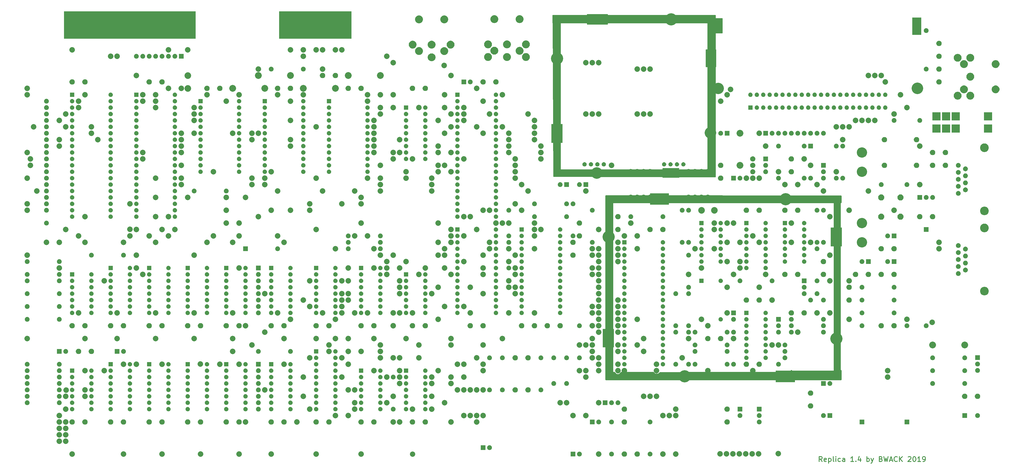
<source format=gbr>
G04 #@! TF.GenerationSoftware,KiCad,Pcbnew,5.1.4+dfsg1-1*
G04 #@! TF.CreationDate,2020-01-23T00:29:47+01:00*
G04 #@! TF.ProjectId,KU-14194HB-REV-B-KiCad,4b552d31-3431-4393-9448-422d5245562d,1.4*
G04 #@! TF.SameCoordinates,Original*
G04 #@! TF.FileFunction,Soldermask,Top*
G04 #@! TF.FilePolarity,Negative*
%FSLAX46Y46*%
G04 Gerber Fmt 4.6, Leading zero omitted, Abs format (unit mm)*
G04 Created by KiCad (PCBNEW 5.1.4+dfsg1-1) date 2020-01-23 00:29:47*
%MOMM*%
%LPD*%
G04 APERTURE LIST*
%ADD10C,4.600000*%
%ADD11C,4.500000*%
%ADD12C,0.300000*%
%ADD13C,4.800000*%
%ADD14C,4.588000*%
%ADD15C,2.200000*%
%ADD16C,2.100000*%
%ADD17C,2.700000*%
%ADD18C,0.100000*%
%ADD19C,0.600000*%
%ADD20C,2.600000*%
%ADD21C,0.400000*%
G04 APERTURE END LIST*
D10*
X372491000Y-76200000D02*
X372491000Y-76201000D01*
D11*
X293624000Y-76200000D02*
X293624000Y-76201000D01*
D12*
X334774476Y-223980261D02*
X334107809Y-223027880D01*
X333631619Y-223980261D02*
X333631619Y-221980261D01*
X334393523Y-221980261D01*
X334584000Y-222075500D01*
X334679238Y-222170738D01*
X334774476Y-222361214D01*
X334774476Y-222646928D01*
X334679238Y-222837404D01*
X334584000Y-222932642D01*
X334393523Y-223027880D01*
X333631619Y-223027880D01*
X336393523Y-223885023D02*
X336203047Y-223980261D01*
X335822095Y-223980261D01*
X335631619Y-223885023D01*
X335536380Y-223694547D01*
X335536380Y-222932642D01*
X335631619Y-222742166D01*
X335822095Y-222646928D01*
X336203047Y-222646928D01*
X336393523Y-222742166D01*
X336488761Y-222932642D01*
X336488761Y-223123119D01*
X335536380Y-223313595D01*
X337345904Y-222646928D02*
X337345904Y-224646928D01*
X337345904Y-222742166D02*
X337536380Y-222646928D01*
X337917333Y-222646928D01*
X338107809Y-222742166D01*
X338203047Y-222837404D01*
X338298285Y-223027880D01*
X338298285Y-223599309D01*
X338203047Y-223789785D01*
X338107809Y-223885023D01*
X337917333Y-223980261D01*
X337536380Y-223980261D01*
X337345904Y-223885023D01*
X339441142Y-223980261D02*
X339250666Y-223885023D01*
X339155428Y-223694547D01*
X339155428Y-221980261D01*
X340203047Y-223980261D02*
X340203047Y-222646928D01*
X340203047Y-221980261D02*
X340107809Y-222075500D01*
X340203047Y-222170738D01*
X340298285Y-222075500D01*
X340203047Y-221980261D01*
X340203047Y-222170738D01*
X342012571Y-223885023D02*
X341822095Y-223980261D01*
X341441142Y-223980261D01*
X341250666Y-223885023D01*
X341155428Y-223789785D01*
X341060190Y-223599309D01*
X341060190Y-223027880D01*
X341155428Y-222837404D01*
X341250666Y-222742166D01*
X341441142Y-222646928D01*
X341822095Y-222646928D01*
X342012571Y-222742166D01*
X343726857Y-223980261D02*
X343726857Y-222932642D01*
X343631619Y-222742166D01*
X343441142Y-222646928D01*
X343060190Y-222646928D01*
X342869714Y-222742166D01*
X343726857Y-223885023D02*
X343536380Y-223980261D01*
X343060190Y-223980261D01*
X342869714Y-223885023D01*
X342774476Y-223694547D01*
X342774476Y-223504071D01*
X342869714Y-223313595D01*
X343060190Y-223218357D01*
X343536380Y-223218357D01*
X343726857Y-223123119D01*
X347250666Y-223980261D02*
X346107809Y-223980261D01*
X346679238Y-223980261D02*
X346679238Y-221980261D01*
X346488761Y-222265976D01*
X346298285Y-222456452D01*
X346107809Y-222551690D01*
X348107809Y-223789785D02*
X348203047Y-223885023D01*
X348107809Y-223980261D01*
X348012571Y-223885023D01*
X348107809Y-223789785D01*
X348107809Y-223980261D01*
X349917333Y-222646928D02*
X349917333Y-223980261D01*
X349441142Y-221885023D02*
X348964952Y-223313595D01*
X350203047Y-223313595D01*
X352488761Y-223980261D02*
X352488761Y-221980261D01*
X352488761Y-222742166D02*
X352679238Y-222646928D01*
X353060190Y-222646928D01*
X353250666Y-222742166D01*
X353345904Y-222837404D01*
X353441142Y-223027880D01*
X353441142Y-223599309D01*
X353345904Y-223789785D01*
X353250666Y-223885023D01*
X353060190Y-223980261D01*
X352679238Y-223980261D01*
X352488761Y-223885023D01*
X354107809Y-222646928D02*
X354584000Y-223980261D01*
X355060190Y-222646928D02*
X354584000Y-223980261D01*
X354393523Y-224456452D01*
X354298285Y-224551690D01*
X354107809Y-224646928D01*
X358012571Y-222932642D02*
X358298285Y-223027880D01*
X358393523Y-223123119D01*
X358488761Y-223313595D01*
X358488761Y-223599309D01*
X358393523Y-223789785D01*
X358298285Y-223885023D01*
X358107809Y-223980261D01*
X357345904Y-223980261D01*
X357345904Y-221980261D01*
X358012571Y-221980261D01*
X358203047Y-222075500D01*
X358298285Y-222170738D01*
X358393523Y-222361214D01*
X358393523Y-222551690D01*
X358298285Y-222742166D01*
X358203047Y-222837404D01*
X358012571Y-222932642D01*
X357345904Y-222932642D01*
X359155428Y-221980261D02*
X359631619Y-223980261D01*
X360012571Y-222551690D01*
X360393523Y-223980261D01*
X360869714Y-221980261D01*
X361536380Y-223408833D02*
X362488761Y-223408833D01*
X361345904Y-223980261D02*
X362012571Y-221980261D01*
X362679238Y-223980261D01*
X364488761Y-223789785D02*
X364393523Y-223885023D01*
X364107809Y-223980261D01*
X363917333Y-223980261D01*
X363631619Y-223885023D01*
X363441142Y-223694547D01*
X363345904Y-223504071D01*
X363250666Y-223123119D01*
X363250666Y-222837404D01*
X363345904Y-222456452D01*
X363441142Y-222265976D01*
X363631619Y-222075500D01*
X363917333Y-221980261D01*
X364107809Y-221980261D01*
X364393523Y-222075500D01*
X364488761Y-222170738D01*
X365345904Y-223980261D02*
X365345904Y-221980261D01*
X366488761Y-223980261D02*
X365631619Y-222837404D01*
X366488761Y-221980261D02*
X365345904Y-223123119D01*
X368774476Y-222170738D02*
X368869714Y-222075500D01*
X369060190Y-221980261D01*
X369536380Y-221980261D01*
X369726857Y-222075500D01*
X369822095Y-222170738D01*
X369917333Y-222361214D01*
X369917333Y-222551690D01*
X369822095Y-222837404D01*
X368679238Y-223980261D01*
X369917333Y-223980261D01*
X371155428Y-221980261D02*
X371345904Y-221980261D01*
X371536380Y-222075500D01*
X371631619Y-222170738D01*
X371726857Y-222361214D01*
X371822095Y-222742166D01*
X371822095Y-223218357D01*
X371726857Y-223599309D01*
X371631619Y-223789785D01*
X371536380Y-223885023D01*
X371345904Y-223980261D01*
X371155428Y-223980261D01*
X370964952Y-223885023D01*
X370869714Y-223789785D01*
X370774476Y-223599309D01*
X370679238Y-223218357D01*
X370679238Y-222742166D01*
X370774476Y-222361214D01*
X370869714Y-222170738D01*
X370964952Y-222075500D01*
X371155428Y-221980261D01*
X373726857Y-223980261D02*
X372584000Y-223980261D01*
X373155428Y-223980261D02*
X373155428Y-221980261D01*
X372964952Y-222265976D01*
X372774476Y-222456452D01*
X372584000Y-222551690D01*
X374679238Y-223980261D02*
X375060190Y-223980261D01*
X375250666Y-223885023D01*
X375345904Y-223789785D01*
X375536380Y-223504071D01*
X375631619Y-223123119D01*
X375631619Y-222361214D01*
X375536380Y-222170738D01*
X375441142Y-222075500D01*
X375250666Y-221980261D01*
X374869714Y-221980261D01*
X374679238Y-222075500D01*
X374584000Y-222170738D01*
X374488761Y-222361214D01*
X374488761Y-222837404D01*
X374584000Y-223027880D01*
X374679238Y-223123119D01*
X374869714Y-223218357D01*
X375250666Y-223218357D01*
X375441142Y-223123119D01*
X375536380Y-223027880D01*
X375631619Y-222837404D01*
D10*
X290621000Y-93787600D02*
X290621000Y-93787600D01*
D13*
X274981500Y-48828200D02*
X274981500Y-48828200D01*
X229886900Y-64342900D02*
X229886900Y-64342900D01*
D14*
X245666100Y-109729900D02*
X245666100Y-109729900D01*
D13*
X320308200Y-120046200D02*
X320308200Y-120046200D01*
X340360000Y-175260000D02*
X340360000Y-175260000D01*
X280314000Y-190193900D02*
X280314000Y-190193900D01*
X250287600Y-134974000D02*
X250287600Y-134974000D01*
D15*
X287020000Y-167640000D02*
X287020000Y-167640000D01*
X246380000Y-200660000D02*
X246380000Y-200660000D01*
X312420000Y-149860000D02*
X312420000Y-149860000D01*
X33020000Y-205740000D02*
X33020000Y-205740000D01*
X33020000Y-208280000D02*
X33020000Y-208280000D01*
X35560000Y-208280000D02*
X35560000Y-208280000D01*
X35560000Y-210820000D02*
X35560000Y-210820000D01*
X33020000Y-210820000D02*
X33020000Y-210820000D01*
X33020000Y-213360000D02*
X33020000Y-213360000D01*
X35560000Y-213360000D02*
X35560000Y-213360000D01*
X35560000Y-215900000D02*
X35560000Y-215900000D01*
X33020000Y-215900000D02*
X33020000Y-215900000D01*
X35560000Y-203200000D02*
X35560000Y-203200000D01*
X35560000Y-198120000D02*
X35560000Y-198120000D01*
X35732200Y-195669200D02*
X35732200Y-195669200D01*
X43180000Y-195580000D02*
X43180000Y-195580000D01*
X43180000Y-198120000D02*
X43180000Y-198120000D01*
X43180000Y-175260000D02*
X43180000Y-175260000D01*
X55880000Y-175260000D02*
X55880000Y-175260000D01*
X71120000Y-175260000D02*
X71120000Y-175260000D01*
X86360000Y-175260000D02*
X86360000Y-175260000D01*
X86360000Y-165100000D02*
X86360000Y-165100000D01*
X71120000Y-165100000D02*
X71120000Y-165100000D01*
X55880000Y-165100000D02*
X55880000Y-165100000D01*
X40640000Y-165100000D02*
X40640000Y-165100000D01*
X50800000Y-152400000D02*
X50800000Y-152400000D01*
X27940000Y-137160000D02*
X27940000Y-137160000D01*
X33020000Y-137160000D02*
X33020000Y-137160000D01*
X43180000Y-137160000D02*
X43180000Y-137160000D01*
X40640000Y-134620000D02*
X40640000Y-134620000D01*
X35560000Y-132080000D02*
X35560000Y-132080000D01*
X43180000Y-127000000D02*
X43180000Y-127000000D01*
X63500000Y-142240000D02*
X63500000Y-142240000D01*
X58420000Y-137160000D02*
X58420000Y-137160000D01*
X60960000Y-134620000D02*
X60960000Y-134620000D01*
X60945600Y-131968700D02*
X60945600Y-131968700D01*
X63500000Y-132080000D02*
X63500000Y-132080000D01*
X73660000Y-132080000D02*
X73660000Y-132080000D01*
X78740000Y-132080000D02*
X78740000Y-132080000D01*
X76200000Y-134620000D02*
X76200000Y-134620000D01*
X68580000Y-134620000D02*
X68580000Y-134620000D01*
X71120000Y-137160000D02*
X71120000Y-137160000D01*
X71120000Y-127000000D02*
X71120000Y-127000000D01*
X76200000Y-127000000D02*
X76200000Y-127000000D01*
X71120000Y-119380000D02*
X71120000Y-119380000D01*
X83820000Y-119380000D02*
X83820000Y-119380000D01*
X71120000Y-111760000D02*
X71120000Y-111760000D01*
X66040000Y-104140000D02*
X66040000Y-104140000D01*
X66040000Y-101600000D02*
X66040000Y-101600000D01*
X48260000Y-96520000D02*
X48260000Y-96520000D01*
X45720000Y-93980000D02*
X45720000Y-93980000D01*
X45720000Y-91440000D02*
X45720000Y-91440000D01*
X33020000Y-99060000D02*
X33020000Y-99060000D01*
X33020000Y-96520000D02*
X33020000Y-96520000D01*
X35560000Y-91440000D02*
X35560000Y-91440000D01*
X33020000Y-88900000D02*
X33020000Y-88900000D01*
X35560000Y-86360000D02*
X35560000Y-86360000D01*
X40640000Y-83820000D02*
X40640000Y-83820000D01*
X40640000Y-81280000D02*
X40640000Y-81280000D01*
X43180000Y-78740000D02*
X43180000Y-78740000D01*
X21590000Y-104140000D02*
X21590000Y-104140000D01*
X21590000Y-106680000D02*
X21590000Y-106680000D01*
X20320000Y-111760000D02*
X20320000Y-111760000D01*
X20320000Y-121920000D02*
X20320000Y-121920000D01*
X20320000Y-124460000D02*
X20320000Y-124460000D01*
X20320000Y-142240000D02*
X20320000Y-142240000D01*
X20320000Y-175260000D02*
X20320000Y-175260000D01*
X38100000Y-220980000D02*
X38100000Y-220980000D01*
X58420000Y-220980000D02*
X58420000Y-220980000D01*
X73660000Y-220980000D02*
X73660000Y-220980000D01*
X88900000Y-220980000D02*
X88900000Y-220980000D01*
X104140000Y-220980000D02*
X104140000Y-220980000D01*
X116840000Y-220980000D02*
X116840000Y-220980000D01*
X50800000Y-187960000D02*
X50800000Y-187960000D01*
X63500000Y-185420000D02*
X63500000Y-185420000D01*
X58420000Y-185420000D02*
X58420000Y-185420000D01*
X73660000Y-185420000D02*
X73660000Y-185420000D01*
X88813700Y-185323000D02*
X88813700Y-185323000D01*
X96520000Y-185420000D02*
X96520000Y-185420000D01*
X104140000Y-185420000D02*
X104140000Y-185420000D01*
X121920000Y-185420000D02*
X121920000Y-185420000D01*
X114300000Y-195580000D02*
X114300000Y-195580000D01*
X129540000Y-198120000D02*
X129540000Y-198120000D01*
X132080000Y-203200000D02*
X132080000Y-203200000D01*
X127000000Y-208280000D02*
X127000000Y-208280000D01*
X129540000Y-190500000D02*
X129540000Y-190500000D01*
X132080000Y-182880000D02*
X132080000Y-182880000D01*
X101600000Y-180340000D02*
X101600000Y-180340000D01*
X109220000Y-177800000D02*
X109220000Y-177800000D01*
X101600000Y-175260000D02*
X101600000Y-175260000D01*
X114300000Y-172720000D02*
X114300000Y-172720000D01*
X121920000Y-175260000D02*
X121920000Y-175260000D01*
X134620000Y-175260000D02*
X134620000Y-175260000D01*
X142240000Y-175260000D02*
X142240000Y-175260000D01*
X147320000Y-175260000D02*
X147320000Y-175260000D01*
X147320000Y-180340000D02*
X147320000Y-180340000D01*
X144780000Y-182880000D02*
X144780000Y-182880000D01*
X147320000Y-185420000D02*
X147320000Y-185420000D01*
X144780000Y-190500000D02*
X144780000Y-190500000D01*
X147320000Y-195580000D02*
X147320000Y-195580000D01*
X149860000Y-195580000D02*
X149860000Y-195580000D01*
X149860000Y-200660000D02*
X149860000Y-200660000D01*
X149860000Y-203200000D02*
X149860000Y-203200000D01*
X147320000Y-205740000D02*
X147320000Y-205740000D01*
X165100000Y-208280000D02*
X165100000Y-208280000D01*
X167640000Y-208280000D02*
X167640000Y-208280000D01*
X187960000Y-208280000D02*
X187960000Y-208280000D01*
X180340000Y-203200000D02*
X180340000Y-203200000D01*
X185420000Y-200660000D02*
X185420000Y-200660000D01*
X180340000Y-198120000D02*
X180340000Y-198120000D01*
X180340000Y-193040000D02*
X180340000Y-193040000D01*
X180340000Y-190500000D02*
X180340000Y-190500000D01*
X182880000Y-187960000D02*
X182880000Y-187960000D01*
X152400000Y-180340000D02*
X152400000Y-180340000D01*
X160020000Y-182880000D02*
X160020000Y-182880000D01*
X160020000Y-180340000D02*
X160020000Y-180340000D01*
X160020000Y-177800000D02*
X160020000Y-177800000D01*
X157480000Y-175260000D02*
X157480000Y-175260000D01*
X170180000Y-175260000D02*
X170180000Y-175260000D01*
X165100000Y-182880000D02*
X165100000Y-182880000D01*
X167640000Y-182880000D02*
X167640000Y-182880000D01*
X175260000Y-182880000D02*
X175260000Y-182880000D01*
X175260000Y-177800000D02*
X175260000Y-177800000D01*
X187960000Y-177800000D02*
X187960000Y-177800000D01*
X187960000Y-175260000D02*
X187960000Y-175260000D01*
X190500000Y-185420000D02*
X190500000Y-185420000D01*
X193040000Y-185420000D02*
X193040000Y-185420000D01*
X193040000Y-190500000D02*
X193040000Y-190500000D01*
X187960000Y-190500000D02*
X187960000Y-190500000D01*
X187960000Y-193040000D02*
X187960000Y-193040000D01*
X190500000Y-195580000D02*
X190500000Y-195580000D01*
X193040000Y-195580000D02*
X193040000Y-195580000D01*
X195580000Y-195580000D02*
X195580000Y-195580000D01*
X198120000Y-195580000D02*
X198120000Y-195580000D01*
X200660000Y-195580000D02*
X200660000Y-195580000D01*
X200660000Y-187960000D02*
X200660000Y-187960000D01*
X200660000Y-185420000D02*
X200660000Y-185420000D01*
X198120000Y-182880000D02*
X198120000Y-182880000D01*
X200660000Y-177800000D02*
X200660000Y-177800000D01*
X208280000Y-175260000D02*
X208280000Y-175260000D01*
X193040000Y-205740000D02*
X193040000Y-205740000D01*
X195580000Y-205740000D02*
X195580000Y-205740000D01*
X198120000Y-205740000D02*
X198120000Y-205740000D01*
X200660000Y-205740000D02*
X200660000Y-205740000D01*
X198120000Y-208280000D02*
X198120000Y-208280000D01*
X172720000Y-203200000D02*
X172720000Y-203200000D01*
X165100000Y-198120000D02*
X165100000Y-198120000D01*
X162560000Y-200660000D02*
X162560000Y-200660000D01*
X162560000Y-190500000D02*
X162560000Y-190500000D01*
X167640000Y-187960000D02*
X167640000Y-187960000D01*
X167640000Y-190500000D02*
X167640000Y-190500000D01*
X167640000Y-193040000D02*
X167640000Y-193040000D01*
X182880000Y-167640000D02*
X182880000Y-167640000D01*
X185420000Y-162560000D02*
X185420000Y-162560000D01*
X180340000Y-157480000D02*
X180340000Y-157480000D01*
X182880000Y-154940000D02*
X182880000Y-154940000D01*
X185420000Y-147320000D02*
X185420000Y-147320000D01*
X187960000Y-149860000D02*
X187960000Y-149860000D01*
X177800000Y-147320000D02*
X177800000Y-147320000D01*
X167640000Y-147320000D02*
X167640000Y-147320000D01*
X170180000Y-144780000D02*
X170180000Y-144780000D01*
X162560000Y-144780000D02*
X162560000Y-144780000D01*
X165100000Y-142240000D02*
X165100000Y-142240000D01*
X160020000Y-142240000D02*
X160020000Y-142240000D01*
X162560000Y-147320000D02*
X162560000Y-147320000D01*
X162560000Y-149860000D02*
X162560000Y-149860000D01*
X167640000Y-152400000D02*
X167640000Y-152400000D01*
X167640000Y-154940000D02*
X167640000Y-154940000D01*
X167640000Y-157480000D02*
X167640000Y-157480000D01*
X172720000Y-165100000D02*
X172720000Y-165100000D01*
X167640000Y-165100000D02*
X167640000Y-165100000D01*
X165100000Y-165100000D02*
X165100000Y-165100000D01*
X154940000Y-165100000D02*
X154940000Y-165100000D01*
X149860000Y-165100000D02*
X149860000Y-165100000D01*
X144780000Y-165100000D02*
X144780000Y-165100000D01*
X144780000Y-162560000D02*
X144780000Y-162560000D01*
X144780000Y-160020000D02*
X144780000Y-160020000D01*
X144780000Y-157480000D02*
X144780000Y-157480000D01*
X147320000Y-157480000D02*
X147320000Y-157480000D01*
X147320000Y-160020000D02*
X147320000Y-160020000D01*
X144780000Y-152400000D02*
X144780000Y-152400000D01*
X147320000Y-152400000D02*
X147320000Y-152400000D01*
X147320000Y-147320000D02*
X147320000Y-147320000D01*
X142240000Y-167640000D02*
X142240000Y-167640000D01*
X165100000Y-170180000D02*
X165100000Y-170180000D01*
X137160000Y-165100000D02*
X137160000Y-165100000D01*
X132080000Y-162560000D02*
X132080000Y-162560000D01*
X129540000Y-160020000D02*
X129540000Y-160020000D01*
X132080000Y-152400000D02*
X132080000Y-152400000D01*
X124460000Y-167640000D02*
X124460000Y-167640000D01*
X119380000Y-165100000D02*
X119380000Y-165100000D01*
X114300000Y-157480000D02*
X114300000Y-157480000D01*
X157480000Y-139700000D02*
X157480000Y-139700000D01*
X154940000Y-134620000D02*
X154940000Y-134620000D01*
X149860000Y-134620000D02*
X149860000Y-134620000D01*
X152400000Y-129540000D02*
X152400000Y-129540000D01*
X134620000Y-132080000D02*
X134620000Y-132080000D01*
X119380000Y-134620000D02*
X119380000Y-134620000D01*
X121920000Y-137160000D02*
X121920000Y-137160000D01*
X142240000Y-139700000D02*
X142240000Y-139700000D01*
X139700000Y-180340000D02*
X139700000Y-180340000D01*
X139700000Y-177800000D02*
X139700000Y-177800000D01*
X106680000Y-170180000D02*
X106680000Y-170180000D01*
X104140000Y-147320000D02*
X104140000Y-147320000D01*
X63500000Y-147320000D02*
X63500000Y-147320000D01*
X66040000Y-149860000D02*
X66040000Y-149860000D01*
X86360000Y-142240000D02*
X86360000Y-142240000D01*
X91440000Y-137160000D02*
X91440000Y-137160000D01*
X101600000Y-137160000D02*
X101600000Y-137160000D01*
X104140000Y-134620000D02*
X104140000Y-134620000D01*
X93980000Y-134620000D02*
X93980000Y-134620000D01*
X99060000Y-129540000D02*
X99060000Y-129540000D01*
X104140000Y-129540000D02*
X104140000Y-129540000D01*
X99060000Y-124460000D02*
X99060000Y-124460000D01*
X111760000Y-127000000D02*
X111760000Y-127000000D01*
X116840000Y-124460000D02*
X116840000Y-124460000D01*
X124460000Y-124460000D02*
X124460000Y-124460000D01*
X60960000Y-121920000D02*
X60960000Y-121920000D01*
X99060000Y-119380000D02*
X99060000Y-119380000D01*
X106680000Y-119380000D02*
X106680000Y-119380000D01*
X109220000Y-114300000D02*
X109220000Y-114300000D01*
X114300000Y-114300000D02*
X114300000Y-114300000D01*
X114300000Y-111760000D02*
X114300000Y-111760000D01*
X109220000Y-111760000D02*
X109220000Y-111760000D01*
X124460000Y-99060000D02*
X124460000Y-99060000D01*
X124460000Y-96520000D02*
X124460000Y-96520000D01*
X124460000Y-88900000D02*
X124460000Y-88900000D01*
X109220000Y-93980000D02*
X109220000Y-93980000D01*
X111760000Y-93980000D02*
X111760000Y-93980000D01*
X109220000Y-96520000D02*
X109220000Y-96520000D01*
X101600000Y-93980000D02*
X101600000Y-93980000D01*
X86360000Y-93980000D02*
X86360000Y-93980000D01*
X86360000Y-88900000D02*
X86360000Y-88900000D01*
X86360000Y-86360000D02*
X86360000Y-86360000D01*
X81280000Y-93980000D02*
X81280000Y-93980000D01*
X81280000Y-96520000D02*
X81280000Y-96520000D01*
X81280000Y-99060000D02*
X81280000Y-99060000D01*
X81280000Y-101600000D02*
X81280000Y-101600000D01*
X81280000Y-106680000D02*
X81280000Y-106680000D01*
X81280000Y-111760000D02*
X81280000Y-111760000D01*
X81280000Y-114300000D02*
X81280000Y-114300000D01*
X119380000Y-116840000D02*
X119380000Y-116840000D01*
X71120000Y-83820000D02*
X71120000Y-83820000D01*
X71120000Y-81280000D02*
X71120000Y-81280000D01*
X66040000Y-81280000D02*
X66040000Y-81280000D01*
X66040000Y-78740000D02*
X66040000Y-78740000D01*
X71120000Y-78740000D02*
X71120000Y-78740000D01*
X76200000Y-76200000D02*
X76200000Y-76200000D01*
X81280000Y-76200000D02*
X81280000Y-76200000D01*
X63500000Y-71120000D02*
X63500000Y-71120000D01*
X76200000Y-60960000D02*
X76200000Y-60960000D01*
X83820000Y-60960000D02*
X83820000Y-60960000D01*
X55880000Y-63500000D02*
X55880000Y-63500000D01*
X53340000Y-63500000D02*
X53340000Y-63500000D01*
X22860000Y-91440000D02*
X22860000Y-91440000D01*
X20320000Y-78740000D02*
X20320000Y-78740000D01*
X20320000Y-76200000D02*
X20320000Y-76200000D01*
X20320000Y-101600000D02*
X20320000Y-101600000D01*
X91440000Y-78740000D02*
X91440000Y-78740000D01*
X104140000Y-78740000D02*
X104140000Y-78740000D01*
X93980000Y-109220000D02*
X93980000Y-109220000D01*
X116840000Y-109220000D02*
X116840000Y-109220000D01*
X134620000Y-111760000D02*
X134620000Y-111760000D01*
X137160000Y-116840000D02*
X137160000Y-116840000D01*
X144780000Y-121920000D02*
X144780000Y-121920000D01*
X132080000Y-121920000D02*
X132080000Y-121920000D01*
X132080000Y-124460000D02*
X132080000Y-124460000D01*
X149860000Y-116840000D02*
X149860000Y-116840000D01*
X152400000Y-119380000D02*
X152400000Y-119380000D01*
X160020000Y-116840000D02*
X160020000Y-116840000D01*
X160020000Y-114300000D02*
X160020000Y-114300000D01*
X160020000Y-111760000D02*
X160020000Y-111760000D01*
X154940000Y-111760000D02*
X154940000Y-111760000D01*
X160020000Y-106680000D02*
X160020000Y-106680000D01*
X157480000Y-101600000D02*
X157480000Y-101600000D01*
X157480000Y-99060000D02*
X157480000Y-99060000D01*
X157480000Y-96520000D02*
X157480000Y-96520000D01*
X157480000Y-93980000D02*
X157480000Y-93980000D01*
X157480000Y-91440000D02*
X157480000Y-91440000D01*
X157480000Y-88900000D02*
X157480000Y-88900000D01*
X165100000Y-104140000D02*
X165100000Y-104140000D01*
X165100000Y-101600000D02*
X165100000Y-101600000D01*
X167640000Y-101600000D02*
X167640000Y-101600000D01*
X167640000Y-96520000D02*
X167640000Y-96520000D01*
X160020000Y-86360000D02*
X160020000Y-86360000D01*
X160020000Y-83820000D02*
X160020000Y-83820000D01*
X165100000Y-83820000D02*
X165100000Y-83820000D01*
X165100000Y-78740000D02*
X165100000Y-78740000D01*
X160020000Y-78740000D02*
X160020000Y-78740000D01*
X154940000Y-78740000D02*
X154940000Y-78740000D01*
X137160000Y-68580000D02*
X137160000Y-68580000D01*
X124460000Y-60960000D02*
X124460000Y-60960000D01*
X129540000Y-60960000D02*
X129540000Y-60960000D01*
X134620000Y-60960000D02*
X134620000Y-60960000D01*
X137160000Y-60960000D02*
X137160000Y-60960000D01*
X142240000Y-60960000D02*
X142240000Y-60960000D01*
X144780000Y-60960000D02*
X144780000Y-60960000D01*
X111760000Y-68580000D02*
X111760000Y-68580000D01*
X119380000Y-78740000D02*
X119380000Y-78740000D01*
X129540000Y-78740000D02*
X129540000Y-78740000D01*
X124460000Y-81280000D02*
X124460000Y-81280000D01*
X134620000Y-91440000D02*
X134620000Y-91440000D01*
X99060000Y-81280000D02*
X99060000Y-81280000D01*
X162560000Y-63500000D02*
X162560000Y-63500000D01*
X165100000Y-66040000D02*
X165100000Y-66040000D01*
X185420000Y-78740000D02*
X185420000Y-78740000D01*
X185420000Y-83820000D02*
X185420000Y-83820000D01*
X187960000Y-86360000D02*
X187960000Y-86360000D01*
X182880000Y-88900000D02*
X182880000Y-88900000D01*
X187960000Y-91440000D02*
X187960000Y-91440000D01*
X185420000Y-93980000D02*
X185420000Y-93980000D01*
X182880000Y-99060000D02*
X182880000Y-99060000D01*
X182880000Y-101600000D02*
X182880000Y-101600000D01*
X187960000Y-101600000D02*
X187960000Y-101600000D01*
X187960000Y-109220000D02*
X187960000Y-109220000D01*
X182880000Y-109220000D02*
X182880000Y-109220000D01*
X182880000Y-106680000D02*
X182880000Y-106680000D01*
X185420000Y-106680000D02*
X185420000Y-106680000D01*
X180340000Y-111760000D02*
X180340000Y-111760000D01*
X180340000Y-114300000D02*
X180340000Y-114300000D01*
X180340000Y-116840000D02*
X180340000Y-116840000D01*
X170180000Y-111760000D02*
X170180000Y-111760000D01*
X170180000Y-109220000D02*
X170180000Y-109220000D01*
X182880000Y-129540000D02*
X182880000Y-129540000D01*
X152400000Y-121920000D02*
X152400000Y-121920000D01*
X193040000Y-104140000D02*
X193040000Y-104140000D01*
X200660000Y-93980000D02*
X200660000Y-93980000D01*
X198120000Y-91440000D02*
X198120000Y-91440000D01*
X193040000Y-88900000D02*
X193040000Y-88900000D01*
X193040000Y-86360000D02*
X193040000Y-86360000D01*
X193040000Y-83820000D02*
X193040000Y-83820000D01*
X203200000Y-86360000D02*
X203200000Y-86360000D01*
X200660000Y-81280000D02*
X200660000Y-81280000D01*
X198120000Y-76200000D02*
X198120000Y-76200000D01*
X218440000Y-86360000D02*
X218440000Y-86360000D01*
X220980000Y-88900000D02*
X220980000Y-88900000D01*
X220980000Y-91440000D02*
X220980000Y-91440000D01*
X220980000Y-93980000D02*
X220980000Y-93980000D01*
X220980000Y-96520000D02*
X220980000Y-96520000D01*
X223520000Y-99060000D02*
X223520000Y-99060000D01*
X223520000Y-101600000D02*
X223520000Y-101600000D01*
X223520000Y-104140000D02*
X223520000Y-104140000D01*
X210820000Y-93980000D02*
X210820000Y-93980000D01*
X210820000Y-96520000D02*
X210820000Y-96520000D01*
X210820000Y-99060000D02*
X210820000Y-99060000D01*
X210820000Y-101600000D02*
X210820000Y-101600000D01*
X213360000Y-104140000D02*
X213360000Y-104140000D01*
X213360000Y-106680000D02*
X213360000Y-106680000D01*
X213360000Y-109220000D02*
X213360000Y-109220000D01*
X213360000Y-111760000D02*
X213360000Y-111760000D01*
X215900000Y-114300000D02*
X215900000Y-114300000D01*
X218440000Y-116840000D02*
X218440000Y-116840000D01*
X213360000Y-121920000D02*
X213360000Y-121920000D01*
X215900000Y-124460000D02*
X215900000Y-124460000D01*
X200660000Y-124460000D02*
X200660000Y-124460000D01*
X203200000Y-124460000D02*
X203200000Y-124460000D01*
X193040000Y-127000000D02*
X193040000Y-127000000D01*
X195580000Y-127000000D02*
X195580000Y-127000000D01*
X187960000Y-134620000D02*
X187960000Y-134620000D01*
X187960000Y-137160000D02*
X187960000Y-137160000D01*
X182880000Y-137160000D02*
X182880000Y-137160000D01*
X185420000Y-139700000D02*
X185420000Y-139700000D01*
X182880000Y-142240000D02*
X182880000Y-142240000D01*
X185420000Y-142240000D02*
X185420000Y-142240000D01*
X193040000Y-134620000D02*
X193040000Y-134620000D01*
X198120000Y-132080000D02*
X198120000Y-132080000D01*
X203200000Y-137160000D02*
X203200000Y-137160000D01*
X203200000Y-139700000D02*
X203200000Y-139700000D01*
X200660000Y-142240000D02*
X200660000Y-142240000D01*
X193040000Y-144780000D02*
X193040000Y-144780000D01*
X200660000Y-147320000D02*
X200660000Y-147320000D01*
X200660000Y-149860000D02*
X200660000Y-149860000D01*
X195580000Y-154940000D02*
X195580000Y-154940000D01*
X200660000Y-157480000D02*
X200660000Y-157480000D01*
X193040000Y-162560000D02*
X193040000Y-162560000D01*
X195580000Y-165100000D02*
X195580000Y-165100000D01*
X210820000Y-165100000D02*
X210820000Y-165100000D01*
X213360000Y-157480000D02*
X213360000Y-157480000D01*
X213360000Y-154940000D02*
X213360000Y-154940000D01*
X210820000Y-154940000D02*
X210820000Y-154940000D01*
X210820000Y-152400000D02*
X210820000Y-152400000D01*
X213360000Y-149860000D02*
X213360000Y-149860000D01*
X213360000Y-147320000D02*
X213360000Y-147320000D01*
X210820000Y-144780000D02*
X210820000Y-144780000D01*
X213360000Y-142240000D02*
X213360000Y-142240000D01*
X210820000Y-139700000D02*
X210820000Y-139700000D01*
X220980000Y-129540000D02*
X220980000Y-129540000D01*
X220980000Y-132080000D02*
X220980000Y-132080000D01*
X220980000Y-134620000D02*
X220980000Y-134620000D01*
X220980000Y-139700000D02*
X220980000Y-139700000D01*
X223520000Y-132080000D02*
X223520000Y-132080000D01*
X220980000Y-165100000D02*
X220980000Y-165100000D01*
X231140000Y-200660000D02*
X231140000Y-200660000D01*
X233680000Y-200660000D02*
X233680000Y-200660000D01*
X241300000Y-86360000D02*
X241300000Y-86360000D01*
X243840000Y-86360000D02*
X243840000Y-86360000D01*
X246380000Y-86360000D02*
X246380000Y-86360000D01*
X241300000Y-66040000D02*
X241300000Y-66040000D01*
X243840000Y-66040000D02*
X243840000Y-66040000D01*
X246380000Y-66040000D02*
X246380000Y-66040000D01*
X261620000Y-68580000D02*
X261620000Y-68580000D01*
X264160000Y-68580000D02*
X264160000Y-68580000D01*
X266700000Y-68580000D02*
X266700000Y-68580000D01*
X261620000Y-86360000D02*
X261620000Y-86360000D01*
X264160000Y-86360000D02*
X264160000Y-86360000D01*
X266700000Y-86360000D02*
X266700000Y-86360000D01*
X251460000Y-106680000D02*
X251460000Y-106680000D01*
X281940000Y-109220000D02*
X281940000Y-109220000D01*
X287020000Y-109220000D02*
X287020000Y-109220000D01*
X284480000Y-109220000D02*
X284480000Y-109220000D01*
X289560000Y-109220000D02*
X289560000Y-109220000D01*
X266700000Y-109220000D02*
X266700000Y-109220000D01*
X264160000Y-109220000D02*
X264160000Y-109220000D01*
X261620000Y-109220000D02*
X261620000Y-109220000D01*
X259080000Y-109220000D02*
X259080000Y-109220000D01*
X241300000Y-116840000D02*
X241300000Y-116840000D01*
X238760000Y-177800000D02*
X238760000Y-177800000D01*
X241300000Y-177800000D02*
X241300000Y-177800000D01*
X238760000Y-187960000D02*
X238760000Y-187960000D01*
X241300000Y-187960000D02*
X241300000Y-187960000D01*
X241300000Y-190500000D02*
X241300000Y-190500000D01*
X241300000Y-205740000D02*
X241300000Y-205740000D01*
X236220000Y-205740000D02*
X236220000Y-205740000D01*
X246380000Y-220980000D02*
X246380000Y-220980000D01*
X271780000Y-220980000D02*
X271780000Y-220980000D01*
X276860000Y-220980000D02*
X276860000Y-220980000D01*
X294397700Y-220879200D02*
X294397700Y-220879200D01*
X296937700Y-220879200D02*
X296937700Y-220879200D01*
X299477700Y-220879200D02*
X299477700Y-220879200D01*
X302017700Y-220879200D02*
X302017700Y-220879200D01*
X304557700Y-220879200D02*
X304557700Y-220879200D01*
X307097700Y-220879200D02*
X307097700Y-220879200D01*
X309637700Y-220879200D02*
X309637700Y-220879200D01*
X317386300Y-220784900D02*
X317386300Y-220784900D01*
X269240000Y-187960000D02*
X269240000Y-187960000D01*
X269240000Y-185420000D02*
X269240000Y-185420000D01*
X256540000Y-187960000D02*
X256540000Y-187960000D01*
X254000000Y-187960000D02*
X254000000Y-187960000D01*
X254000000Y-185420000D02*
X254000000Y-185420000D01*
X254000000Y-180340000D02*
X254000000Y-180340000D01*
X254000000Y-177800000D02*
X254000000Y-177800000D01*
X261620000Y-177800000D02*
X261620000Y-177800000D01*
X264160000Y-180340000D02*
X264160000Y-180340000D01*
X264160000Y-175260000D02*
X264160000Y-175260000D01*
X261620000Y-167640000D02*
X261620000Y-167640000D01*
X254000000Y-172720000D02*
X254000000Y-172720000D01*
X254000000Y-170180000D02*
X254000000Y-170180000D01*
X254000000Y-167640000D02*
X254000000Y-167640000D01*
X254000000Y-165100000D02*
X254000000Y-165100000D01*
X254000000Y-162560000D02*
X254000000Y-162560000D01*
X254000000Y-160020000D02*
X254000000Y-160020000D01*
X281940000Y-175260000D02*
X281940000Y-175260000D01*
X289560000Y-170180000D02*
X289560000Y-170180000D01*
X307340000Y-187960000D02*
X307340000Y-187960000D01*
X314960000Y-177800000D02*
X314960000Y-177800000D01*
X317500000Y-177800000D02*
X317500000Y-177800000D01*
X325120000Y-172720000D02*
X325120000Y-172720000D01*
X332740000Y-165100000D02*
X332740000Y-165100000D01*
X337820000Y-165100000D02*
X337820000Y-165100000D01*
X314960000Y-160020000D02*
X314960000Y-160020000D01*
X297180000Y-154940000D02*
X297180000Y-154940000D01*
X309880000Y-154940000D02*
X309880000Y-154940000D01*
X284480000Y-139700000D02*
X284480000Y-139700000D01*
X309880000Y-137160000D02*
X309880000Y-137160000D01*
X307340000Y-134620000D02*
X307340000Y-134620000D01*
X337820000Y-142240000D02*
X337820000Y-142240000D01*
X337820000Y-127000000D02*
X337820000Y-127000000D01*
X337820000Y-152400000D02*
X337820000Y-152400000D01*
X279400000Y-182880000D02*
X279400000Y-182880000D01*
X289560000Y-187960000D02*
X289560000Y-187960000D01*
X287020000Y-147320000D02*
X287020000Y-147320000D01*
X345440000Y-124460000D02*
X345440000Y-124460000D01*
X353060000Y-116840000D02*
X353060000Y-116840000D01*
X335280000Y-116840000D02*
X335280000Y-116840000D01*
X332740000Y-114300000D02*
X332740000Y-114300000D01*
X340360000Y-109220000D02*
X340360000Y-109220000D01*
X342900000Y-96520000D02*
X342900000Y-96520000D01*
X312420000Y-99060000D02*
X312420000Y-99060000D01*
X309880000Y-111760000D02*
X309880000Y-111760000D01*
X307340000Y-111760000D02*
X307340000Y-111760000D01*
X304800000Y-111760000D02*
X304800000Y-111760000D01*
X294640000Y-81280000D02*
X294640000Y-81280000D01*
X297180000Y-78740000D02*
X297180000Y-78740000D01*
X298537100Y-76600200D02*
X298537100Y-76600200D01*
X353060000Y-71120000D02*
X353060000Y-71120000D01*
X355600000Y-71120000D02*
X355600000Y-71120000D01*
X358140000Y-71120000D02*
X358140000Y-71120000D01*
X359780000Y-73660000D02*
X359780000Y-73660000D01*
X365760000Y-78740000D02*
X365760000Y-78740000D01*
X368300000Y-83820000D02*
X368300000Y-83820000D01*
X363220000Y-86360000D02*
X363220000Y-86360000D01*
X347980000Y-88900000D02*
X347980000Y-88900000D01*
X350520000Y-88900000D02*
X350520000Y-88900000D01*
X353060000Y-88900000D02*
X353060000Y-88900000D01*
X355600000Y-88900000D02*
X355600000Y-88900000D01*
X340360000Y-91440000D02*
X340360000Y-91440000D01*
X342900000Y-91440000D02*
X342900000Y-91440000D01*
X345440000Y-91440000D02*
X345440000Y-91440000D01*
X373380000Y-99060000D02*
X373380000Y-99060000D01*
X373380000Y-114300000D02*
X373380000Y-114300000D01*
X363220000Y-124460000D02*
X363220000Y-124460000D01*
X381000000Y-137160000D02*
X381000000Y-137160000D01*
X381000000Y-139700000D02*
X381000000Y-139700000D01*
X345440000Y-152400000D02*
X345440000Y-152400000D01*
X368300000Y-167640000D02*
X368300000Y-167640000D01*
X378290600Y-168828800D02*
X378290600Y-168828800D01*
X360680000Y-187960000D02*
X360680000Y-187960000D01*
X360680000Y-190500000D02*
X360680000Y-190500000D01*
X345440000Y-167640000D02*
X345440000Y-167640000D01*
X264160000Y-198120000D02*
X264160000Y-198120000D01*
X266700000Y-198120000D02*
X266700000Y-198120000D01*
X269240000Y-198120000D02*
X269240000Y-198120000D01*
X271780000Y-205740000D02*
X271780000Y-205740000D01*
X274320000Y-205740000D02*
X274320000Y-205740000D01*
X276860000Y-205740000D02*
X276860000Y-205740000D01*
X276860000Y-203200000D02*
X276860000Y-203200000D01*
X142240000Y-205740000D02*
X142240000Y-205740000D01*
X43180000Y-187960000D02*
X43180000Y-187960000D01*
D16*
X172720000Y-220980000D02*
X172720000Y-220980000D01*
D15*
X152400000Y-220980000D02*
X152400000Y-220980000D01*
X134620000Y-220980000D02*
X134620000Y-220980000D01*
X320040000Y-114300000D02*
X320040000Y-114300000D01*
X327660000Y-104140000D02*
X327660000Y-104140000D01*
X309880000Y-93980000D02*
X309880000Y-93980000D01*
X317500000Y-109220000D02*
X317500000Y-109220000D01*
X330200000Y-106680000D02*
X330200000Y-106680000D01*
X157480000Y-147320000D02*
X157480000Y-147320000D01*
X175260000Y-149860000D02*
X175260000Y-149860000D01*
X101600000Y-165100000D02*
X101600000Y-165100000D01*
X210820000Y-129540000D02*
X210820000Y-129540000D01*
X208280000Y-129540000D02*
X208280000Y-129540000D01*
X205740000Y-129540000D02*
X205740000Y-129540000D01*
X24130000Y-116840000D02*
X24130000Y-116840000D01*
X86360000Y-83820000D02*
X86360000Y-83820000D01*
X172720000Y-104140000D02*
X172720000Y-104140000D01*
X175260000Y-83820000D02*
X175260000Y-83820000D01*
X208280000Y-91440000D02*
X208280000Y-91440000D01*
X208280000Y-78740000D02*
X208280000Y-78740000D01*
X187960000Y-71120000D02*
X187960000Y-71120000D01*
X129540000Y-63500000D02*
X129540000Y-63500000D01*
X38100000Y-60960000D02*
X38100000Y-60960000D01*
X325120000Y-114300000D02*
X325120000Y-114300000D01*
X106680000Y-208280000D02*
X106680000Y-208280000D01*
X185295400Y-67122400D02*
X185295400Y-67122400D01*
X157480000Y-187960000D02*
X157480000Y-187960000D01*
D17*
X101600000Y-76200000D02*
X101600000Y-76200000D01*
X114300000Y-76200000D02*
X114300000Y-76200000D01*
X111760000Y-71120000D02*
X111760000Y-71120000D01*
X124460000Y-71120000D02*
X124460000Y-71120000D01*
X129540000Y-76200000D02*
X129540000Y-76200000D01*
X142240000Y-76200000D02*
X142240000Y-76200000D01*
X147320000Y-71120000D02*
X147320000Y-71120000D01*
X160020000Y-71120000D02*
X160020000Y-71120000D01*
D15*
X299720000Y-175260000D02*
X299720000Y-175260000D01*
D17*
X378460000Y-177800000D02*
X378460000Y-177800000D01*
X391160000Y-177800000D02*
X391160000Y-177800000D01*
D15*
X154940000Y-81280000D02*
X154940000Y-81280000D01*
D18*
G36*
X342106200Y-118903800D02*
G01*
X342106200Y-121285000D01*
X249237500Y-121285000D01*
X249237500Y-118745000D01*
X342106200Y-118903800D01*
G37*
D19*
X249237500Y-118745000D02*
X342106200Y-118903800D01*
X342106200Y-118903800D02*
X342106200Y-121285000D01*
X342106200Y-121285000D02*
X249237500Y-121285000D01*
X249237500Y-121285000D02*
X249237500Y-118745000D01*
D18*
G36*
X251777500Y-191452500D02*
G01*
X249237500Y-191452500D01*
X249237500Y-118745000D01*
X251777500Y-118745000D01*
X251777500Y-191452500D01*
G37*
D19*
X249237500Y-118745000D02*
X251777500Y-118745000D01*
X251777500Y-118745000D02*
X251777500Y-191452500D01*
X251777500Y-191452500D02*
X249237500Y-191452500D01*
X249237500Y-191452500D02*
X249237500Y-118745000D01*
D18*
G36*
X257175000Y-188753800D02*
G01*
X267950500Y-188746900D01*
X268639200Y-189435700D01*
X269939100Y-189431200D01*
X270652800Y-188767600D01*
X288925000Y-188753800D01*
X288925000Y-187960000D01*
X290195000Y-187960000D01*
X290195000Y-188753800D01*
X306705000Y-188753800D01*
X306705000Y-187960000D01*
X307975000Y-187960000D01*
X307975000Y-188753800D01*
X322580000Y-188753800D01*
X322580000Y-187960000D01*
X342106200Y-187960000D01*
X342106200Y-191452500D01*
X249237500Y-191452500D01*
X249237500Y-188753800D01*
X252547200Y-188753700D01*
X253418400Y-189544100D01*
X254504200Y-189544200D01*
X255303300Y-188749500D01*
X255958900Y-188726800D01*
X255905000Y-187960000D01*
X257175000Y-187960000D01*
X257175000Y-188753800D01*
G37*
D19*
X249237500Y-188753800D02*
X252547200Y-188753700D01*
X252547200Y-188753700D02*
X253418400Y-189544100D01*
X253418400Y-189544100D02*
X254504200Y-189544200D01*
X254504200Y-189544200D02*
X255303300Y-188749500D01*
X255303300Y-188749500D02*
X255958900Y-188726800D01*
X255958900Y-188726800D02*
X255905000Y-187960000D01*
X255905000Y-187960000D02*
X257175000Y-187960000D01*
X257175000Y-187960000D02*
X257175000Y-188753800D01*
X257175000Y-188753800D02*
X267950500Y-188746900D01*
X267950500Y-188746900D02*
X268639200Y-189435700D01*
X268639200Y-189435700D02*
X269939100Y-189431200D01*
X269939100Y-189431200D02*
X270652800Y-188767600D01*
X270652800Y-188767600D02*
X288925000Y-188753800D01*
X288925000Y-188753800D02*
X288925000Y-187960000D01*
X288925000Y-187960000D02*
X290195000Y-187960000D01*
X290195000Y-187960000D02*
X290195000Y-188753800D01*
X290195000Y-188753800D02*
X306705000Y-188753800D01*
X306705000Y-188753800D02*
X306705000Y-187960000D01*
X306705000Y-187960000D02*
X307975000Y-187960000D01*
X307975000Y-187960000D02*
X307975000Y-188753800D01*
X307975000Y-188753800D02*
X322580000Y-188753800D01*
X322580000Y-188753800D02*
X322580000Y-187960000D01*
X342106200Y-187960000D02*
X342106200Y-191452500D01*
X342106200Y-191452500D02*
X249237500Y-191452500D01*
X249237500Y-191452500D02*
X249237500Y-188753800D01*
D18*
G36*
X342106200Y-191452500D02*
G01*
X339566200Y-191452500D01*
X339566200Y-118903800D01*
X342106200Y-118903800D01*
X342106200Y-191452500D01*
G37*
D19*
X339566200Y-118903800D02*
X342106200Y-118903800D01*
X342106200Y-191452500D02*
X339566200Y-191452500D01*
X339566200Y-191452500D02*
X339566200Y-118903800D01*
D17*
X302260000Y-93980000D02*
X302260000Y-93980000D01*
X302260000Y-106680000D02*
X302260000Y-106680000D01*
D15*
X246380000Y-182880000D02*
X246380000Y-182880000D01*
X246380000Y-185420000D02*
X246380000Y-185420000D01*
X246380000Y-187960000D02*
X246380000Y-187960000D01*
X243840000Y-182880000D02*
X243840000Y-182880000D01*
X243840000Y-180340000D02*
X243840000Y-180340000D01*
X243840000Y-177800000D02*
X243840000Y-177800000D01*
X243840000Y-175260000D02*
X243840000Y-175260000D01*
X246380000Y-172720000D02*
X246380000Y-172720000D01*
X246380000Y-170180000D02*
X246380000Y-170180000D01*
X243840000Y-170180000D02*
X243840000Y-170180000D01*
X246380000Y-167640000D02*
X246380000Y-167640000D01*
X246380000Y-165100000D02*
X246380000Y-165100000D01*
X246380000Y-162560000D02*
X246380000Y-162560000D01*
X246380000Y-160020000D02*
X246380000Y-160020000D01*
X246380000Y-152400000D02*
X246380000Y-152400000D01*
X246380000Y-154940000D02*
X246380000Y-154940000D01*
X246380000Y-157480000D02*
X246380000Y-157480000D01*
X246380000Y-149860000D02*
X246380000Y-149860000D01*
X246380000Y-147320000D02*
X246380000Y-147320000D01*
X243840000Y-147320000D02*
X243840000Y-147320000D01*
X243840000Y-149860000D02*
X243840000Y-149860000D01*
X246380000Y-144780000D02*
X246380000Y-144780000D01*
X246380000Y-142240000D02*
X246380000Y-142240000D01*
X246380000Y-139700000D02*
X246380000Y-139700000D01*
X243840000Y-139700000D02*
X243840000Y-139700000D01*
X243840000Y-142240000D02*
X243840000Y-142240000D01*
X246380000Y-132080000D02*
X246380000Y-132080000D01*
X254000000Y-137160000D02*
X254000000Y-137160000D01*
X254000000Y-139700000D02*
X254000000Y-139700000D01*
X254000000Y-142240000D02*
X254000000Y-142240000D01*
X254000000Y-144780000D02*
X254000000Y-144780000D01*
X259080000Y-119380000D02*
X259080000Y-119380000D01*
X261620000Y-119380000D02*
X261620000Y-119380000D01*
X264160000Y-119380000D02*
X264160000Y-119380000D01*
X266700000Y-119380000D02*
X266700000Y-119380000D01*
X281940000Y-119380000D02*
X281940000Y-119380000D01*
X284480000Y-119380000D02*
X284480000Y-119380000D01*
X287020000Y-119380000D02*
X287020000Y-119380000D01*
X289560000Y-119380000D02*
X289560000Y-119380000D01*
X256540000Y-134620000D02*
X256540000Y-134620000D01*
X261620000Y-134620000D02*
X261620000Y-134620000D01*
X259080000Y-129540000D02*
X259080000Y-129540000D01*
X261620000Y-139700000D02*
X261620000Y-139700000D01*
X297180000Y-137160000D02*
X297180000Y-137160000D01*
X302260000Y-137160000D02*
X302260000Y-137160000D01*
X297180000Y-144780000D02*
X297180000Y-144780000D01*
X302260000Y-144780000D02*
X302260000Y-144780000D01*
X302260000Y-147320000D02*
X302260000Y-147320000D01*
X299720000Y-149860000D02*
X299720000Y-149860000D01*
X281940000Y-149860000D02*
X281940000Y-149860000D01*
X322580000Y-137160000D02*
X322580000Y-137160000D01*
X322580000Y-129540000D02*
X322580000Y-129540000D01*
X330200000Y-137160000D02*
X330200000Y-137160000D01*
X299720000Y-129540000D02*
X299720000Y-129540000D01*
X297180000Y-129540000D02*
X297180000Y-129540000D01*
X33020000Y-147320000D02*
X33020000Y-147320000D01*
X243840000Y-162560000D02*
X243840000Y-162560000D01*
X243840000Y-165100000D02*
X243840000Y-165100000D01*
X292100000Y-129540000D02*
X292100000Y-129540000D01*
X292100000Y-132080000D02*
X292100000Y-132080000D01*
X292100000Y-139700000D02*
X292100000Y-139700000D01*
D20*
X83820000Y-71120000D02*
X83820000Y-71120000D01*
X83820000Y-76200000D02*
X83820000Y-76200000D01*
X287020000Y-124460000D02*
X287020000Y-124460000D01*
X292100000Y-124460000D02*
X292100000Y-124460000D01*
D18*
G36*
X292417500Y-111125000D02*
G01*
X228617200Y-111026500D01*
X228315200Y-50165000D01*
X231140000Y-50165000D01*
X231140000Y-108267500D01*
X289560000Y-108267500D01*
X289560000Y-50165000D01*
X231140000Y-50165000D01*
X228315200Y-50165000D01*
X228308200Y-50165000D01*
X228310100Y-47307500D01*
X292417500Y-47307500D01*
X292417500Y-111125000D01*
G37*
D21*
X228310100Y-47307500D02*
X292417500Y-47307500D01*
X292417500Y-47307500D02*
X292417500Y-111125000D01*
X292417500Y-111125000D02*
X228617200Y-111026500D01*
X228617200Y-111026500D02*
X228315200Y-50165000D01*
X228315200Y-50165000D02*
X231140000Y-50165000D01*
X231140000Y-50165000D02*
X231140000Y-108267500D01*
X289560000Y-108267500D02*
X289560000Y-50165000D01*
X289560000Y-50165000D02*
X228308200Y-50165000D01*
X228308200Y-50165000D02*
X228310100Y-47307500D01*
D18*
G36*
X295275000Y-54292500D02*
G01*
X292100000Y-54292500D01*
X292100000Y-48577500D01*
X295275000Y-48577500D01*
X295275000Y-54292500D01*
G37*
D12*
X292100000Y-48577500D02*
X295275000Y-48577500D01*
X295275000Y-48577500D02*
X295275000Y-54292500D01*
X295275000Y-54292500D02*
X292100000Y-54292500D01*
X292100000Y-54292500D02*
X292100000Y-48577500D01*
D18*
G36*
X292735000Y-67627500D02*
G01*
X288925000Y-67627500D01*
X288925000Y-60960000D01*
X292735000Y-60960000D01*
X292735000Y-67627500D01*
G37*
D12*
X288925000Y-60960000D02*
X292735000Y-60960000D01*
X292735000Y-60960000D02*
X292735000Y-67627500D01*
X292735000Y-67627500D02*
X288925000Y-67627500D01*
X288925000Y-67627500D02*
X288925000Y-60960000D01*
D18*
G36*
X278130000Y-111442500D02*
G01*
X271780000Y-111442500D01*
X271780000Y-107950000D01*
X278130000Y-107950000D01*
X278130000Y-111442500D01*
G37*
D12*
X271780000Y-107950000D02*
X278130000Y-107950000D01*
X278130000Y-111442500D02*
X271780000Y-111442500D01*
X271780000Y-111442500D02*
X271780000Y-107950000D01*
D18*
G36*
X249872500Y-50800000D02*
G01*
X241935000Y-50800000D01*
X241935000Y-46990000D01*
X249872500Y-46990000D01*
X249872500Y-50800000D01*
G37*
D12*
X241935000Y-46990000D02*
X249872500Y-46990000D01*
X249872500Y-46990000D02*
X249872500Y-50800000D01*
X249872500Y-50800000D02*
X241935000Y-50800000D01*
X241935000Y-50800000D02*
X241935000Y-46990000D01*
D15*
X297180000Y-165100000D02*
X297180000Y-165100000D01*
D18*
G36*
X342582500Y-138747500D02*
G01*
X338137500Y-138747500D01*
X338137500Y-131286200D01*
X342582500Y-131286200D01*
X342582500Y-138747500D01*
G37*
G36*
X323691200Y-191928800D02*
G01*
X317023800Y-191928800D01*
X317023800Y-188436200D01*
X323691200Y-188436200D01*
X323691200Y-191928800D01*
G37*
D12*
X323691200Y-188436200D02*
X323691200Y-191928800D01*
X323691200Y-191928800D02*
X317023800Y-191928800D01*
X317023800Y-191928800D02*
X317023800Y-188436200D01*
X317023800Y-188436200D02*
X323691200Y-188436200D01*
D18*
G36*
X324008800Y-192563800D02*
G01*
X316388800Y-192563800D01*
X316388800Y-187960000D01*
X324008800Y-187960000D01*
X324008800Y-192563800D01*
G37*
G36*
X252412500Y-178752500D02*
G01*
X247967500Y-178752500D01*
X247967500Y-171450000D01*
X252412500Y-171450000D01*
X252412500Y-178752500D01*
G37*
G36*
X252095000Y-178276200D02*
G01*
X248761200Y-178276200D01*
X248761200Y-171767500D01*
X252095000Y-171767500D01*
X252095000Y-178276200D01*
G37*
D12*
X248761200Y-171767500D02*
X252095000Y-171767500D01*
X252095000Y-171767500D02*
X252095000Y-178276200D01*
X252095000Y-178276200D02*
X248761200Y-178276200D01*
X248761200Y-178276200D02*
X248761200Y-171767500D01*
X267335000Y-118268800D02*
X273685000Y-118268800D01*
X273685000Y-118268800D02*
X273685000Y-121761200D01*
X273685000Y-121761200D02*
X267176200Y-121761200D01*
X267176200Y-121761200D02*
X267176200Y-118268800D01*
X267176200Y-118268800D02*
X267652500Y-118268800D01*
X267652500Y-118268800D02*
X267335000Y-118268800D01*
D18*
G36*
X86995000Y-56515000D02*
G01*
X34925000Y-56515000D01*
X34925000Y-45720000D01*
X86995000Y-45720000D01*
X86995000Y-56515000D01*
G37*
G36*
X148590000Y-56515000D02*
G01*
X120015000Y-56515000D01*
X120015000Y-45720000D01*
X148590000Y-45720000D01*
X148590000Y-56515000D01*
G37*
G36*
X274161200Y-122237500D02*
G01*
X266700000Y-122237500D01*
X266700000Y-117792500D01*
X274161200Y-117792500D01*
X274161200Y-122237500D01*
G37*
G36*
X232092500Y-97790000D02*
G01*
X227647500Y-97790000D01*
X227647500Y-90328800D01*
X232092500Y-90328800D01*
X232092500Y-97790000D01*
G37*
D15*
X187960000Y-132080000D02*
X187960000Y-132080000D01*
D18*
G36*
X261926564Y-219969389D02*
G01*
X262117833Y-220048615D01*
X262117835Y-220048616D01*
X262143174Y-220065547D01*
X262289973Y-220163635D01*
X262436365Y-220310027D01*
X262551385Y-220482167D01*
X262630611Y-220673436D01*
X262671000Y-220876484D01*
X262671000Y-221083516D01*
X262630611Y-221286564D01*
X262551385Y-221477833D01*
X262551384Y-221477835D01*
X262436365Y-221649973D01*
X262289973Y-221796365D01*
X262117835Y-221911384D01*
X262117834Y-221911385D01*
X262117833Y-221911385D01*
X261926564Y-221990611D01*
X261723516Y-222031000D01*
X261516484Y-222031000D01*
X261313436Y-221990611D01*
X261122167Y-221911385D01*
X261122166Y-221911385D01*
X261122165Y-221911384D01*
X260950027Y-221796365D01*
X260803635Y-221649973D01*
X260688616Y-221477835D01*
X260688615Y-221477833D01*
X260609389Y-221286564D01*
X260569000Y-221083516D01*
X260569000Y-220876484D01*
X260609389Y-220673436D01*
X260688615Y-220482167D01*
X260803635Y-220310027D01*
X260950027Y-220163635D01*
X261096826Y-220065547D01*
X261122165Y-220048616D01*
X261122167Y-220048615D01*
X261313436Y-219969389D01*
X261516484Y-219929000D01*
X261723516Y-219929000D01*
X261926564Y-219969389D01*
X261926564Y-219969389D01*
G37*
G36*
X256846564Y-219969389D02*
G01*
X257037833Y-220048615D01*
X257037835Y-220048616D01*
X257063174Y-220065547D01*
X257209973Y-220163635D01*
X257356365Y-220310027D01*
X257471385Y-220482167D01*
X257550611Y-220673436D01*
X257591000Y-220876484D01*
X257591000Y-221083516D01*
X257550611Y-221286564D01*
X257471385Y-221477833D01*
X257471384Y-221477835D01*
X257356365Y-221649973D01*
X257209973Y-221796365D01*
X257037835Y-221911384D01*
X257037834Y-221911385D01*
X257037833Y-221911385D01*
X256846564Y-221990611D01*
X256643516Y-222031000D01*
X256436484Y-222031000D01*
X256233436Y-221990611D01*
X256042167Y-221911385D01*
X256042166Y-221911385D01*
X256042165Y-221911384D01*
X255870027Y-221796365D01*
X255723635Y-221649973D01*
X255608616Y-221477835D01*
X255608615Y-221477833D01*
X255529389Y-221286564D01*
X255489000Y-221083516D01*
X255489000Y-220876484D01*
X255529389Y-220673436D01*
X255608615Y-220482167D01*
X255723635Y-220310027D01*
X255870027Y-220163635D01*
X256016826Y-220065547D01*
X256042165Y-220048616D01*
X256042167Y-220048615D01*
X256233436Y-219969389D01*
X256436484Y-219929000D01*
X256643516Y-219929000D01*
X256846564Y-219969389D01*
X256846564Y-219969389D01*
G37*
G36*
X239037395Y-220065546D02*
G01*
X239210466Y-220137234D01*
X239210467Y-220137235D01*
X239366227Y-220241310D01*
X239498690Y-220373773D01*
X239498691Y-220373775D01*
X239602766Y-220529534D01*
X239674454Y-220702605D01*
X239711000Y-220886333D01*
X239711000Y-221073667D01*
X239674454Y-221257395D01*
X239602766Y-221430466D01*
X239602765Y-221430467D01*
X239498690Y-221586227D01*
X239366227Y-221718690D01*
X239287818Y-221771081D01*
X239210466Y-221822766D01*
X239037395Y-221894454D01*
X238853667Y-221931000D01*
X238666333Y-221931000D01*
X238482605Y-221894454D01*
X238309534Y-221822766D01*
X238232182Y-221771081D01*
X238153773Y-221718690D01*
X238021310Y-221586227D01*
X237917235Y-221430467D01*
X237917234Y-221430466D01*
X237845546Y-221257395D01*
X237809000Y-221073667D01*
X237809000Y-220886333D01*
X237845546Y-220702605D01*
X237917234Y-220529534D01*
X238021309Y-220373775D01*
X238021310Y-220373773D01*
X238153773Y-220241310D01*
X238309533Y-220137235D01*
X238309534Y-220137234D01*
X238482605Y-220065546D01*
X238666333Y-220029000D01*
X238853667Y-220029000D01*
X239037395Y-220065546D01*
X239037395Y-220065546D01*
G37*
G36*
X237171000Y-221931000D02*
G01*
X235269000Y-221931000D01*
X235269000Y-220029000D01*
X237171000Y-220029000D01*
X237171000Y-221931000D01*
X237171000Y-221931000D01*
G37*
G36*
X251737395Y-220065546D02*
G01*
X251910466Y-220137234D01*
X251910467Y-220137235D01*
X252066227Y-220241310D01*
X252198690Y-220373773D01*
X252198691Y-220373775D01*
X252302766Y-220529534D01*
X252374454Y-220702605D01*
X252411000Y-220886333D01*
X252411000Y-221073667D01*
X252374454Y-221257395D01*
X252302766Y-221430466D01*
X252302765Y-221430467D01*
X252198690Y-221586227D01*
X252066227Y-221718690D01*
X251987818Y-221771081D01*
X251910466Y-221822766D01*
X251737395Y-221894454D01*
X251553667Y-221931000D01*
X251366333Y-221931000D01*
X251182605Y-221894454D01*
X251009534Y-221822766D01*
X250932182Y-221771081D01*
X250853773Y-221718690D01*
X250721310Y-221586227D01*
X250617235Y-221430467D01*
X250617234Y-221430466D01*
X250545546Y-221257395D01*
X250509000Y-221073667D01*
X250509000Y-220886333D01*
X250545546Y-220702605D01*
X250617234Y-220529534D01*
X250721309Y-220373775D01*
X250721310Y-220373773D01*
X250853773Y-220241310D01*
X251009533Y-220137235D01*
X251009534Y-220137234D01*
X251182605Y-220065546D01*
X251366333Y-220029000D01*
X251553667Y-220029000D01*
X251737395Y-220065546D01*
X251737395Y-220065546D01*
G37*
G36*
X266977395Y-220065546D02*
G01*
X267150466Y-220137234D01*
X267150467Y-220137235D01*
X267306227Y-220241310D01*
X267438690Y-220373773D01*
X267438691Y-220373775D01*
X267542766Y-220529534D01*
X267614454Y-220702605D01*
X267651000Y-220886333D01*
X267651000Y-221073667D01*
X267614454Y-221257395D01*
X267542766Y-221430466D01*
X267542765Y-221430467D01*
X267438690Y-221586227D01*
X267306227Y-221718690D01*
X267227818Y-221771081D01*
X267150466Y-221822766D01*
X266977395Y-221894454D01*
X266793667Y-221931000D01*
X266606333Y-221931000D01*
X266422605Y-221894454D01*
X266249534Y-221822766D01*
X266172182Y-221771081D01*
X266093773Y-221718690D01*
X265961310Y-221586227D01*
X265857235Y-221430467D01*
X265857234Y-221430466D01*
X265785546Y-221257395D01*
X265749000Y-221073667D01*
X265749000Y-220886333D01*
X265785546Y-220702605D01*
X265857234Y-220529534D01*
X265961309Y-220373775D01*
X265961310Y-220373773D01*
X266093773Y-220241310D01*
X266249533Y-220137235D01*
X266249534Y-220137234D01*
X266422605Y-220065546D01*
X266606333Y-220029000D01*
X266793667Y-220029000D01*
X266977395Y-220065546D01*
X266977395Y-220065546D01*
G37*
G36*
X203477395Y-217525546D02*
G01*
X203650466Y-217597234D01*
X203650467Y-217597235D01*
X203806227Y-217701310D01*
X203938690Y-217833773D01*
X203938691Y-217833775D01*
X204042766Y-217989534D01*
X204114454Y-218162605D01*
X204151000Y-218346333D01*
X204151000Y-218533667D01*
X204114454Y-218717395D01*
X204042766Y-218890466D01*
X204042765Y-218890467D01*
X203938690Y-219046227D01*
X203806227Y-219178690D01*
X203727818Y-219231081D01*
X203650466Y-219282766D01*
X203477395Y-219354454D01*
X203293667Y-219391000D01*
X203106333Y-219391000D01*
X202922605Y-219354454D01*
X202749534Y-219282766D01*
X202672182Y-219231081D01*
X202593773Y-219178690D01*
X202461310Y-219046227D01*
X202357235Y-218890467D01*
X202357234Y-218890466D01*
X202285546Y-218717395D01*
X202249000Y-218533667D01*
X202249000Y-218346333D01*
X202285546Y-218162605D01*
X202357234Y-217989534D01*
X202461309Y-217833775D01*
X202461310Y-217833773D01*
X202593773Y-217701310D01*
X202749533Y-217597235D01*
X202749534Y-217597234D01*
X202922605Y-217525546D01*
X203106333Y-217489000D01*
X203293667Y-217489000D01*
X203477395Y-217525546D01*
X203477395Y-217525546D01*
G37*
G36*
X201611000Y-219391000D02*
G01*
X199709000Y-219391000D01*
X199709000Y-217489000D01*
X201611000Y-217489000D01*
X201611000Y-219391000D01*
X201611000Y-219391000D01*
G37*
G36*
X134926564Y-207269389D02*
G01*
X135117833Y-207348615D01*
X135117835Y-207348616D01*
X135143174Y-207365547D01*
X135289973Y-207463635D01*
X135436365Y-207610027D01*
X135551385Y-207782167D01*
X135630611Y-207973436D01*
X135671000Y-208176484D01*
X135671000Y-208383516D01*
X135630611Y-208586564D01*
X135551385Y-208777833D01*
X135551384Y-208777835D01*
X135436365Y-208949973D01*
X135289973Y-209096365D01*
X135117835Y-209211384D01*
X135117834Y-209211385D01*
X135117833Y-209211385D01*
X134926564Y-209290611D01*
X134723516Y-209331000D01*
X134516484Y-209331000D01*
X134313436Y-209290611D01*
X134122167Y-209211385D01*
X134122166Y-209211385D01*
X134122165Y-209211384D01*
X133950027Y-209096365D01*
X133803635Y-208949973D01*
X133688616Y-208777835D01*
X133688615Y-208777833D01*
X133609389Y-208586564D01*
X133569000Y-208383516D01*
X133569000Y-208176484D01*
X133609389Y-207973436D01*
X133688615Y-207782167D01*
X133803635Y-207610027D01*
X133950027Y-207463635D01*
X134096826Y-207365547D01*
X134122165Y-207348616D01*
X134122167Y-207348615D01*
X134313436Y-207269389D01*
X134516484Y-207229000D01*
X134723516Y-207229000D01*
X134926564Y-207269389D01*
X134926564Y-207269389D01*
G37*
G36*
X140006564Y-207269389D02*
G01*
X140197833Y-207348615D01*
X140197835Y-207348616D01*
X140223174Y-207365547D01*
X140369973Y-207463635D01*
X140516365Y-207610027D01*
X140631385Y-207782167D01*
X140710611Y-207973436D01*
X140751000Y-208176484D01*
X140751000Y-208383516D01*
X140710611Y-208586564D01*
X140631385Y-208777833D01*
X140631384Y-208777835D01*
X140516365Y-208949973D01*
X140369973Y-209096365D01*
X140197835Y-209211384D01*
X140197834Y-209211385D01*
X140197833Y-209211385D01*
X140006564Y-209290611D01*
X139803516Y-209331000D01*
X139596484Y-209331000D01*
X139393436Y-209290611D01*
X139202167Y-209211385D01*
X139202166Y-209211385D01*
X139202165Y-209211384D01*
X139030027Y-209096365D01*
X138883635Y-208949973D01*
X138768616Y-208777835D01*
X138768615Y-208777833D01*
X138689389Y-208586564D01*
X138649000Y-208383516D01*
X138649000Y-208176484D01*
X138689389Y-207973436D01*
X138768615Y-207782167D01*
X138883635Y-207610027D01*
X139030027Y-207463635D01*
X139176826Y-207365547D01*
X139202165Y-207348616D01*
X139202167Y-207348615D01*
X139393436Y-207269389D01*
X139596484Y-207229000D01*
X139803516Y-207229000D01*
X140006564Y-207269389D01*
X140006564Y-207269389D01*
G37*
G36*
X84126564Y-207269389D02*
G01*
X84317833Y-207348615D01*
X84317835Y-207348616D01*
X84343174Y-207365547D01*
X84489973Y-207463635D01*
X84636365Y-207610027D01*
X84751385Y-207782167D01*
X84830611Y-207973436D01*
X84871000Y-208176484D01*
X84871000Y-208383516D01*
X84830611Y-208586564D01*
X84751385Y-208777833D01*
X84751384Y-208777835D01*
X84636365Y-208949973D01*
X84489973Y-209096365D01*
X84317835Y-209211384D01*
X84317834Y-209211385D01*
X84317833Y-209211385D01*
X84126564Y-209290611D01*
X83923516Y-209331000D01*
X83716484Y-209331000D01*
X83513436Y-209290611D01*
X83322167Y-209211385D01*
X83322166Y-209211385D01*
X83322165Y-209211384D01*
X83150027Y-209096365D01*
X83003635Y-208949973D01*
X82888616Y-208777835D01*
X82888615Y-208777833D01*
X82809389Y-208586564D01*
X82769000Y-208383516D01*
X82769000Y-208176484D01*
X82809389Y-207973436D01*
X82888615Y-207782167D01*
X83003635Y-207610027D01*
X83150027Y-207463635D01*
X83296826Y-207365547D01*
X83322165Y-207348616D01*
X83322167Y-207348615D01*
X83513436Y-207269389D01*
X83716484Y-207229000D01*
X83923516Y-207229000D01*
X84126564Y-207269389D01*
X84126564Y-207269389D01*
G37*
G36*
X297486564Y-207269389D02*
G01*
X297677833Y-207348615D01*
X297677835Y-207348616D01*
X297703174Y-207365547D01*
X297849973Y-207463635D01*
X297996365Y-207610027D01*
X298111385Y-207782167D01*
X298190611Y-207973436D01*
X298231000Y-208176484D01*
X298231000Y-208383516D01*
X298190611Y-208586564D01*
X298111385Y-208777833D01*
X298111384Y-208777835D01*
X297996365Y-208949973D01*
X297849973Y-209096365D01*
X297677835Y-209211384D01*
X297677834Y-209211385D01*
X297677833Y-209211385D01*
X297486564Y-209290611D01*
X297283516Y-209331000D01*
X297076484Y-209331000D01*
X296873436Y-209290611D01*
X296682167Y-209211385D01*
X296682166Y-209211385D01*
X296682165Y-209211384D01*
X296510027Y-209096365D01*
X296363635Y-208949973D01*
X296248616Y-208777835D01*
X296248615Y-208777833D01*
X296169389Y-208586564D01*
X296129000Y-208383516D01*
X296129000Y-208176484D01*
X296169389Y-207973436D01*
X296248615Y-207782167D01*
X296363635Y-207610027D01*
X296510027Y-207463635D01*
X296656826Y-207365547D01*
X296682165Y-207348616D01*
X296682167Y-207348615D01*
X296873436Y-207269389D01*
X297076484Y-207229000D01*
X297283516Y-207229000D01*
X297486564Y-207269389D01*
X297486564Y-207269389D01*
G37*
G36*
X157786564Y-207269389D02*
G01*
X157977833Y-207348615D01*
X157977835Y-207348616D01*
X158003174Y-207365547D01*
X158149973Y-207463635D01*
X158296365Y-207610027D01*
X158411385Y-207782167D01*
X158490611Y-207973436D01*
X158531000Y-208176484D01*
X158531000Y-208383516D01*
X158490611Y-208586564D01*
X158411385Y-208777833D01*
X158411384Y-208777835D01*
X158296365Y-208949973D01*
X158149973Y-209096365D01*
X157977835Y-209211384D01*
X157977834Y-209211385D01*
X157977833Y-209211385D01*
X157786564Y-209290611D01*
X157583516Y-209331000D01*
X157376484Y-209331000D01*
X157173436Y-209290611D01*
X156982167Y-209211385D01*
X156982166Y-209211385D01*
X156982165Y-209211384D01*
X156810027Y-209096365D01*
X156663635Y-208949973D01*
X156548616Y-208777835D01*
X156548615Y-208777833D01*
X156469389Y-208586564D01*
X156429000Y-208383516D01*
X156429000Y-208176484D01*
X156469389Y-207973436D01*
X156548615Y-207782167D01*
X156663635Y-207610027D01*
X156810027Y-207463635D01*
X156956826Y-207365547D01*
X156982165Y-207348616D01*
X156982167Y-207348615D01*
X157173436Y-207269389D01*
X157376484Y-207229000D01*
X157583516Y-207229000D01*
X157786564Y-207269389D01*
X157786564Y-207269389D01*
G37*
G36*
X152706564Y-207269389D02*
G01*
X152897833Y-207348615D01*
X152897835Y-207348616D01*
X152923174Y-207365547D01*
X153069973Y-207463635D01*
X153216365Y-207610027D01*
X153331385Y-207782167D01*
X153410611Y-207973436D01*
X153451000Y-208176484D01*
X153451000Y-208383516D01*
X153410611Y-208586564D01*
X153331385Y-208777833D01*
X153331384Y-208777835D01*
X153216365Y-208949973D01*
X153069973Y-209096365D01*
X152897835Y-209211384D01*
X152897834Y-209211385D01*
X152897833Y-209211385D01*
X152706564Y-209290611D01*
X152503516Y-209331000D01*
X152296484Y-209331000D01*
X152093436Y-209290611D01*
X151902167Y-209211385D01*
X151902166Y-209211385D01*
X151902165Y-209211384D01*
X151730027Y-209096365D01*
X151583635Y-208949973D01*
X151468616Y-208777835D01*
X151468615Y-208777833D01*
X151389389Y-208586564D01*
X151349000Y-208383516D01*
X151349000Y-208176484D01*
X151389389Y-207973436D01*
X151468615Y-207782167D01*
X151583635Y-207610027D01*
X151730027Y-207463635D01*
X151876826Y-207365547D01*
X151902165Y-207348616D01*
X151902167Y-207348615D01*
X152093436Y-207269389D01*
X152296484Y-207229000D01*
X152503516Y-207229000D01*
X152706564Y-207269389D01*
X152706564Y-207269389D01*
G37*
G36*
X178106564Y-207269389D02*
G01*
X178297833Y-207348615D01*
X178297835Y-207348616D01*
X178323174Y-207365547D01*
X178469973Y-207463635D01*
X178616365Y-207610027D01*
X178731385Y-207782167D01*
X178810611Y-207973436D01*
X178851000Y-208176484D01*
X178851000Y-208383516D01*
X178810611Y-208586564D01*
X178731385Y-208777833D01*
X178731384Y-208777835D01*
X178616365Y-208949973D01*
X178469973Y-209096365D01*
X178297835Y-209211384D01*
X178297834Y-209211385D01*
X178297833Y-209211385D01*
X178106564Y-209290611D01*
X177903516Y-209331000D01*
X177696484Y-209331000D01*
X177493436Y-209290611D01*
X177302167Y-209211385D01*
X177302166Y-209211385D01*
X177302165Y-209211384D01*
X177130027Y-209096365D01*
X176983635Y-208949973D01*
X176868616Y-208777835D01*
X176868615Y-208777833D01*
X176789389Y-208586564D01*
X176749000Y-208383516D01*
X176749000Y-208176484D01*
X176789389Y-207973436D01*
X176868615Y-207782167D01*
X176983635Y-207610027D01*
X177130027Y-207463635D01*
X177276826Y-207365547D01*
X177302165Y-207348616D01*
X177302167Y-207348615D01*
X177493436Y-207269389D01*
X177696484Y-207229000D01*
X177903516Y-207229000D01*
X178106564Y-207269389D01*
X178106564Y-207269389D01*
G37*
G36*
X173026564Y-207269389D02*
G01*
X173217833Y-207348615D01*
X173217835Y-207348616D01*
X173243174Y-207365547D01*
X173389973Y-207463635D01*
X173536365Y-207610027D01*
X173651385Y-207782167D01*
X173730611Y-207973436D01*
X173771000Y-208176484D01*
X173771000Y-208383516D01*
X173730611Y-208586564D01*
X173651385Y-208777833D01*
X173651384Y-208777835D01*
X173536365Y-208949973D01*
X173389973Y-209096365D01*
X173217835Y-209211384D01*
X173217834Y-209211385D01*
X173217833Y-209211385D01*
X173026564Y-209290611D01*
X172823516Y-209331000D01*
X172616484Y-209331000D01*
X172413436Y-209290611D01*
X172222167Y-209211385D01*
X172222166Y-209211385D01*
X172222165Y-209211384D01*
X172050027Y-209096365D01*
X171903635Y-208949973D01*
X171788616Y-208777835D01*
X171788615Y-208777833D01*
X171709389Y-208586564D01*
X171669000Y-208383516D01*
X171669000Y-208176484D01*
X171709389Y-207973436D01*
X171788615Y-207782167D01*
X171903635Y-207610027D01*
X172050027Y-207463635D01*
X172196826Y-207365547D01*
X172222165Y-207348616D01*
X172222167Y-207348615D01*
X172413436Y-207269389D01*
X172616484Y-207229000D01*
X172823516Y-207229000D01*
X173026564Y-207269389D01*
X173026564Y-207269389D01*
G37*
G36*
X38406564Y-207269389D02*
G01*
X38597833Y-207348615D01*
X38597835Y-207348616D01*
X38623174Y-207365547D01*
X38769973Y-207463635D01*
X38916365Y-207610027D01*
X39031385Y-207782167D01*
X39110611Y-207973436D01*
X39151000Y-208176484D01*
X39151000Y-208383516D01*
X39110611Y-208586564D01*
X39031385Y-208777833D01*
X39031384Y-208777835D01*
X38916365Y-208949973D01*
X38769973Y-209096365D01*
X38597835Y-209211384D01*
X38597834Y-209211385D01*
X38597833Y-209211385D01*
X38406564Y-209290611D01*
X38203516Y-209331000D01*
X37996484Y-209331000D01*
X37793436Y-209290611D01*
X37602167Y-209211385D01*
X37602166Y-209211385D01*
X37602165Y-209211384D01*
X37430027Y-209096365D01*
X37283635Y-208949973D01*
X37168616Y-208777835D01*
X37168615Y-208777833D01*
X37089389Y-208586564D01*
X37049000Y-208383516D01*
X37049000Y-208176484D01*
X37089389Y-207973436D01*
X37168615Y-207782167D01*
X37283635Y-207610027D01*
X37430027Y-207463635D01*
X37576826Y-207365547D01*
X37602165Y-207348616D01*
X37602167Y-207348615D01*
X37793436Y-207269389D01*
X37996484Y-207229000D01*
X38203516Y-207229000D01*
X38406564Y-207269389D01*
X38406564Y-207269389D01*
G37*
G36*
X43486564Y-207269389D02*
G01*
X43677833Y-207348615D01*
X43677835Y-207348616D01*
X43703174Y-207365547D01*
X43849973Y-207463635D01*
X43996365Y-207610027D01*
X44111385Y-207782167D01*
X44190611Y-207973436D01*
X44231000Y-208176484D01*
X44231000Y-208383516D01*
X44190611Y-208586564D01*
X44111385Y-208777833D01*
X44111384Y-208777835D01*
X43996365Y-208949973D01*
X43849973Y-209096365D01*
X43677835Y-209211384D01*
X43677834Y-209211385D01*
X43677833Y-209211385D01*
X43486564Y-209290611D01*
X43283516Y-209331000D01*
X43076484Y-209331000D01*
X42873436Y-209290611D01*
X42682167Y-209211385D01*
X42682166Y-209211385D01*
X42682165Y-209211384D01*
X42510027Y-209096365D01*
X42363635Y-208949973D01*
X42248616Y-208777835D01*
X42248615Y-208777833D01*
X42169389Y-208586564D01*
X42129000Y-208383516D01*
X42129000Y-208176484D01*
X42169389Y-207973436D01*
X42248615Y-207782167D01*
X42363635Y-207610027D01*
X42510027Y-207463635D01*
X42656826Y-207365547D01*
X42682165Y-207348616D01*
X42682167Y-207348615D01*
X42873436Y-207269389D01*
X43076484Y-207229000D01*
X43283516Y-207229000D01*
X43486564Y-207269389D01*
X43486564Y-207269389D01*
G37*
G36*
X68886564Y-207269389D02*
G01*
X69077833Y-207348615D01*
X69077835Y-207348616D01*
X69103174Y-207365547D01*
X69249973Y-207463635D01*
X69396365Y-207610027D01*
X69511385Y-207782167D01*
X69590611Y-207973436D01*
X69631000Y-208176484D01*
X69631000Y-208383516D01*
X69590611Y-208586564D01*
X69511385Y-208777833D01*
X69511384Y-208777835D01*
X69396365Y-208949973D01*
X69249973Y-209096365D01*
X69077835Y-209211384D01*
X69077834Y-209211385D01*
X69077833Y-209211385D01*
X68886564Y-209290611D01*
X68683516Y-209331000D01*
X68476484Y-209331000D01*
X68273436Y-209290611D01*
X68082167Y-209211385D01*
X68082166Y-209211385D01*
X68082165Y-209211384D01*
X67910027Y-209096365D01*
X67763635Y-208949973D01*
X67648616Y-208777835D01*
X67648615Y-208777833D01*
X67569389Y-208586564D01*
X67529000Y-208383516D01*
X67529000Y-208176484D01*
X67569389Y-207973436D01*
X67648615Y-207782167D01*
X67763635Y-207610027D01*
X67910027Y-207463635D01*
X68056826Y-207365547D01*
X68082165Y-207348616D01*
X68082167Y-207348615D01*
X68273436Y-207269389D01*
X68476484Y-207229000D01*
X68683516Y-207229000D01*
X68886564Y-207269389D01*
X68886564Y-207269389D01*
G37*
G36*
X73966564Y-207269389D02*
G01*
X74157833Y-207348615D01*
X74157835Y-207348616D01*
X74183174Y-207365547D01*
X74329973Y-207463635D01*
X74476365Y-207610027D01*
X74591385Y-207782167D01*
X74670611Y-207973436D01*
X74711000Y-208176484D01*
X74711000Y-208383516D01*
X74670611Y-208586564D01*
X74591385Y-208777833D01*
X74591384Y-208777835D01*
X74476365Y-208949973D01*
X74329973Y-209096365D01*
X74157835Y-209211384D01*
X74157834Y-209211385D01*
X74157833Y-209211385D01*
X73966564Y-209290611D01*
X73763516Y-209331000D01*
X73556484Y-209331000D01*
X73353436Y-209290611D01*
X73162167Y-209211385D01*
X73162166Y-209211385D01*
X73162165Y-209211384D01*
X72990027Y-209096365D01*
X72843635Y-208949973D01*
X72728616Y-208777835D01*
X72728615Y-208777833D01*
X72649389Y-208586564D01*
X72609000Y-208383516D01*
X72609000Y-208176484D01*
X72649389Y-207973436D01*
X72728615Y-207782167D01*
X72843635Y-207610027D01*
X72990027Y-207463635D01*
X73136826Y-207365547D01*
X73162165Y-207348616D01*
X73162167Y-207348615D01*
X73353436Y-207269389D01*
X73556484Y-207229000D01*
X73763516Y-207229000D01*
X73966564Y-207269389D01*
X73966564Y-207269389D01*
G37*
G36*
X53646564Y-207269389D02*
G01*
X53837833Y-207348615D01*
X53837835Y-207348616D01*
X53863174Y-207365547D01*
X54009973Y-207463635D01*
X54156365Y-207610027D01*
X54271385Y-207782167D01*
X54350611Y-207973436D01*
X54391000Y-208176484D01*
X54391000Y-208383516D01*
X54350611Y-208586564D01*
X54271385Y-208777833D01*
X54271384Y-208777835D01*
X54156365Y-208949973D01*
X54009973Y-209096365D01*
X53837835Y-209211384D01*
X53837834Y-209211385D01*
X53837833Y-209211385D01*
X53646564Y-209290611D01*
X53443516Y-209331000D01*
X53236484Y-209331000D01*
X53033436Y-209290611D01*
X52842167Y-209211385D01*
X52842166Y-209211385D01*
X52842165Y-209211384D01*
X52670027Y-209096365D01*
X52523635Y-208949973D01*
X52408616Y-208777835D01*
X52408615Y-208777833D01*
X52329389Y-208586564D01*
X52289000Y-208383516D01*
X52289000Y-208176484D01*
X52329389Y-207973436D01*
X52408615Y-207782167D01*
X52523635Y-207610027D01*
X52670027Y-207463635D01*
X52816826Y-207365547D01*
X52842165Y-207348616D01*
X52842167Y-207348615D01*
X53033436Y-207269389D01*
X53236484Y-207229000D01*
X53443516Y-207229000D01*
X53646564Y-207269389D01*
X53646564Y-207269389D01*
G37*
G36*
X89206564Y-207269389D02*
G01*
X89397833Y-207348615D01*
X89397835Y-207348616D01*
X89423174Y-207365547D01*
X89569973Y-207463635D01*
X89716365Y-207610027D01*
X89831385Y-207782167D01*
X89910611Y-207973436D01*
X89951000Y-208176484D01*
X89951000Y-208383516D01*
X89910611Y-208586564D01*
X89831385Y-208777833D01*
X89831384Y-208777835D01*
X89716365Y-208949973D01*
X89569973Y-209096365D01*
X89397835Y-209211384D01*
X89397834Y-209211385D01*
X89397833Y-209211385D01*
X89206564Y-209290611D01*
X89003516Y-209331000D01*
X88796484Y-209331000D01*
X88593436Y-209290611D01*
X88402167Y-209211385D01*
X88402166Y-209211385D01*
X88402165Y-209211384D01*
X88230027Y-209096365D01*
X88083635Y-208949973D01*
X87968616Y-208777835D01*
X87968615Y-208777833D01*
X87889389Y-208586564D01*
X87849000Y-208383516D01*
X87849000Y-208176484D01*
X87889389Y-207973436D01*
X87968615Y-207782167D01*
X88083635Y-207610027D01*
X88230027Y-207463635D01*
X88376826Y-207365547D01*
X88402165Y-207348616D01*
X88402167Y-207348615D01*
X88593436Y-207269389D01*
X88796484Y-207229000D01*
X89003516Y-207229000D01*
X89206564Y-207269389D01*
X89206564Y-207269389D01*
G37*
G36*
X104446564Y-207269389D02*
G01*
X104637833Y-207348615D01*
X104637835Y-207348616D01*
X104663174Y-207365547D01*
X104809973Y-207463635D01*
X104956365Y-207610027D01*
X105071385Y-207782167D01*
X105150611Y-207973436D01*
X105191000Y-208176484D01*
X105191000Y-208383516D01*
X105150611Y-208586564D01*
X105071385Y-208777833D01*
X105071384Y-208777835D01*
X104956365Y-208949973D01*
X104809973Y-209096365D01*
X104637835Y-209211384D01*
X104637834Y-209211385D01*
X104637833Y-209211385D01*
X104446564Y-209290611D01*
X104243516Y-209331000D01*
X104036484Y-209331000D01*
X103833436Y-209290611D01*
X103642167Y-209211385D01*
X103642166Y-209211385D01*
X103642165Y-209211384D01*
X103470027Y-209096365D01*
X103323635Y-208949973D01*
X103208616Y-208777835D01*
X103208615Y-208777833D01*
X103129389Y-208586564D01*
X103089000Y-208383516D01*
X103089000Y-208176484D01*
X103129389Y-207973436D01*
X103208615Y-207782167D01*
X103323635Y-207610027D01*
X103470027Y-207463635D01*
X103616826Y-207365547D01*
X103642165Y-207348616D01*
X103642167Y-207348615D01*
X103833436Y-207269389D01*
X104036484Y-207229000D01*
X104243516Y-207229000D01*
X104446564Y-207269389D01*
X104446564Y-207269389D01*
G37*
G36*
X99366564Y-207269389D02*
G01*
X99557833Y-207348615D01*
X99557835Y-207348616D01*
X99583174Y-207365547D01*
X99729973Y-207463635D01*
X99876365Y-207610027D01*
X99991385Y-207782167D01*
X100070611Y-207973436D01*
X100111000Y-208176484D01*
X100111000Y-208383516D01*
X100070611Y-208586564D01*
X99991385Y-208777833D01*
X99991384Y-208777835D01*
X99876365Y-208949973D01*
X99729973Y-209096365D01*
X99557835Y-209211384D01*
X99557834Y-209211385D01*
X99557833Y-209211385D01*
X99366564Y-209290611D01*
X99163516Y-209331000D01*
X98956484Y-209331000D01*
X98753436Y-209290611D01*
X98562167Y-209211385D01*
X98562166Y-209211385D01*
X98562165Y-209211384D01*
X98390027Y-209096365D01*
X98243635Y-208949973D01*
X98128616Y-208777835D01*
X98128615Y-208777833D01*
X98049389Y-208586564D01*
X98009000Y-208383516D01*
X98009000Y-208176484D01*
X98049389Y-207973436D01*
X98128615Y-207782167D01*
X98243635Y-207610027D01*
X98390027Y-207463635D01*
X98536826Y-207365547D01*
X98562165Y-207348616D01*
X98562167Y-207348615D01*
X98753436Y-207269389D01*
X98956484Y-207229000D01*
X99163516Y-207229000D01*
X99366564Y-207269389D01*
X99366564Y-207269389D01*
G37*
G36*
X122226564Y-207269389D02*
G01*
X122417833Y-207348615D01*
X122417835Y-207348616D01*
X122443174Y-207365547D01*
X122589973Y-207463635D01*
X122736365Y-207610027D01*
X122851385Y-207782167D01*
X122930611Y-207973436D01*
X122971000Y-208176484D01*
X122971000Y-208383516D01*
X122930611Y-208586564D01*
X122851385Y-208777833D01*
X122851384Y-208777835D01*
X122736365Y-208949973D01*
X122589973Y-209096365D01*
X122417835Y-209211384D01*
X122417834Y-209211385D01*
X122417833Y-209211385D01*
X122226564Y-209290611D01*
X122023516Y-209331000D01*
X121816484Y-209331000D01*
X121613436Y-209290611D01*
X121422167Y-209211385D01*
X121422166Y-209211385D01*
X121422165Y-209211384D01*
X121250027Y-209096365D01*
X121103635Y-208949973D01*
X120988616Y-208777835D01*
X120988615Y-208777833D01*
X120909389Y-208586564D01*
X120869000Y-208383516D01*
X120869000Y-208176484D01*
X120909389Y-207973436D01*
X120988615Y-207782167D01*
X121103635Y-207610027D01*
X121250027Y-207463635D01*
X121396826Y-207365547D01*
X121422165Y-207348616D01*
X121422167Y-207348615D01*
X121613436Y-207269389D01*
X121816484Y-207229000D01*
X122023516Y-207229000D01*
X122226564Y-207269389D01*
X122226564Y-207269389D01*
G37*
G36*
X58726564Y-207269389D02*
G01*
X58917833Y-207348615D01*
X58917835Y-207348616D01*
X58943174Y-207365547D01*
X59089973Y-207463635D01*
X59236365Y-207610027D01*
X59351385Y-207782167D01*
X59430611Y-207973436D01*
X59471000Y-208176484D01*
X59471000Y-208383516D01*
X59430611Y-208586564D01*
X59351385Y-208777833D01*
X59351384Y-208777835D01*
X59236365Y-208949973D01*
X59089973Y-209096365D01*
X58917835Y-209211384D01*
X58917834Y-209211385D01*
X58917833Y-209211385D01*
X58726564Y-209290611D01*
X58523516Y-209331000D01*
X58316484Y-209331000D01*
X58113436Y-209290611D01*
X57922167Y-209211385D01*
X57922166Y-209211385D01*
X57922165Y-209211384D01*
X57750027Y-209096365D01*
X57603635Y-208949973D01*
X57488616Y-208777835D01*
X57488615Y-208777833D01*
X57409389Y-208586564D01*
X57369000Y-208383516D01*
X57369000Y-208176484D01*
X57409389Y-207973436D01*
X57488615Y-207782167D01*
X57603635Y-207610027D01*
X57750027Y-207463635D01*
X57896826Y-207365547D01*
X57922165Y-207348616D01*
X57922167Y-207348615D01*
X58113436Y-207269389D01*
X58316484Y-207229000D01*
X58523516Y-207229000D01*
X58726564Y-207269389D01*
X58726564Y-207269389D01*
G37*
G36*
X117146564Y-207269389D02*
G01*
X117337833Y-207348615D01*
X117337835Y-207348616D01*
X117363174Y-207365547D01*
X117509973Y-207463635D01*
X117656365Y-207610027D01*
X117771385Y-207782167D01*
X117850611Y-207973436D01*
X117891000Y-208176484D01*
X117891000Y-208383516D01*
X117850611Y-208586564D01*
X117771385Y-208777833D01*
X117771384Y-208777835D01*
X117656365Y-208949973D01*
X117509973Y-209096365D01*
X117337835Y-209211384D01*
X117337834Y-209211385D01*
X117337833Y-209211385D01*
X117146564Y-209290611D01*
X116943516Y-209331000D01*
X116736484Y-209331000D01*
X116533436Y-209290611D01*
X116342167Y-209211385D01*
X116342166Y-209211385D01*
X116342165Y-209211384D01*
X116170027Y-209096365D01*
X116023635Y-208949973D01*
X115908616Y-208777835D01*
X115908615Y-208777833D01*
X115829389Y-208586564D01*
X115789000Y-208383516D01*
X115789000Y-208176484D01*
X115829389Y-207973436D01*
X115908615Y-207782167D01*
X116023635Y-207610027D01*
X116170027Y-207463635D01*
X116316826Y-207365547D01*
X116342165Y-207348616D01*
X116342167Y-207348615D01*
X116533436Y-207269389D01*
X116736484Y-207229000D01*
X116943516Y-207229000D01*
X117146564Y-207269389D01*
X117146564Y-207269389D01*
G37*
G36*
X256846564Y-207269389D02*
G01*
X257037833Y-207348615D01*
X257037835Y-207348616D01*
X257063174Y-207365547D01*
X257209973Y-207463635D01*
X257356365Y-207610027D01*
X257471385Y-207782167D01*
X257550611Y-207973436D01*
X257591000Y-208176484D01*
X257591000Y-208383516D01*
X257550611Y-208586564D01*
X257471385Y-208777833D01*
X257471384Y-208777835D01*
X257356365Y-208949973D01*
X257209973Y-209096365D01*
X257037835Y-209211384D01*
X257037834Y-209211385D01*
X257037833Y-209211385D01*
X256846564Y-209290611D01*
X256643516Y-209331000D01*
X256436484Y-209331000D01*
X256233436Y-209290611D01*
X256042167Y-209211385D01*
X256042166Y-209211385D01*
X256042165Y-209211384D01*
X255870027Y-209096365D01*
X255723635Y-208949973D01*
X255608616Y-208777835D01*
X255608615Y-208777833D01*
X255529389Y-208586564D01*
X255489000Y-208383516D01*
X255489000Y-208176484D01*
X255529389Y-207973436D01*
X255608615Y-207782167D01*
X255723635Y-207610027D01*
X255870027Y-207463635D01*
X256016826Y-207365547D01*
X256042165Y-207348616D01*
X256042167Y-207348615D01*
X256233436Y-207269389D01*
X256436484Y-207229000D01*
X256643516Y-207229000D01*
X256846564Y-207269389D01*
X256846564Y-207269389D01*
G37*
G36*
X244791000Y-209231000D02*
G01*
X242889000Y-209231000D01*
X242889000Y-207329000D01*
X244791000Y-207329000D01*
X244791000Y-209231000D01*
X244791000Y-209231000D01*
G37*
G36*
X369251000Y-209231000D02*
G01*
X367349000Y-209231000D01*
X367349000Y-207329000D01*
X369251000Y-207329000D01*
X369251000Y-209231000D01*
X369251000Y-209231000D01*
G37*
G36*
X310157395Y-207365546D02*
G01*
X310330466Y-207437234D01*
X310330467Y-207437235D01*
X310486227Y-207541310D01*
X310618690Y-207673773D01*
X310618691Y-207673775D01*
X310722766Y-207829534D01*
X310794454Y-208002605D01*
X310831000Y-208186333D01*
X310831000Y-208373667D01*
X310794454Y-208557395D01*
X310722766Y-208730466D01*
X310722765Y-208730467D01*
X310618690Y-208886227D01*
X310486227Y-209018690D01*
X310407818Y-209071081D01*
X310330466Y-209122766D01*
X310157395Y-209194454D01*
X309973667Y-209231000D01*
X309786333Y-209231000D01*
X309602605Y-209194454D01*
X309429534Y-209122766D01*
X309352182Y-209071081D01*
X309273773Y-209018690D01*
X309141310Y-208886227D01*
X309037235Y-208730467D01*
X309037234Y-208730466D01*
X308965546Y-208557395D01*
X308929000Y-208373667D01*
X308929000Y-208186333D01*
X308965546Y-208002605D01*
X309037234Y-207829534D01*
X309141309Y-207673775D01*
X309141310Y-207673773D01*
X309273773Y-207541310D01*
X309429533Y-207437235D01*
X309429534Y-207437234D01*
X309602605Y-207365546D01*
X309786333Y-207329000D01*
X309973667Y-207329000D01*
X310157395Y-207365546D01*
X310157395Y-207365546D01*
G37*
G36*
X246657395Y-207365546D02*
G01*
X246830466Y-207437234D01*
X246830467Y-207437235D01*
X246986227Y-207541310D01*
X247118690Y-207673773D01*
X247118691Y-207673775D01*
X247222766Y-207829534D01*
X247294454Y-208002605D01*
X247331000Y-208186333D01*
X247331000Y-208373667D01*
X247294454Y-208557395D01*
X247222766Y-208730466D01*
X247222765Y-208730467D01*
X247118690Y-208886227D01*
X246986227Y-209018690D01*
X246907818Y-209071081D01*
X246830466Y-209122766D01*
X246657395Y-209194454D01*
X246473667Y-209231000D01*
X246286333Y-209231000D01*
X246102605Y-209194454D01*
X245929534Y-209122766D01*
X245852182Y-209071081D01*
X245773773Y-209018690D01*
X245641310Y-208886227D01*
X245537235Y-208730467D01*
X245537234Y-208730466D01*
X245465546Y-208557395D01*
X245429000Y-208373667D01*
X245429000Y-208186333D01*
X245465546Y-208002605D01*
X245537234Y-207829534D01*
X245641309Y-207673775D01*
X245641310Y-207673773D01*
X245773773Y-207541310D01*
X245929533Y-207437235D01*
X245929534Y-207437234D01*
X246102605Y-207365546D01*
X246286333Y-207329000D01*
X246473667Y-207329000D01*
X246657395Y-207365546D01*
X246657395Y-207365546D01*
G37*
G36*
X251737395Y-207365546D02*
G01*
X251910466Y-207437234D01*
X251910467Y-207437235D01*
X252066227Y-207541310D01*
X252198690Y-207673773D01*
X252198691Y-207673775D01*
X252302766Y-207829534D01*
X252374454Y-208002605D01*
X252411000Y-208186333D01*
X252411000Y-208373667D01*
X252374454Y-208557395D01*
X252302766Y-208730466D01*
X252302765Y-208730467D01*
X252198690Y-208886227D01*
X252066227Y-209018690D01*
X251987818Y-209071081D01*
X251910466Y-209122766D01*
X251737395Y-209194454D01*
X251553667Y-209231000D01*
X251366333Y-209231000D01*
X251182605Y-209194454D01*
X251009534Y-209122766D01*
X250932182Y-209071081D01*
X250853773Y-209018690D01*
X250721310Y-208886227D01*
X250617235Y-208730467D01*
X250617234Y-208730466D01*
X250545546Y-208557395D01*
X250509000Y-208373667D01*
X250509000Y-208186333D01*
X250545546Y-208002605D01*
X250617234Y-207829534D01*
X250721309Y-207673775D01*
X250721310Y-207673773D01*
X250853773Y-207541310D01*
X251009533Y-207437235D01*
X251009534Y-207437234D01*
X251182605Y-207365546D01*
X251366333Y-207329000D01*
X251553667Y-207329000D01*
X251737395Y-207365546D01*
X251737395Y-207365546D01*
G37*
G36*
X266977395Y-207365546D02*
G01*
X267150466Y-207437234D01*
X267150467Y-207437235D01*
X267306227Y-207541310D01*
X267438690Y-207673773D01*
X267438691Y-207673775D01*
X267542766Y-207829534D01*
X267614454Y-208002605D01*
X267651000Y-208186333D01*
X267651000Y-208373667D01*
X267614454Y-208557395D01*
X267542766Y-208730466D01*
X267542765Y-208730467D01*
X267438690Y-208886227D01*
X267306227Y-209018690D01*
X267227818Y-209071081D01*
X267150466Y-209122766D01*
X266977395Y-209194454D01*
X266793667Y-209231000D01*
X266606333Y-209231000D01*
X266422605Y-209194454D01*
X266249534Y-209122766D01*
X266172182Y-209071081D01*
X266093773Y-209018690D01*
X265961310Y-208886227D01*
X265857235Y-208730467D01*
X265857234Y-208730466D01*
X265785546Y-208557395D01*
X265749000Y-208373667D01*
X265749000Y-208186333D01*
X265785546Y-208002605D01*
X265857234Y-207829534D01*
X265961309Y-207673775D01*
X265961310Y-207673773D01*
X266093773Y-207541310D01*
X266249533Y-207437235D01*
X266249534Y-207437234D01*
X266422605Y-207365546D01*
X266606333Y-207329000D01*
X266793667Y-207329000D01*
X266977395Y-207365546D01*
X266977395Y-207365546D01*
G37*
G36*
X351471000Y-209231000D02*
G01*
X349569000Y-209231000D01*
X349569000Y-207329000D01*
X351471000Y-207329000D01*
X351471000Y-209231000D01*
X351471000Y-209231000D01*
G37*
G36*
X338771000Y-206691000D02*
G01*
X336869000Y-206691000D01*
X336869000Y-204789000D01*
X338771000Y-204789000D01*
X338771000Y-206691000D01*
X338771000Y-206691000D01*
G37*
G36*
X335557395Y-204825546D02*
G01*
X335730466Y-204897234D01*
X335730467Y-204897235D01*
X335886227Y-205001310D01*
X336018690Y-205133773D01*
X336018691Y-205133775D01*
X336122766Y-205289534D01*
X336194454Y-205462605D01*
X336231000Y-205646333D01*
X336231000Y-205833667D01*
X336194454Y-206017395D01*
X336122766Y-206190466D01*
X336122765Y-206190467D01*
X336018690Y-206346227D01*
X335886227Y-206478690D01*
X335807818Y-206531081D01*
X335730466Y-206582766D01*
X335557395Y-206654454D01*
X335373667Y-206691000D01*
X335186333Y-206691000D01*
X335002605Y-206654454D01*
X334829534Y-206582766D01*
X334752182Y-206531081D01*
X334673773Y-206478690D01*
X334541310Y-206346227D01*
X334437235Y-206190467D01*
X334437234Y-206190466D01*
X334365546Y-206017395D01*
X334329000Y-205833667D01*
X334329000Y-205646333D01*
X334365546Y-205462605D01*
X334437234Y-205289534D01*
X334541309Y-205133775D01*
X334541310Y-205133773D01*
X334673773Y-205001310D01*
X334829533Y-204897235D01*
X334829534Y-204897234D01*
X335002605Y-204825546D01*
X335186333Y-204789000D01*
X335373667Y-204789000D01*
X335557395Y-204825546D01*
X335557395Y-204825546D01*
G37*
G36*
X302537395Y-204825546D02*
G01*
X302710466Y-204897234D01*
X302710467Y-204897235D01*
X302866227Y-205001310D01*
X302998690Y-205133773D01*
X302998691Y-205133775D01*
X303102766Y-205289534D01*
X303174454Y-205462605D01*
X303211000Y-205646333D01*
X303211000Y-205833667D01*
X303174454Y-206017395D01*
X303102766Y-206190466D01*
X303102765Y-206190467D01*
X302998690Y-206346227D01*
X302866227Y-206478690D01*
X302787818Y-206531081D01*
X302710466Y-206582766D01*
X302537395Y-206654454D01*
X302353667Y-206691000D01*
X302166333Y-206691000D01*
X301982605Y-206654454D01*
X301809534Y-206582766D01*
X301732182Y-206531081D01*
X301653773Y-206478690D01*
X301521310Y-206346227D01*
X301417235Y-206190467D01*
X301417234Y-206190466D01*
X301345546Y-206017395D01*
X301309000Y-205833667D01*
X301309000Y-205646333D01*
X301345546Y-205462605D01*
X301417234Y-205289534D01*
X301521309Y-205133775D01*
X301521310Y-205133773D01*
X301653773Y-205001310D01*
X301809533Y-204897235D01*
X301809534Y-204897234D01*
X301982605Y-204825546D01*
X302166333Y-204789000D01*
X302353667Y-204789000D01*
X302537395Y-204825546D01*
X302537395Y-204825546D01*
G37*
G36*
X396517395Y-204825546D02*
G01*
X396690466Y-204897234D01*
X396690467Y-204897235D01*
X396846227Y-205001310D01*
X396978690Y-205133773D01*
X396978691Y-205133775D01*
X397082766Y-205289534D01*
X397154454Y-205462605D01*
X397191000Y-205646333D01*
X397191000Y-205833667D01*
X397154454Y-206017395D01*
X397082766Y-206190466D01*
X397082765Y-206190467D01*
X396978690Y-206346227D01*
X396846227Y-206478690D01*
X396767818Y-206531081D01*
X396690466Y-206582766D01*
X396517395Y-206654454D01*
X396333667Y-206691000D01*
X396146333Y-206691000D01*
X395962605Y-206654454D01*
X395789534Y-206582766D01*
X395712182Y-206531081D01*
X395633773Y-206478690D01*
X395501310Y-206346227D01*
X395397235Y-206190467D01*
X395397234Y-206190466D01*
X395325546Y-206017395D01*
X395289000Y-205833667D01*
X395289000Y-205646333D01*
X395325546Y-205462605D01*
X395397234Y-205289534D01*
X395501309Y-205133775D01*
X395501310Y-205133773D01*
X395633773Y-205001310D01*
X395789533Y-204897235D01*
X395789534Y-204897234D01*
X395962605Y-204825546D01*
X396146333Y-204789000D01*
X396333667Y-204789000D01*
X396517395Y-204825546D01*
X396517395Y-204825546D01*
G37*
G36*
X392111000Y-206691000D02*
G01*
X390209000Y-206691000D01*
X390209000Y-204789000D01*
X392111000Y-204789000D01*
X392111000Y-206691000D01*
X392111000Y-206691000D01*
G37*
G36*
X310157395Y-204825546D02*
G01*
X310330466Y-204897234D01*
X310330467Y-204897235D01*
X310486227Y-205001310D01*
X310618690Y-205133773D01*
X310618691Y-205133775D01*
X310722766Y-205289534D01*
X310794454Y-205462605D01*
X310831000Y-205646333D01*
X310831000Y-205833667D01*
X310794454Y-206017395D01*
X310722766Y-206190466D01*
X310722765Y-206190467D01*
X310618690Y-206346227D01*
X310486227Y-206478690D01*
X310407818Y-206531081D01*
X310330466Y-206582766D01*
X310157395Y-206654454D01*
X309973667Y-206691000D01*
X309786333Y-206691000D01*
X309602605Y-206654454D01*
X309429534Y-206582766D01*
X309352182Y-206531081D01*
X309273773Y-206478690D01*
X309141310Y-206346227D01*
X309037235Y-206190467D01*
X309037234Y-206190466D01*
X308965546Y-206017395D01*
X308929000Y-205833667D01*
X308929000Y-205646333D01*
X308965546Y-205462605D01*
X309037234Y-205289534D01*
X309141309Y-205133775D01*
X309141310Y-205133773D01*
X309273773Y-205001310D01*
X309429533Y-204897235D01*
X309429534Y-204897234D01*
X309602605Y-204825546D01*
X309786333Y-204789000D01*
X309973667Y-204789000D01*
X310157395Y-204825546D01*
X310157395Y-204825546D01*
G37*
G36*
X297486564Y-202189389D02*
G01*
X297677833Y-202268615D01*
X297677835Y-202268616D01*
X297703174Y-202285547D01*
X297849973Y-202383635D01*
X297996365Y-202530027D01*
X298111385Y-202702167D01*
X298190611Y-202893436D01*
X298231000Y-203096484D01*
X298231000Y-203303516D01*
X298190611Y-203506564D01*
X298111385Y-203697833D01*
X298111384Y-203697835D01*
X297996365Y-203869973D01*
X297849973Y-204016365D01*
X297677835Y-204131384D01*
X297677834Y-204131385D01*
X297677833Y-204131385D01*
X297486564Y-204210611D01*
X297283516Y-204251000D01*
X297076484Y-204251000D01*
X296873436Y-204210611D01*
X296682167Y-204131385D01*
X296682166Y-204131385D01*
X296682165Y-204131384D01*
X296510027Y-204016365D01*
X296363635Y-203869973D01*
X296248616Y-203697835D01*
X296248615Y-203697833D01*
X296169389Y-203506564D01*
X296129000Y-203303516D01*
X296129000Y-203096484D01*
X296169389Y-202893436D01*
X296248615Y-202702167D01*
X296363635Y-202530027D01*
X296510027Y-202383635D01*
X296656826Y-202285547D01*
X296682165Y-202268616D01*
X296682167Y-202268615D01*
X296873436Y-202189389D01*
X297076484Y-202149000D01*
X297283516Y-202149000D01*
X297486564Y-202189389D01*
X297486564Y-202189389D01*
G37*
G36*
X256846564Y-202189389D02*
G01*
X257037833Y-202268615D01*
X257037835Y-202268616D01*
X257063174Y-202285547D01*
X257209973Y-202383635D01*
X257356365Y-202530027D01*
X257471385Y-202702167D01*
X257550611Y-202893436D01*
X257591000Y-203096484D01*
X257591000Y-203303516D01*
X257550611Y-203506564D01*
X257471385Y-203697833D01*
X257471384Y-203697835D01*
X257356365Y-203869973D01*
X257209973Y-204016365D01*
X257037835Y-204131384D01*
X257037834Y-204131385D01*
X257037833Y-204131385D01*
X256846564Y-204210611D01*
X256643516Y-204251000D01*
X256436484Y-204251000D01*
X256233436Y-204210611D01*
X256042167Y-204131385D01*
X256042166Y-204131385D01*
X256042165Y-204131384D01*
X255870027Y-204016365D01*
X255723635Y-203869973D01*
X255608616Y-203697835D01*
X255608615Y-203697833D01*
X255529389Y-203506564D01*
X255489000Y-203303516D01*
X255489000Y-203096484D01*
X255529389Y-202893436D01*
X255608615Y-202702167D01*
X255723635Y-202530027D01*
X255870027Y-202383635D01*
X256016826Y-202285547D01*
X256042165Y-202268616D01*
X256042167Y-202268615D01*
X256233436Y-202189389D01*
X256436484Y-202149000D01*
X256643516Y-202149000D01*
X256846564Y-202189389D01*
X256846564Y-202189389D01*
G37*
G36*
X165377395Y-202285546D02*
G01*
X165550466Y-202357234D01*
X165550467Y-202357235D01*
X165706227Y-202461310D01*
X165838690Y-202593773D01*
X165881284Y-202657520D01*
X165942766Y-202749534D01*
X166014454Y-202922605D01*
X166051000Y-203106333D01*
X166051000Y-203293667D01*
X166014454Y-203477395D01*
X165942766Y-203650466D01*
X165942765Y-203650467D01*
X165838690Y-203806227D01*
X165706227Y-203938690D01*
X165683092Y-203954148D01*
X165550466Y-204042766D01*
X165377395Y-204114454D01*
X165193667Y-204151000D01*
X165006333Y-204151000D01*
X164822605Y-204114454D01*
X164649534Y-204042766D01*
X164516908Y-203954148D01*
X164493773Y-203938690D01*
X164361310Y-203806227D01*
X164257235Y-203650467D01*
X164257234Y-203650466D01*
X164185546Y-203477395D01*
X164149000Y-203293667D01*
X164149000Y-203106333D01*
X164185546Y-202922605D01*
X164257234Y-202749534D01*
X164318716Y-202657520D01*
X164361310Y-202593773D01*
X164493773Y-202461310D01*
X164649533Y-202357235D01*
X164649534Y-202357234D01*
X164822605Y-202285546D01*
X165006333Y-202249000D01*
X165193667Y-202249000D01*
X165377395Y-202285546D01*
X165377395Y-202285546D01*
G37*
G36*
X310831000Y-204151000D02*
G01*
X308929000Y-204151000D01*
X308929000Y-202249000D01*
X310831000Y-202249000D01*
X310831000Y-204151000D01*
X310831000Y-204151000D01*
G37*
G36*
X303211000Y-204151000D02*
G01*
X301309000Y-204151000D01*
X301309000Y-202249000D01*
X303211000Y-202249000D01*
X303211000Y-204151000D01*
X303211000Y-204151000D01*
G37*
G36*
X112037395Y-202285546D02*
G01*
X112210466Y-202357234D01*
X112210467Y-202357235D01*
X112366227Y-202461310D01*
X112498690Y-202593773D01*
X112541284Y-202657520D01*
X112602766Y-202749534D01*
X112674454Y-202922605D01*
X112711000Y-203106333D01*
X112711000Y-203293667D01*
X112674454Y-203477395D01*
X112602766Y-203650466D01*
X112602765Y-203650467D01*
X112498690Y-203806227D01*
X112366227Y-203938690D01*
X112343092Y-203954148D01*
X112210466Y-204042766D01*
X112037395Y-204114454D01*
X111853667Y-204151000D01*
X111666333Y-204151000D01*
X111482605Y-204114454D01*
X111309534Y-204042766D01*
X111176908Y-203954148D01*
X111153773Y-203938690D01*
X111021310Y-203806227D01*
X110917235Y-203650467D01*
X110917234Y-203650466D01*
X110845546Y-203477395D01*
X110809000Y-203293667D01*
X110809000Y-203106333D01*
X110845546Y-202922605D01*
X110917234Y-202749534D01*
X110978716Y-202657520D01*
X111021310Y-202593773D01*
X111153773Y-202461310D01*
X111309533Y-202357235D01*
X111309534Y-202357234D01*
X111482605Y-202285546D01*
X111666333Y-202249000D01*
X111853667Y-202249000D01*
X112037395Y-202285546D01*
X112037395Y-202285546D01*
G37*
G36*
X142488228Y-202381703D02*
G01*
X142643100Y-202445853D01*
X142782481Y-202538985D01*
X142901015Y-202657519D01*
X142994147Y-202796900D01*
X143058297Y-202951772D01*
X143091000Y-203116184D01*
X143091000Y-203283816D01*
X143058297Y-203448228D01*
X142994147Y-203603100D01*
X142901015Y-203742481D01*
X142782481Y-203861015D01*
X142643100Y-203954147D01*
X142488228Y-204018297D01*
X142323816Y-204051000D01*
X142156184Y-204051000D01*
X141991772Y-204018297D01*
X141836900Y-203954147D01*
X141697519Y-203861015D01*
X141578985Y-203742481D01*
X141485853Y-203603100D01*
X141421703Y-203448228D01*
X141389000Y-203283816D01*
X141389000Y-203116184D01*
X141421703Y-202951772D01*
X141485853Y-202796900D01*
X141578985Y-202657519D01*
X141697519Y-202538985D01*
X141836900Y-202445853D01*
X141991772Y-202381703D01*
X142156184Y-202349000D01*
X142323816Y-202349000D01*
X142488228Y-202381703D01*
X142488228Y-202381703D01*
G37*
G36*
X99308228Y-202381703D02*
G01*
X99463100Y-202445853D01*
X99602481Y-202538985D01*
X99721015Y-202657519D01*
X99814147Y-202796900D01*
X99878297Y-202951772D01*
X99911000Y-203116184D01*
X99911000Y-203283816D01*
X99878297Y-203448228D01*
X99814147Y-203603100D01*
X99721015Y-203742481D01*
X99602481Y-203861015D01*
X99463100Y-203954147D01*
X99308228Y-204018297D01*
X99143816Y-204051000D01*
X98976184Y-204051000D01*
X98811772Y-204018297D01*
X98656900Y-203954147D01*
X98517519Y-203861015D01*
X98398985Y-203742481D01*
X98305853Y-203603100D01*
X98241703Y-203448228D01*
X98209000Y-203283816D01*
X98209000Y-203116184D01*
X98241703Y-202951772D01*
X98305853Y-202796900D01*
X98398985Y-202657519D01*
X98517519Y-202538985D01*
X98656900Y-202445853D01*
X98811772Y-202381703D01*
X98976184Y-202349000D01*
X99143816Y-202349000D01*
X99308228Y-202381703D01*
X99308228Y-202381703D01*
G37*
G36*
X76448228Y-202381703D02*
G01*
X76603100Y-202445853D01*
X76742481Y-202538985D01*
X76861015Y-202657519D01*
X76954147Y-202796900D01*
X77018297Y-202951772D01*
X77051000Y-203116184D01*
X77051000Y-203283816D01*
X77018297Y-203448228D01*
X76954147Y-203603100D01*
X76861015Y-203742481D01*
X76742481Y-203861015D01*
X76603100Y-203954147D01*
X76448228Y-204018297D01*
X76283816Y-204051000D01*
X76116184Y-204051000D01*
X75951772Y-204018297D01*
X75796900Y-203954147D01*
X75657519Y-203861015D01*
X75538985Y-203742481D01*
X75445853Y-203603100D01*
X75381703Y-203448228D01*
X75349000Y-203283816D01*
X75349000Y-203116184D01*
X75381703Y-202951772D01*
X75445853Y-202796900D01*
X75538985Y-202657519D01*
X75657519Y-202538985D01*
X75796900Y-202445853D01*
X75951772Y-202381703D01*
X76116184Y-202349000D01*
X76283816Y-202349000D01*
X76448228Y-202381703D01*
X76448228Y-202381703D01*
G37*
G36*
X84068228Y-202381703D02*
G01*
X84223100Y-202445853D01*
X84362481Y-202538985D01*
X84481015Y-202657519D01*
X84574147Y-202796900D01*
X84638297Y-202951772D01*
X84671000Y-203116184D01*
X84671000Y-203283816D01*
X84638297Y-203448228D01*
X84574147Y-203603100D01*
X84481015Y-203742481D01*
X84362481Y-203861015D01*
X84223100Y-203954147D01*
X84068228Y-204018297D01*
X83903816Y-204051000D01*
X83736184Y-204051000D01*
X83571772Y-204018297D01*
X83416900Y-203954147D01*
X83277519Y-203861015D01*
X83158985Y-203742481D01*
X83065853Y-203603100D01*
X83001703Y-203448228D01*
X82969000Y-203283816D01*
X82969000Y-203116184D01*
X83001703Y-202951772D01*
X83065853Y-202796900D01*
X83158985Y-202657519D01*
X83277519Y-202538985D01*
X83416900Y-202445853D01*
X83571772Y-202381703D01*
X83736184Y-202349000D01*
X83903816Y-202349000D01*
X84068228Y-202381703D01*
X84068228Y-202381703D01*
G37*
G36*
X106928228Y-202381703D02*
G01*
X107083100Y-202445853D01*
X107222481Y-202538985D01*
X107341015Y-202657519D01*
X107434147Y-202796900D01*
X107498297Y-202951772D01*
X107531000Y-203116184D01*
X107531000Y-203283816D01*
X107498297Y-203448228D01*
X107434147Y-203603100D01*
X107341015Y-203742481D01*
X107222481Y-203861015D01*
X107083100Y-203954147D01*
X106928228Y-204018297D01*
X106763816Y-204051000D01*
X106596184Y-204051000D01*
X106431772Y-204018297D01*
X106276900Y-203954147D01*
X106137519Y-203861015D01*
X106018985Y-203742481D01*
X105925853Y-203603100D01*
X105861703Y-203448228D01*
X105829000Y-203283816D01*
X105829000Y-203116184D01*
X105861703Y-202951772D01*
X105925853Y-202796900D01*
X106018985Y-202657519D01*
X106137519Y-202538985D01*
X106276900Y-202445853D01*
X106431772Y-202381703D01*
X106596184Y-202349000D01*
X106763816Y-202349000D01*
X106928228Y-202381703D01*
X106928228Y-202381703D01*
G37*
G36*
X152648228Y-202381703D02*
G01*
X152803100Y-202445853D01*
X152942481Y-202538985D01*
X153061015Y-202657519D01*
X153154147Y-202796900D01*
X153218297Y-202951772D01*
X153251000Y-203116184D01*
X153251000Y-203283816D01*
X153218297Y-203448228D01*
X153154147Y-203603100D01*
X153061015Y-203742481D01*
X152942481Y-203861015D01*
X152803100Y-203954147D01*
X152648228Y-204018297D01*
X152483816Y-204051000D01*
X152316184Y-204051000D01*
X152151772Y-204018297D01*
X151996900Y-203954147D01*
X151857519Y-203861015D01*
X151738985Y-203742481D01*
X151645853Y-203603100D01*
X151581703Y-203448228D01*
X151549000Y-203283816D01*
X151549000Y-203116184D01*
X151581703Y-202951772D01*
X151645853Y-202796900D01*
X151738985Y-202657519D01*
X151857519Y-202538985D01*
X151996900Y-202445853D01*
X152151772Y-202381703D01*
X152316184Y-202349000D01*
X152483816Y-202349000D01*
X152648228Y-202381703D01*
X152648228Y-202381703D01*
G37*
G36*
X53588228Y-202381703D02*
G01*
X53743100Y-202445853D01*
X53882481Y-202538985D01*
X54001015Y-202657519D01*
X54094147Y-202796900D01*
X54158297Y-202951772D01*
X54191000Y-203116184D01*
X54191000Y-203283816D01*
X54158297Y-203448228D01*
X54094147Y-203603100D01*
X54001015Y-203742481D01*
X53882481Y-203861015D01*
X53743100Y-203954147D01*
X53588228Y-204018297D01*
X53423816Y-204051000D01*
X53256184Y-204051000D01*
X53091772Y-204018297D01*
X52936900Y-203954147D01*
X52797519Y-203861015D01*
X52678985Y-203742481D01*
X52585853Y-203603100D01*
X52521703Y-203448228D01*
X52489000Y-203283816D01*
X52489000Y-203116184D01*
X52521703Y-202951772D01*
X52585853Y-202796900D01*
X52678985Y-202657519D01*
X52797519Y-202538985D01*
X52936900Y-202445853D01*
X53091772Y-202381703D01*
X53256184Y-202349000D01*
X53423816Y-202349000D01*
X53588228Y-202381703D01*
X53588228Y-202381703D01*
G37*
G36*
X45968228Y-202381703D02*
G01*
X46123100Y-202445853D01*
X46262481Y-202538985D01*
X46381015Y-202657519D01*
X46474147Y-202796900D01*
X46538297Y-202951772D01*
X46571000Y-203116184D01*
X46571000Y-203283816D01*
X46538297Y-203448228D01*
X46474147Y-203603100D01*
X46381015Y-203742481D01*
X46262481Y-203861015D01*
X46123100Y-203954147D01*
X45968228Y-204018297D01*
X45803816Y-204051000D01*
X45636184Y-204051000D01*
X45471772Y-204018297D01*
X45316900Y-203954147D01*
X45177519Y-203861015D01*
X45058985Y-203742481D01*
X44965853Y-203603100D01*
X44901703Y-203448228D01*
X44869000Y-203283816D01*
X44869000Y-203116184D01*
X44901703Y-202951772D01*
X44965853Y-202796900D01*
X45058985Y-202657519D01*
X45177519Y-202538985D01*
X45316900Y-202445853D01*
X45471772Y-202381703D01*
X45636184Y-202349000D01*
X45803816Y-202349000D01*
X45968228Y-202381703D01*
X45968228Y-202381703D01*
G37*
G36*
X68828228Y-202381703D02*
G01*
X68983100Y-202445853D01*
X69122481Y-202538985D01*
X69241015Y-202657519D01*
X69334147Y-202796900D01*
X69398297Y-202951772D01*
X69431000Y-203116184D01*
X69431000Y-203283816D01*
X69398297Y-203448228D01*
X69334147Y-203603100D01*
X69241015Y-203742481D01*
X69122481Y-203861015D01*
X68983100Y-203954147D01*
X68828228Y-204018297D01*
X68663816Y-204051000D01*
X68496184Y-204051000D01*
X68331772Y-204018297D01*
X68176900Y-203954147D01*
X68037519Y-203861015D01*
X67918985Y-203742481D01*
X67825853Y-203603100D01*
X67761703Y-203448228D01*
X67729000Y-203283816D01*
X67729000Y-203116184D01*
X67761703Y-202951772D01*
X67825853Y-202796900D01*
X67918985Y-202657519D01*
X68037519Y-202538985D01*
X68176900Y-202445853D01*
X68331772Y-202381703D01*
X68496184Y-202349000D01*
X68663816Y-202349000D01*
X68828228Y-202381703D01*
X68828228Y-202381703D01*
G37*
G36*
X124708228Y-202381703D02*
G01*
X124863100Y-202445853D01*
X125002481Y-202538985D01*
X125121015Y-202657519D01*
X125214147Y-202796900D01*
X125278297Y-202951772D01*
X125311000Y-203116184D01*
X125311000Y-203283816D01*
X125278297Y-203448228D01*
X125214147Y-203603100D01*
X125121015Y-203742481D01*
X125002481Y-203861015D01*
X124863100Y-203954147D01*
X124708228Y-204018297D01*
X124543816Y-204051000D01*
X124376184Y-204051000D01*
X124211772Y-204018297D01*
X124056900Y-203954147D01*
X123917519Y-203861015D01*
X123798985Y-203742481D01*
X123705853Y-203603100D01*
X123641703Y-203448228D01*
X123609000Y-203283816D01*
X123609000Y-203116184D01*
X123641703Y-202951772D01*
X123705853Y-202796900D01*
X123798985Y-202657519D01*
X123917519Y-202538985D01*
X124056900Y-202445853D01*
X124211772Y-202381703D01*
X124376184Y-202349000D01*
X124543816Y-202349000D01*
X124708228Y-202381703D01*
X124708228Y-202381703D01*
G37*
G36*
X117088228Y-202381703D02*
G01*
X117243100Y-202445853D01*
X117382481Y-202538985D01*
X117501015Y-202657519D01*
X117594147Y-202796900D01*
X117658297Y-202951772D01*
X117691000Y-203116184D01*
X117691000Y-203283816D01*
X117658297Y-203448228D01*
X117594147Y-203603100D01*
X117501015Y-203742481D01*
X117382481Y-203861015D01*
X117243100Y-203954147D01*
X117088228Y-204018297D01*
X116923816Y-204051000D01*
X116756184Y-204051000D01*
X116591772Y-204018297D01*
X116436900Y-203954147D01*
X116297519Y-203861015D01*
X116178985Y-203742481D01*
X116085853Y-203603100D01*
X116021703Y-203448228D01*
X115989000Y-203283816D01*
X115989000Y-203116184D01*
X116021703Y-202951772D01*
X116085853Y-202796900D01*
X116178985Y-202657519D01*
X116297519Y-202538985D01*
X116436900Y-202445853D01*
X116591772Y-202381703D01*
X116756184Y-202349000D01*
X116923816Y-202349000D01*
X117088228Y-202381703D01*
X117088228Y-202381703D01*
G37*
G36*
X91688228Y-202381703D02*
G01*
X91843100Y-202445853D01*
X91982481Y-202538985D01*
X92101015Y-202657519D01*
X92194147Y-202796900D01*
X92258297Y-202951772D01*
X92291000Y-203116184D01*
X92291000Y-203283816D01*
X92258297Y-203448228D01*
X92194147Y-203603100D01*
X92101015Y-203742481D01*
X91982481Y-203861015D01*
X91843100Y-203954147D01*
X91688228Y-204018297D01*
X91523816Y-204051000D01*
X91356184Y-204051000D01*
X91191772Y-204018297D01*
X91036900Y-203954147D01*
X90897519Y-203861015D01*
X90778985Y-203742481D01*
X90685853Y-203603100D01*
X90621703Y-203448228D01*
X90589000Y-203283816D01*
X90589000Y-203116184D01*
X90621703Y-202951772D01*
X90685853Y-202796900D01*
X90778985Y-202657519D01*
X90897519Y-202538985D01*
X91036900Y-202445853D01*
X91191772Y-202381703D01*
X91356184Y-202349000D01*
X91523816Y-202349000D01*
X91688228Y-202381703D01*
X91688228Y-202381703D01*
G37*
G36*
X38348228Y-202381703D02*
G01*
X38503100Y-202445853D01*
X38642481Y-202538985D01*
X38761015Y-202657519D01*
X38854147Y-202796900D01*
X38918297Y-202951772D01*
X38951000Y-203116184D01*
X38951000Y-203283816D01*
X38918297Y-203448228D01*
X38854147Y-203603100D01*
X38761015Y-203742481D01*
X38642481Y-203861015D01*
X38503100Y-203954147D01*
X38348228Y-204018297D01*
X38183816Y-204051000D01*
X38016184Y-204051000D01*
X37851772Y-204018297D01*
X37696900Y-203954147D01*
X37557519Y-203861015D01*
X37438985Y-203742481D01*
X37345853Y-203603100D01*
X37281703Y-203448228D01*
X37249000Y-203283816D01*
X37249000Y-203116184D01*
X37281703Y-202951772D01*
X37345853Y-202796900D01*
X37438985Y-202657519D01*
X37557519Y-202538985D01*
X37696900Y-202445853D01*
X37851772Y-202381703D01*
X38016184Y-202349000D01*
X38183816Y-202349000D01*
X38348228Y-202381703D01*
X38348228Y-202381703D01*
G37*
G36*
X134868228Y-202381703D02*
G01*
X135023100Y-202445853D01*
X135162481Y-202538985D01*
X135281015Y-202657519D01*
X135374147Y-202796900D01*
X135438297Y-202951772D01*
X135471000Y-203116184D01*
X135471000Y-203283816D01*
X135438297Y-203448228D01*
X135374147Y-203603100D01*
X135281015Y-203742481D01*
X135162481Y-203861015D01*
X135023100Y-203954147D01*
X134868228Y-204018297D01*
X134703816Y-204051000D01*
X134536184Y-204051000D01*
X134371772Y-204018297D01*
X134216900Y-203954147D01*
X134077519Y-203861015D01*
X133958985Y-203742481D01*
X133865853Y-203603100D01*
X133801703Y-203448228D01*
X133769000Y-203283816D01*
X133769000Y-203116184D01*
X133801703Y-202951772D01*
X133865853Y-202796900D01*
X133958985Y-202657519D01*
X134077519Y-202538985D01*
X134216900Y-202445853D01*
X134371772Y-202381703D01*
X134536184Y-202349000D01*
X134703816Y-202349000D01*
X134868228Y-202381703D01*
X134868228Y-202381703D01*
G37*
G36*
X170428228Y-202381703D02*
G01*
X170583100Y-202445853D01*
X170722481Y-202538985D01*
X170841015Y-202657519D01*
X170934147Y-202796900D01*
X170998297Y-202951772D01*
X171031000Y-203116184D01*
X171031000Y-203283816D01*
X170998297Y-203448228D01*
X170934147Y-203603100D01*
X170841015Y-203742481D01*
X170722481Y-203861015D01*
X170583100Y-203954147D01*
X170428228Y-204018297D01*
X170263816Y-204051000D01*
X170096184Y-204051000D01*
X169931772Y-204018297D01*
X169776900Y-203954147D01*
X169637519Y-203861015D01*
X169518985Y-203742481D01*
X169425853Y-203603100D01*
X169361703Y-203448228D01*
X169329000Y-203283816D01*
X169329000Y-203116184D01*
X169361703Y-202951772D01*
X169425853Y-202796900D01*
X169518985Y-202657519D01*
X169637519Y-202538985D01*
X169776900Y-202445853D01*
X169931772Y-202381703D01*
X170096184Y-202349000D01*
X170263816Y-202349000D01*
X170428228Y-202381703D01*
X170428228Y-202381703D01*
G37*
G36*
X178048228Y-202381703D02*
G01*
X178203100Y-202445853D01*
X178342481Y-202538985D01*
X178461015Y-202657519D01*
X178554147Y-202796900D01*
X178618297Y-202951772D01*
X178651000Y-203116184D01*
X178651000Y-203283816D01*
X178618297Y-203448228D01*
X178554147Y-203603100D01*
X178461015Y-203742481D01*
X178342481Y-203861015D01*
X178203100Y-203954147D01*
X178048228Y-204018297D01*
X177883816Y-204051000D01*
X177716184Y-204051000D01*
X177551772Y-204018297D01*
X177396900Y-203954147D01*
X177257519Y-203861015D01*
X177138985Y-203742481D01*
X177045853Y-203603100D01*
X176981703Y-203448228D01*
X176949000Y-203283816D01*
X176949000Y-203116184D01*
X176981703Y-202951772D01*
X177045853Y-202796900D01*
X177138985Y-202657519D01*
X177257519Y-202538985D01*
X177396900Y-202445853D01*
X177551772Y-202381703D01*
X177716184Y-202349000D01*
X177883816Y-202349000D01*
X178048228Y-202381703D01*
X178048228Y-202381703D01*
G37*
G36*
X160268228Y-202381703D02*
G01*
X160423100Y-202445853D01*
X160562481Y-202538985D01*
X160681015Y-202657519D01*
X160774147Y-202796900D01*
X160838297Y-202951772D01*
X160871000Y-203116184D01*
X160871000Y-203283816D01*
X160838297Y-203448228D01*
X160774147Y-203603100D01*
X160681015Y-203742481D01*
X160562481Y-203861015D01*
X160423100Y-203954147D01*
X160268228Y-204018297D01*
X160103816Y-204051000D01*
X159936184Y-204051000D01*
X159771772Y-204018297D01*
X159616900Y-203954147D01*
X159477519Y-203861015D01*
X159358985Y-203742481D01*
X159265853Y-203603100D01*
X159201703Y-203448228D01*
X159169000Y-203283816D01*
X159169000Y-203116184D01*
X159201703Y-202951772D01*
X159265853Y-202796900D01*
X159358985Y-202657519D01*
X159477519Y-202538985D01*
X159616900Y-202445853D01*
X159771772Y-202381703D01*
X159936184Y-202349000D01*
X160103816Y-202349000D01*
X160268228Y-202381703D01*
X160268228Y-202381703D01*
G37*
G36*
X61208228Y-202381703D02*
G01*
X61363100Y-202445853D01*
X61502481Y-202538985D01*
X61621015Y-202657519D01*
X61714147Y-202796900D01*
X61778297Y-202951772D01*
X61811000Y-203116184D01*
X61811000Y-203283816D01*
X61778297Y-203448228D01*
X61714147Y-203603100D01*
X61621015Y-203742481D01*
X61502481Y-203861015D01*
X61363100Y-203954147D01*
X61208228Y-204018297D01*
X61043816Y-204051000D01*
X60876184Y-204051000D01*
X60711772Y-204018297D01*
X60556900Y-203954147D01*
X60417519Y-203861015D01*
X60298985Y-203742481D01*
X60205853Y-203603100D01*
X60141703Y-203448228D01*
X60109000Y-203283816D01*
X60109000Y-203116184D01*
X60141703Y-202951772D01*
X60205853Y-202796900D01*
X60298985Y-202657519D01*
X60417519Y-202538985D01*
X60556900Y-202445853D01*
X60711772Y-202381703D01*
X60876184Y-202349000D01*
X61043816Y-202349000D01*
X61208228Y-202381703D01*
X61208228Y-202381703D01*
G37*
G36*
X330506564Y-200919389D02*
G01*
X330697833Y-200998615D01*
X330697835Y-200998616D01*
X330869973Y-201113635D01*
X331016365Y-201260027D01*
X331119345Y-201414147D01*
X331131385Y-201432167D01*
X331210611Y-201623436D01*
X331251000Y-201826484D01*
X331251000Y-202033516D01*
X331210611Y-202236564D01*
X331150492Y-202381705D01*
X331131384Y-202427835D01*
X331016365Y-202599973D01*
X330869973Y-202746365D01*
X330697835Y-202861384D01*
X330697834Y-202861385D01*
X330697833Y-202861385D01*
X330506564Y-202940611D01*
X330303516Y-202981000D01*
X330096484Y-202981000D01*
X329893436Y-202940611D01*
X329702167Y-202861385D01*
X329702166Y-202861385D01*
X329702165Y-202861384D01*
X329530027Y-202746365D01*
X329383635Y-202599973D01*
X329268616Y-202427835D01*
X329249508Y-202381705D01*
X329189389Y-202236564D01*
X329149000Y-202033516D01*
X329149000Y-201826484D01*
X329189389Y-201623436D01*
X329268615Y-201432167D01*
X329280656Y-201414147D01*
X329383635Y-201260027D01*
X329530027Y-201113635D01*
X329702165Y-200998616D01*
X329702167Y-200998615D01*
X329893436Y-200919389D01*
X330096484Y-200879000D01*
X330303516Y-200879000D01*
X330506564Y-200919389D01*
X330506564Y-200919389D01*
G37*
G36*
X249871000Y-201611000D02*
G01*
X247969000Y-201611000D01*
X247969000Y-199709000D01*
X249871000Y-199709000D01*
X249871000Y-201611000D01*
X249871000Y-201611000D01*
G37*
G36*
X254277395Y-199745546D02*
G01*
X254450466Y-199817234D01*
X254450467Y-199817235D01*
X254606227Y-199921310D01*
X254738690Y-200053773D01*
X254781284Y-200117520D01*
X254842766Y-200209534D01*
X254914454Y-200382605D01*
X254951000Y-200566333D01*
X254951000Y-200753667D01*
X254914454Y-200937395D01*
X254842766Y-201110466D01*
X254791081Y-201187818D01*
X254738690Y-201266227D01*
X254606227Y-201398690D01*
X254583092Y-201414148D01*
X254450466Y-201502766D01*
X254277395Y-201574454D01*
X254093667Y-201611000D01*
X253906333Y-201611000D01*
X253722605Y-201574454D01*
X253549534Y-201502766D01*
X253416908Y-201414148D01*
X253393773Y-201398690D01*
X253261310Y-201266227D01*
X253208919Y-201187818D01*
X253157234Y-201110466D01*
X253085546Y-200937395D01*
X253049000Y-200753667D01*
X253049000Y-200566333D01*
X253085546Y-200382605D01*
X253157234Y-200209534D01*
X253218716Y-200117520D01*
X253261310Y-200053773D01*
X253393773Y-199921310D01*
X253549533Y-199817235D01*
X253549534Y-199817234D01*
X253722605Y-199745546D01*
X253906333Y-199709000D01*
X254093667Y-199709000D01*
X254277395Y-199745546D01*
X254277395Y-199745546D01*
G37*
G36*
X251737395Y-199745546D02*
G01*
X251910466Y-199817234D01*
X251910467Y-199817235D01*
X252066227Y-199921310D01*
X252198690Y-200053773D01*
X252241284Y-200117520D01*
X252302766Y-200209534D01*
X252374454Y-200382605D01*
X252411000Y-200566333D01*
X252411000Y-200753667D01*
X252374454Y-200937395D01*
X252302766Y-201110466D01*
X252251081Y-201187818D01*
X252198690Y-201266227D01*
X252066227Y-201398690D01*
X252043092Y-201414148D01*
X251910466Y-201502766D01*
X251737395Y-201574454D01*
X251553667Y-201611000D01*
X251366333Y-201611000D01*
X251182605Y-201574454D01*
X251009534Y-201502766D01*
X250876908Y-201414148D01*
X250853773Y-201398690D01*
X250721310Y-201266227D01*
X250668919Y-201187818D01*
X250617234Y-201110466D01*
X250545546Y-200937395D01*
X250509000Y-200753667D01*
X250509000Y-200566333D01*
X250545546Y-200382605D01*
X250617234Y-200209534D01*
X250678716Y-200117520D01*
X250721310Y-200053773D01*
X250853773Y-199921310D01*
X251009533Y-199817235D01*
X251009534Y-199817234D01*
X251182605Y-199745546D01*
X251366333Y-199709000D01*
X251553667Y-199709000D01*
X251737395Y-199745546D01*
X251737395Y-199745546D01*
G37*
G36*
X20597395Y-199745546D02*
G01*
X20770466Y-199817234D01*
X20770467Y-199817235D01*
X20926227Y-199921310D01*
X21058690Y-200053773D01*
X21101284Y-200117520D01*
X21162766Y-200209534D01*
X21234454Y-200382605D01*
X21271000Y-200566333D01*
X21271000Y-200753667D01*
X21234454Y-200937395D01*
X21162766Y-201110466D01*
X21111081Y-201187818D01*
X21058690Y-201266227D01*
X20926227Y-201398690D01*
X20903092Y-201414148D01*
X20770466Y-201502766D01*
X20597395Y-201574454D01*
X20413667Y-201611000D01*
X20226333Y-201611000D01*
X20042605Y-201574454D01*
X19869534Y-201502766D01*
X19736908Y-201414148D01*
X19713773Y-201398690D01*
X19581310Y-201266227D01*
X19528919Y-201187818D01*
X19477234Y-201110466D01*
X19405546Y-200937395D01*
X19369000Y-200753667D01*
X19369000Y-200566333D01*
X19405546Y-200382605D01*
X19477234Y-200209534D01*
X19538716Y-200117520D01*
X19581310Y-200053773D01*
X19713773Y-199921310D01*
X19869533Y-199817235D01*
X19869534Y-199817234D01*
X20042605Y-199745546D01*
X20226333Y-199709000D01*
X20413667Y-199709000D01*
X20597395Y-199745546D01*
X20597395Y-199745546D01*
G37*
G36*
X112037395Y-199745546D02*
G01*
X112210466Y-199817234D01*
X112210467Y-199817235D01*
X112366227Y-199921310D01*
X112498690Y-200053773D01*
X112541284Y-200117520D01*
X112602766Y-200209534D01*
X112674454Y-200382605D01*
X112711000Y-200566333D01*
X112711000Y-200753667D01*
X112674454Y-200937395D01*
X112602766Y-201110466D01*
X112551081Y-201187818D01*
X112498690Y-201266227D01*
X112366227Y-201398690D01*
X112343092Y-201414148D01*
X112210466Y-201502766D01*
X112037395Y-201574454D01*
X111853667Y-201611000D01*
X111666333Y-201611000D01*
X111482605Y-201574454D01*
X111309534Y-201502766D01*
X111176908Y-201414148D01*
X111153773Y-201398690D01*
X111021310Y-201266227D01*
X110968919Y-201187818D01*
X110917234Y-201110466D01*
X110845546Y-200937395D01*
X110809000Y-200753667D01*
X110809000Y-200566333D01*
X110845546Y-200382605D01*
X110917234Y-200209534D01*
X110978716Y-200117520D01*
X111021310Y-200053773D01*
X111153773Y-199921310D01*
X111309533Y-199817235D01*
X111309534Y-199817234D01*
X111482605Y-199745546D01*
X111666333Y-199709000D01*
X111853667Y-199709000D01*
X112037395Y-199745546D01*
X112037395Y-199745546D01*
G37*
G36*
X33297395Y-199745546D02*
G01*
X33470466Y-199817234D01*
X33470467Y-199817235D01*
X33626227Y-199921310D01*
X33758690Y-200053773D01*
X33801284Y-200117520D01*
X33862766Y-200209534D01*
X33934454Y-200382605D01*
X33971000Y-200566333D01*
X33971000Y-200753667D01*
X33934454Y-200937395D01*
X33862766Y-201110466D01*
X33811081Y-201187818D01*
X33758690Y-201266227D01*
X33626227Y-201398690D01*
X33603092Y-201414148D01*
X33470466Y-201502766D01*
X33297395Y-201574454D01*
X33113667Y-201611000D01*
X32926333Y-201611000D01*
X32742605Y-201574454D01*
X32569534Y-201502766D01*
X32436908Y-201414148D01*
X32413773Y-201398690D01*
X32281310Y-201266227D01*
X32228919Y-201187818D01*
X32177234Y-201110466D01*
X32105546Y-200937395D01*
X32069000Y-200753667D01*
X32069000Y-200566333D01*
X32105546Y-200382605D01*
X32177234Y-200209534D01*
X32238716Y-200117520D01*
X32281310Y-200053773D01*
X32413773Y-199921310D01*
X32569533Y-199817235D01*
X32569534Y-199817234D01*
X32742605Y-199745546D01*
X32926333Y-199709000D01*
X33113667Y-199709000D01*
X33297395Y-199745546D01*
X33297395Y-199745546D01*
G37*
G36*
X45968228Y-199841703D02*
G01*
X46123100Y-199905853D01*
X46262481Y-199998985D01*
X46381015Y-200117519D01*
X46474147Y-200256900D01*
X46538297Y-200411772D01*
X46571000Y-200576184D01*
X46571000Y-200743816D01*
X46538297Y-200908228D01*
X46474147Y-201063100D01*
X46381015Y-201202481D01*
X46262481Y-201321015D01*
X46123100Y-201414147D01*
X45968228Y-201478297D01*
X45803816Y-201511000D01*
X45636184Y-201511000D01*
X45471772Y-201478297D01*
X45316900Y-201414147D01*
X45177519Y-201321015D01*
X45058985Y-201202481D01*
X44965853Y-201063100D01*
X44901703Y-200908228D01*
X44869000Y-200743816D01*
X44869000Y-200576184D01*
X44901703Y-200411772D01*
X44965853Y-200256900D01*
X45058985Y-200117519D01*
X45177519Y-199998985D01*
X45316900Y-199905853D01*
X45471772Y-199841703D01*
X45636184Y-199809000D01*
X45803816Y-199809000D01*
X45968228Y-199841703D01*
X45968228Y-199841703D01*
G37*
G36*
X76448228Y-199841703D02*
G01*
X76603100Y-199905853D01*
X76742481Y-199998985D01*
X76861015Y-200117519D01*
X76954147Y-200256900D01*
X77018297Y-200411772D01*
X77051000Y-200576184D01*
X77051000Y-200743816D01*
X77018297Y-200908228D01*
X76954147Y-201063100D01*
X76861015Y-201202481D01*
X76742481Y-201321015D01*
X76603100Y-201414147D01*
X76448228Y-201478297D01*
X76283816Y-201511000D01*
X76116184Y-201511000D01*
X75951772Y-201478297D01*
X75796900Y-201414147D01*
X75657519Y-201321015D01*
X75538985Y-201202481D01*
X75445853Y-201063100D01*
X75381703Y-200908228D01*
X75349000Y-200743816D01*
X75349000Y-200576184D01*
X75381703Y-200411772D01*
X75445853Y-200256900D01*
X75538985Y-200117519D01*
X75657519Y-199998985D01*
X75796900Y-199905853D01*
X75951772Y-199841703D01*
X76116184Y-199809000D01*
X76283816Y-199809000D01*
X76448228Y-199841703D01*
X76448228Y-199841703D01*
G37*
G36*
X68828228Y-199841703D02*
G01*
X68983100Y-199905853D01*
X69122481Y-199998985D01*
X69241015Y-200117519D01*
X69334147Y-200256900D01*
X69398297Y-200411772D01*
X69431000Y-200576184D01*
X69431000Y-200743816D01*
X69398297Y-200908228D01*
X69334147Y-201063100D01*
X69241015Y-201202481D01*
X69122481Y-201321015D01*
X68983100Y-201414147D01*
X68828228Y-201478297D01*
X68663816Y-201511000D01*
X68496184Y-201511000D01*
X68331772Y-201478297D01*
X68176900Y-201414147D01*
X68037519Y-201321015D01*
X67918985Y-201202481D01*
X67825853Y-201063100D01*
X67761703Y-200908228D01*
X67729000Y-200743816D01*
X67729000Y-200576184D01*
X67761703Y-200411772D01*
X67825853Y-200256900D01*
X67918985Y-200117519D01*
X68037519Y-199998985D01*
X68176900Y-199905853D01*
X68331772Y-199841703D01*
X68496184Y-199809000D01*
X68663816Y-199809000D01*
X68828228Y-199841703D01*
X68828228Y-199841703D01*
G37*
G36*
X91688228Y-199841703D02*
G01*
X91843100Y-199905853D01*
X91982481Y-199998985D01*
X92101015Y-200117519D01*
X92194147Y-200256900D01*
X92258297Y-200411772D01*
X92291000Y-200576184D01*
X92291000Y-200743816D01*
X92258297Y-200908228D01*
X92194147Y-201063100D01*
X92101015Y-201202481D01*
X91982481Y-201321015D01*
X91843100Y-201414147D01*
X91688228Y-201478297D01*
X91523816Y-201511000D01*
X91356184Y-201511000D01*
X91191772Y-201478297D01*
X91036900Y-201414147D01*
X90897519Y-201321015D01*
X90778985Y-201202481D01*
X90685853Y-201063100D01*
X90621703Y-200908228D01*
X90589000Y-200743816D01*
X90589000Y-200576184D01*
X90621703Y-200411772D01*
X90685853Y-200256900D01*
X90778985Y-200117519D01*
X90897519Y-199998985D01*
X91036900Y-199905853D01*
X91191772Y-199841703D01*
X91356184Y-199809000D01*
X91523816Y-199809000D01*
X91688228Y-199841703D01*
X91688228Y-199841703D01*
G37*
G36*
X84068228Y-199841703D02*
G01*
X84223100Y-199905853D01*
X84362481Y-199998985D01*
X84481015Y-200117519D01*
X84574147Y-200256900D01*
X84638297Y-200411772D01*
X84671000Y-200576184D01*
X84671000Y-200743816D01*
X84638297Y-200908228D01*
X84574147Y-201063100D01*
X84481015Y-201202481D01*
X84362481Y-201321015D01*
X84223100Y-201414147D01*
X84068228Y-201478297D01*
X83903816Y-201511000D01*
X83736184Y-201511000D01*
X83571772Y-201478297D01*
X83416900Y-201414147D01*
X83277519Y-201321015D01*
X83158985Y-201202481D01*
X83065853Y-201063100D01*
X83001703Y-200908228D01*
X82969000Y-200743816D01*
X82969000Y-200576184D01*
X83001703Y-200411772D01*
X83065853Y-200256900D01*
X83158985Y-200117519D01*
X83277519Y-199998985D01*
X83416900Y-199905853D01*
X83571772Y-199841703D01*
X83736184Y-199809000D01*
X83903816Y-199809000D01*
X84068228Y-199841703D01*
X84068228Y-199841703D01*
G37*
G36*
X117088228Y-199841703D02*
G01*
X117243100Y-199905853D01*
X117382481Y-199998985D01*
X117501015Y-200117519D01*
X117594147Y-200256900D01*
X117658297Y-200411772D01*
X117691000Y-200576184D01*
X117691000Y-200743816D01*
X117658297Y-200908228D01*
X117594147Y-201063100D01*
X117501015Y-201202481D01*
X117382481Y-201321015D01*
X117243100Y-201414147D01*
X117088228Y-201478297D01*
X116923816Y-201511000D01*
X116756184Y-201511000D01*
X116591772Y-201478297D01*
X116436900Y-201414147D01*
X116297519Y-201321015D01*
X116178985Y-201202481D01*
X116085853Y-201063100D01*
X116021703Y-200908228D01*
X115989000Y-200743816D01*
X115989000Y-200576184D01*
X116021703Y-200411772D01*
X116085853Y-200256900D01*
X116178985Y-200117519D01*
X116297519Y-199998985D01*
X116436900Y-199905853D01*
X116591772Y-199841703D01*
X116756184Y-199809000D01*
X116923816Y-199809000D01*
X117088228Y-199841703D01*
X117088228Y-199841703D01*
G37*
G36*
X61208228Y-199841703D02*
G01*
X61363100Y-199905853D01*
X61502481Y-199998985D01*
X61621015Y-200117519D01*
X61714147Y-200256900D01*
X61778297Y-200411772D01*
X61811000Y-200576184D01*
X61811000Y-200743816D01*
X61778297Y-200908228D01*
X61714147Y-201063100D01*
X61621015Y-201202481D01*
X61502481Y-201321015D01*
X61363100Y-201414147D01*
X61208228Y-201478297D01*
X61043816Y-201511000D01*
X60876184Y-201511000D01*
X60711772Y-201478297D01*
X60556900Y-201414147D01*
X60417519Y-201321015D01*
X60298985Y-201202481D01*
X60205853Y-201063100D01*
X60141703Y-200908228D01*
X60109000Y-200743816D01*
X60109000Y-200576184D01*
X60141703Y-200411772D01*
X60205853Y-200256900D01*
X60298985Y-200117519D01*
X60417519Y-199998985D01*
X60556900Y-199905853D01*
X60711772Y-199841703D01*
X60876184Y-199809000D01*
X61043816Y-199809000D01*
X61208228Y-199841703D01*
X61208228Y-199841703D01*
G37*
G36*
X99308228Y-199841703D02*
G01*
X99463100Y-199905853D01*
X99602481Y-199998985D01*
X99721015Y-200117519D01*
X99814147Y-200256900D01*
X99878297Y-200411772D01*
X99911000Y-200576184D01*
X99911000Y-200743816D01*
X99878297Y-200908228D01*
X99814147Y-201063100D01*
X99721015Y-201202481D01*
X99602481Y-201321015D01*
X99463100Y-201414147D01*
X99308228Y-201478297D01*
X99143816Y-201511000D01*
X98976184Y-201511000D01*
X98811772Y-201478297D01*
X98656900Y-201414147D01*
X98517519Y-201321015D01*
X98398985Y-201202481D01*
X98305853Y-201063100D01*
X98241703Y-200908228D01*
X98209000Y-200743816D01*
X98209000Y-200576184D01*
X98241703Y-200411772D01*
X98305853Y-200256900D01*
X98398985Y-200117519D01*
X98517519Y-199998985D01*
X98656900Y-199905853D01*
X98811772Y-199841703D01*
X98976184Y-199809000D01*
X99143816Y-199809000D01*
X99308228Y-199841703D01*
X99308228Y-199841703D01*
G37*
G36*
X106928228Y-199841703D02*
G01*
X107083100Y-199905853D01*
X107222481Y-199998985D01*
X107341015Y-200117519D01*
X107434147Y-200256900D01*
X107498297Y-200411772D01*
X107531000Y-200576184D01*
X107531000Y-200743816D01*
X107498297Y-200908228D01*
X107434147Y-201063100D01*
X107341015Y-201202481D01*
X107222481Y-201321015D01*
X107083100Y-201414147D01*
X106928228Y-201478297D01*
X106763816Y-201511000D01*
X106596184Y-201511000D01*
X106431772Y-201478297D01*
X106276900Y-201414147D01*
X106137519Y-201321015D01*
X106018985Y-201202481D01*
X105925853Y-201063100D01*
X105861703Y-200908228D01*
X105829000Y-200743816D01*
X105829000Y-200576184D01*
X105861703Y-200411772D01*
X105925853Y-200256900D01*
X106018985Y-200117519D01*
X106137519Y-199998985D01*
X106276900Y-199905853D01*
X106431772Y-199841703D01*
X106596184Y-199809000D01*
X106763816Y-199809000D01*
X106928228Y-199841703D01*
X106928228Y-199841703D01*
G37*
G36*
X124708228Y-199841703D02*
G01*
X124863100Y-199905853D01*
X125002481Y-199998985D01*
X125121015Y-200117519D01*
X125214147Y-200256900D01*
X125278297Y-200411772D01*
X125311000Y-200576184D01*
X125311000Y-200743816D01*
X125278297Y-200908228D01*
X125214147Y-201063100D01*
X125121015Y-201202481D01*
X125002481Y-201321015D01*
X124863100Y-201414147D01*
X124708228Y-201478297D01*
X124543816Y-201511000D01*
X124376184Y-201511000D01*
X124211772Y-201478297D01*
X124056900Y-201414147D01*
X123917519Y-201321015D01*
X123798985Y-201202481D01*
X123705853Y-201063100D01*
X123641703Y-200908228D01*
X123609000Y-200743816D01*
X123609000Y-200576184D01*
X123641703Y-200411772D01*
X123705853Y-200256900D01*
X123798985Y-200117519D01*
X123917519Y-199998985D01*
X124056900Y-199905853D01*
X124211772Y-199841703D01*
X124376184Y-199809000D01*
X124543816Y-199809000D01*
X124708228Y-199841703D01*
X124708228Y-199841703D01*
G37*
G36*
X134868228Y-199841703D02*
G01*
X135023100Y-199905853D01*
X135162481Y-199998985D01*
X135281015Y-200117519D01*
X135374147Y-200256900D01*
X135438297Y-200411772D01*
X135471000Y-200576184D01*
X135471000Y-200743816D01*
X135438297Y-200908228D01*
X135374147Y-201063100D01*
X135281015Y-201202481D01*
X135162481Y-201321015D01*
X135023100Y-201414147D01*
X134868228Y-201478297D01*
X134703816Y-201511000D01*
X134536184Y-201511000D01*
X134371772Y-201478297D01*
X134216900Y-201414147D01*
X134077519Y-201321015D01*
X133958985Y-201202481D01*
X133865853Y-201063100D01*
X133801703Y-200908228D01*
X133769000Y-200743816D01*
X133769000Y-200576184D01*
X133801703Y-200411772D01*
X133865853Y-200256900D01*
X133958985Y-200117519D01*
X134077519Y-199998985D01*
X134216900Y-199905853D01*
X134371772Y-199841703D01*
X134536184Y-199809000D01*
X134703816Y-199809000D01*
X134868228Y-199841703D01*
X134868228Y-199841703D01*
G37*
G36*
X178048228Y-199841703D02*
G01*
X178203100Y-199905853D01*
X178342481Y-199998985D01*
X178461015Y-200117519D01*
X178554147Y-200256900D01*
X178618297Y-200411772D01*
X178651000Y-200576184D01*
X178651000Y-200743816D01*
X178618297Y-200908228D01*
X178554147Y-201063100D01*
X178461015Y-201202481D01*
X178342481Y-201321015D01*
X178203100Y-201414147D01*
X178048228Y-201478297D01*
X177883816Y-201511000D01*
X177716184Y-201511000D01*
X177551772Y-201478297D01*
X177396900Y-201414147D01*
X177257519Y-201321015D01*
X177138985Y-201202481D01*
X177045853Y-201063100D01*
X176981703Y-200908228D01*
X176949000Y-200743816D01*
X176949000Y-200576184D01*
X176981703Y-200411772D01*
X177045853Y-200256900D01*
X177138985Y-200117519D01*
X177257519Y-199998985D01*
X177396900Y-199905853D01*
X177551772Y-199841703D01*
X177716184Y-199809000D01*
X177883816Y-199809000D01*
X178048228Y-199841703D01*
X178048228Y-199841703D01*
G37*
G36*
X38348228Y-199841703D02*
G01*
X38503100Y-199905853D01*
X38642481Y-199998985D01*
X38761015Y-200117519D01*
X38854147Y-200256900D01*
X38918297Y-200411772D01*
X38951000Y-200576184D01*
X38951000Y-200743816D01*
X38918297Y-200908228D01*
X38854147Y-201063100D01*
X38761015Y-201202481D01*
X38642481Y-201321015D01*
X38503100Y-201414147D01*
X38348228Y-201478297D01*
X38183816Y-201511000D01*
X38016184Y-201511000D01*
X37851772Y-201478297D01*
X37696900Y-201414147D01*
X37557519Y-201321015D01*
X37438985Y-201202481D01*
X37345853Y-201063100D01*
X37281703Y-200908228D01*
X37249000Y-200743816D01*
X37249000Y-200576184D01*
X37281703Y-200411772D01*
X37345853Y-200256900D01*
X37438985Y-200117519D01*
X37557519Y-199998985D01*
X37696900Y-199905853D01*
X37851772Y-199841703D01*
X38016184Y-199809000D01*
X38183816Y-199809000D01*
X38348228Y-199841703D01*
X38348228Y-199841703D01*
G37*
G36*
X152648228Y-199841703D02*
G01*
X152803100Y-199905853D01*
X152942481Y-199998985D01*
X153061015Y-200117519D01*
X153154147Y-200256900D01*
X153218297Y-200411772D01*
X153251000Y-200576184D01*
X153251000Y-200743816D01*
X153218297Y-200908228D01*
X153154147Y-201063100D01*
X153061015Y-201202481D01*
X152942481Y-201321015D01*
X152803100Y-201414147D01*
X152648228Y-201478297D01*
X152483816Y-201511000D01*
X152316184Y-201511000D01*
X152151772Y-201478297D01*
X151996900Y-201414147D01*
X151857519Y-201321015D01*
X151738985Y-201202481D01*
X151645853Y-201063100D01*
X151581703Y-200908228D01*
X151549000Y-200743816D01*
X151549000Y-200576184D01*
X151581703Y-200411772D01*
X151645853Y-200256900D01*
X151738985Y-200117519D01*
X151857519Y-199998985D01*
X151996900Y-199905853D01*
X152151772Y-199841703D01*
X152316184Y-199809000D01*
X152483816Y-199809000D01*
X152648228Y-199841703D01*
X152648228Y-199841703D01*
G37*
G36*
X142488228Y-199841703D02*
G01*
X142643100Y-199905853D01*
X142782481Y-199998985D01*
X142901015Y-200117519D01*
X142994147Y-200256900D01*
X143058297Y-200411772D01*
X143091000Y-200576184D01*
X143091000Y-200743816D01*
X143058297Y-200908228D01*
X142994147Y-201063100D01*
X142901015Y-201202481D01*
X142782481Y-201321015D01*
X142643100Y-201414147D01*
X142488228Y-201478297D01*
X142323816Y-201511000D01*
X142156184Y-201511000D01*
X141991772Y-201478297D01*
X141836900Y-201414147D01*
X141697519Y-201321015D01*
X141578985Y-201202481D01*
X141485853Y-201063100D01*
X141421703Y-200908228D01*
X141389000Y-200743816D01*
X141389000Y-200576184D01*
X141421703Y-200411772D01*
X141485853Y-200256900D01*
X141578985Y-200117519D01*
X141697519Y-199998985D01*
X141836900Y-199905853D01*
X141991772Y-199841703D01*
X142156184Y-199809000D01*
X142323816Y-199809000D01*
X142488228Y-199841703D01*
X142488228Y-199841703D01*
G37*
G36*
X170428228Y-199841703D02*
G01*
X170583100Y-199905853D01*
X170722481Y-199998985D01*
X170841015Y-200117519D01*
X170934147Y-200256900D01*
X170998297Y-200411772D01*
X171031000Y-200576184D01*
X171031000Y-200743816D01*
X170998297Y-200908228D01*
X170934147Y-201063100D01*
X170841015Y-201202481D01*
X170722481Y-201321015D01*
X170583100Y-201414147D01*
X170428228Y-201478297D01*
X170263816Y-201511000D01*
X170096184Y-201511000D01*
X169931772Y-201478297D01*
X169776900Y-201414147D01*
X169637519Y-201321015D01*
X169518985Y-201202481D01*
X169425853Y-201063100D01*
X169361703Y-200908228D01*
X169329000Y-200743816D01*
X169329000Y-200576184D01*
X169361703Y-200411772D01*
X169425853Y-200256900D01*
X169518985Y-200117519D01*
X169637519Y-199998985D01*
X169776900Y-199905853D01*
X169931772Y-199841703D01*
X170096184Y-199809000D01*
X170263816Y-199809000D01*
X170428228Y-199841703D01*
X170428228Y-199841703D01*
G37*
G36*
X160268228Y-199841703D02*
G01*
X160423100Y-199905853D01*
X160562481Y-199998985D01*
X160681015Y-200117519D01*
X160774147Y-200256900D01*
X160838297Y-200411772D01*
X160871000Y-200576184D01*
X160871000Y-200743816D01*
X160838297Y-200908228D01*
X160774147Y-201063100D01*
X160681015Y-201202481D01*
X160562481Y-201321015D01*
X160423100Y-201414147D01*
X160268228Y-201478297D01*
X160103816Y-201511000D01*
X159936184Y-201511000D01*
X159771772Y-201478297D01*
X159616900Y-201414147D01*
X159477519Y-201321015D01*
X159358985Y-201202481D01*
X159265853Y-201063100D01*
X159201703Y-200908228D01*
X159169000Y-200743816D01*
X159169000Y-200576184D01*
X159201703Y-200411772D01*
X159265853Y-200256900D01*
X159358985Y-200117519D01*
X159477519Y-199998985D01*
X159616900Y-199905853D01*
X159771772Y-199841703D01*
X159936184Y-199809000D01*
X160103816Y-199809000D01*
X160268228Y-199841703D01*
X160268228Y-199841703D01*
G37*
G36*
X53588228Y-199841703D02*
G01*
X53743100Y-199905853D01*
X53882481Y-199998985D01*
X54001015Y-200117519D01*
X54094147Y-200256900D01*
X54158297Y-200411772D01*
X54191000Y-200576184D01*
X54191000Y-200743816D01*
X54158297Y-200908228D01*
X54094147Y-201063100D01*
X54001015Y-201202481D01*
X53882481Y-201321015D01*
X53743100Y-201414147D01*
X53588228Y-201478297D01*
X53423816Y-201511000D01*
X53256184Y-201511000D01*
X53091772Y-201478297D01*
X52936900Y-201414147D01*
X52797519Y-201321015D01*
X52678985Y-201202481D01*
X52585853Y-201063100D01*
X52521703Y-200908228D01*
X52489000Y-200743816D01*
X52489000Y-200576184D01*
X52521703Y-200411772D01*
X52585853Y-200256900D01*
X52678985Y-200117519D01*
X52797519Y-199998985D01*
X52936900Y-199905853D01*
X53091772Y-199841703D01*
X53256184Y-199809000D01*
X53423816Y-199809000D01*
X53588228Y-199841703D01*
X53588228Y-199841703D01*
G37*
G36*
X396546564Y-197109389D02*
G01*
X396737833Y-197188615D01*
X396737835Y-197188616D01*
X396763174Y-197205547D01*
X396909973Y-197303635D01*
X397056365Y-197450027D01*
X397171385Y-197622167D01*
X397250611Y-197813436D01*
X397291000Y-198016484D01*
X397291000Y-198223516D01*
X397250611Y-198426564D01*
X397171385Y-198617833D01*
X397171384Y-198617835D01*
X397056365Y-198789973D01*
X396909973Y-198936365D01*
X396737835Y-199051384D01*
X396737834Y-199051385D01*
X396737833Y-199051385D01*
X396546564Y-199130611D01*
X396343516Y-199171000D01*
X396136484Y-199171000D01*
X395933436Y-199130611D01*
X395742167Y-199051385D01*
X395742166Y-199051385D01*
X395742165Y-199051384D01*
X395570027Y-198936365D01*
X395423635Y-198789973D01*
X395308616Y-198617835D01*
X395308615Y-198617833D01*
X395229389Y-198426564D01*
X395189000Y-198223516D01*
X395189000Y-198016484D01*
X395229389Y-197813436D01*
X395308615Y-197622167D01*
X395423635Y-197450027D01*
X395570027Y-197303635D01*
X395716826Y-197205547D01*
X395742165Y-197188616D01*
X395742167Y-197188615D01*
X395933436Y-197109389D01*
X396136484Y-197069000D01*
X396343516Y-197069000D01*
X396546564Y-197109389D01*
X396546564Y-197109389D01*
G37*
G36*
X391466564Y-197109389D02*
G01*
X391657833Y-197188615D01*
X391657835Y-197188616D01*
X391683174Y-197205547D01*
X391829973Y-197303635D01*
X391976365Y-197450027D01*
X392091385Y-197622167D01*
X392170611Y-197813436D01*
X392211000Y-198016484D01*
X392211000Y-198223516D01*
X392170611Y-198426564D01*
X392091385Y-198617833D01*
X392091384Y-198617835D01*
X391976365Y-198789973D01*
X391829973Y-198936365D01*
X391657835Y-199051384D01*
X391657834Y-199051385D01*
X391657833Y-199051385D01*
X391466564Y-199130611D01*
X391263516Y-199171000D01*
X391056484Y-199171000D01*
X390853436Y-199130611D01*
X390662167Y-199051385D01*
X390662166Y-199051385D01*
X390662165Y-199051384D01*
X390490027Y-198936365D01*
X390343635Y-198789973D01*
X390228616Y-198617835D01*
X390228615Y-198617833D01*
X390149389Y-198426564D01*
X390109000Y-198223516D01*
X390109000Y-198016484D01*
X390149389Y-197813436D01*
X390228615Y-197622167D01*
X390343635Y-197450027D01*
X390490027Y-197303635D01*
X390636826Y-197205547D01*
X390662165Y-197188616D01*
X390662167Y-197188615D01*
X390853436Y-197109389D01*
X391056484Y-197069000D01*
X391263516Y-197069000D01*
X391466564Y-197109389D01*
X391466564Y-197109389D01*
G37*
G36*
X33297395Y-197205546D02*
G01*
X33470466Y-197277234D01*
X33470467Y-197277235D01*
X33626227Y-197381310D01*
X33758690Y-197513773D01*
X33801284Y-197577520D01*
X33862766Y-197669534D01*
X33934454Y-197842605D01*
X33971000Y-198026333D01*
X33971000Y-198213667D01*
X33934454Y-198397395D01*
X33862766Y-198570466D01*
X33862765Y-198570467D01*
X33758690Y-198726227D01*
X33626227Y-198858690D01*
X33603092Y-198874148D01*
X33470466Y-198962766D01*
X33297395Y-199034454D01*
X33113667Y-199071000D01*
X32926333Y-199071000D01*
X32742605Y-199034454D01*
X32569534Y-198962766D01*
X32436908Y-198874148D01*
X32413773Y-198858690D01*
X32281310Y-198726227D01*
X32177235Y-198570467D01*
X32177234Y-198570466D01*
X32105546Y-198397395D01*
X32069000Y-198213667D01*
X32069000Y-198026333D01*
X32105546Y-197842605D01*
X32177234Y-197669534D01*
X32238716Y-197577520D01*
X32281310Y-197513773D01*
X32413773Y-197381310D01*
X32569533Y-197277235D01*
X32569534Y-197277234D01*
X32742605Y-197205546D01*
X32926333Y-197169000D01*
X33113667Y-197169000D01*
X33297395Y-197205546D01*
X33297395Y-197205546D01*
G37*
G36*
X20597395Y-197205546D02*
G01*
X20770466Y-197277234D01*
X20770467Y-197277235D01*
X20926227Y-197381310D01*
X21058690Y-197513773D01*
X21101284Y-197577520D01*
X21162766Y-197669534D01*
X21234454Y-197842605D01*
X21271000Y-198026333D01*
X21271000Y-198213667D01*
X21234454Y-198397395D01*
X21162766Y-198570466D01*
X21162765Y-198570467D01*
X21058690Y-198726227D01*
X20926227Y-198858690D01*
X20903092Y-198874148D01*
X20770466Y-198962766D01*
X20597395Y-199034454D01*
X20413667Y-199071000D01*
X20226333Y-199071000D01*
X20042605Y-199034454D01*
X19869534Y-198962766D01*
X19736908Y-198874148D01*
X19713773Y-198858690D01*
X19581310Y-198726227D01*
X19477235Y-198570467D01*
X19477234Y-198570466D01*
X19405546Y-198397395D01*
X19369000Y-198213667D01*
X19369000Y-198026333D01*
X19405546Y-197842605D01*
X19477234Y-197669534D01*
X19538716Y-197577520D01*
X19581310Y-197513773D01*
X19713773Y-197381310D01*
X19869533Y-197277235D01*
X19869534Y-197277234D01*
X20042605Y-197205546D01*
X20226333Y-197169000D01*
X20413667Y-197169000D01*
X20597395Y-197205546D01*
X20597395Y-197205546D01*
G37*
G36*
X112037395Y-197205546D02*
G01*
X112210466Y-197277234D01*
X112210467Y-197277235D01*
X112366227Y-197381310D01*
X112498690Y-197513773D01*
X112541284Y-197577520D01*
X112602766Y-197669534D01*
X112674454Y-197842605D01*
X112711000Y-198026333D01*
X112711000Y-198213667D01*
X112674454Y-198397395D01*
X112602766Y-198570466D01*
X112602765Y-198570467D01*
X112498690Y-198726227D01*
X112366227Y-198858690D01*
X112343092Y-198874148D01*
X112210466Y-198962766D01*
X112037395Y-199034454D01*
X111853667Y-199071000D01*
X111666333Y-199071000D01*
X111482605Y-199034454D01*
X111309534Y-198962766D01*
X111176908Y-198874148D01*
X111153773Y-198858690D01*
X111021310Y-198726227D01*
X110917235Y-198570467D01*
X110917234Y-198570466D01*
X110845546Y-198397395D01*
X110809000Y-198213667D01*
X110809000Y-198026333D01*
X110845546Y-197842605D01*
X110917234Y-197669534D01*
X110978716Y-197577520D01*
X111021310Y-197513773D01*
X111153773Y-197381310D01*
X111309533Y-197277235D01*
X111309534Y-197277234D01*
X111482605Y-197205546D01*
X111666333Y-197169000D01*
X111853667Y-197169000D01*
X112037395Y-197205546D01*
X112037395Y-197205546D01*
G37*
G36*
X76448228Y-197301703D02*
G01*
X76603100Y-197365853D01*
X76742481Y-197458985D01*
X76861015Y-197577519D01*
X76954147Y-197716900D01*
X77018297Y-197871772D01*
X77051000Y-198036184D01*
X77051000Y-198203816D01*
X77018297Y-198368228D01*
X76954147Y-198523100D01*
X76861015Y-198662481D01*
X76742481Y-198781015D01*
X76603100Y-198874147D01*
X76448228Y-198938297D01*
X76283816Y-198971000D01*
X76116184Y-198971000D01*
X75951772Y-198938297D01*
X75796900Y-198874147D01*
X75657519Y-198781015D01*
X75538985Y-198662481D01*
X75445853Y-198523100D01*
X75381703Y-198368228D01*
X75349000Y-198203816D01*
X75349000Y-198036184D01*
X75381703Y-197871772D01*
X75445853Y-197716900D01*
X75538985Y-197577519D01*
X75657519Y-197458985D01*
X75796900Y-197365853D01*
X75951772Y-197301703D01*
X76116184Y-197269000D01*
X76283816Y-197269000D01*
X76448228Y-197301703D01*
X76448228Y-197301703D01*
G37*
G36*
X68828228Y-197301703D02*
G01*
X68983100Y-197365853D01*
X69122481Y-197458985D01*
X69241015Y-197577519D01*
X69334147Y-197716900D01*
X69398297Y-197871772D01*
X69431000Y-198036184D01*
X69431000Y-198203816D01*
X69398297Y-198368228D01*
X69334147Y-198523100D01*
X69241015Y-198662481D01*
X69122481Y-198781015D01*
X68983100Y-198874147D01*
X68828228Y-198938297D01*
X68663816Y-198971000D01*
X68496184Y-198971000D01*
X68331772Y-198938297D01*
X68176900Y-198874147D01*
X68037519Y-198781015D01*
X67918985Y-198662481D01*
X67825853Y-198523100D01*
X67761703Y-198368228D01*
X67729000Y-198203816D01*
X67729000Y-198036184D01*
X67761703Y-197871772D01*
X67825853Y-197716900D01*
X67918985Y-197577519D01*
X68037519Y-197458985D01*
X68176900Y-197365853D01*
X68331772Y-197301703D01*
X68496184Y-197269000D01*
X68663816Y-197269000D01*
X68828228Y-197301703D01*
X68828228Y-197301703D01*
G37*
G36*
X45968228Y-197301703D02*
G01*
X46123100Y-197365853D01*
X46262481Y-197458985D01*
X46381015Y-197577519D01*
X46474147Y-197716900D01*
X46538297Y-197871772D01*
X46571000Y-198036184D01*
X46571000Y-198203816D01*
X46538297Y-198368228D01*
X46474147Y-198523100D01*
X46381015Y-198662481D01*
X46262481Y-198781015D01*
X46123100Y-198874147D01*
X45968228Y-198938297D01*
X45803816Y-198971000D01*
X45636184Y-198971000D01*
X45471772Y-198938297D01*
X45316900Y-198874147D01*
X45177519Y-198781015D01*
X45058985Y-198662481D01*
X44965853Y-198523100D01*
X44901703Y-198368228D01*
X44869000Y-198203816D01*
X44869000Y-198036184D01*
X44901703Y-197871772D01*
X44965853Y-197716900D01*
X45058985Y-197577519D01*
X45177519Y-197458985D01*
X45316900Y-197365853D01*
X45471772Y-197301703D01*
X45636184Y-197269000D01*
X45803816Y-197269000D01*
X45968228Y-197301703D01*
X45968228Y-197301703D01*
G37*
G36*
X38348228Y-197301703D02*
G01*
X38503100Y-197365853D01*
X38642481Y-197458985D01*
X38761015Y-197577519D01*
X38854147Y-197716900D01*
X38918297Y-197871772D01*
X38951000Y-198036184D01*
X38951000Y-198203816D01*
X38918297Y-198368228D01*
X38854147Y-198523100D01*
X38761015Y-198662481D01*
X38642481Y-198781015D01*
X38503100Y-198874147D01*
X38348228Y-198938297D01*
X38183816Y-198971000D01*
X38016184Y-198971000D01*
X37851772Y-198938297D01*
X37696900Y-198874147D01*
X37557519Y-198781015D01*
X37438985Y-198662481D01*
X37345853Y-198523100D01*
X37281703Y-198368228D01*
X37249000Y-198203816D01*
X37249000Y-198036184D01*
X37281703Y-197871772D01*
X37345853Y-197716900D01*
X37438985Y-197577519D01*
X37557519Y-197458985D01*
X37696900Y-197365853D01*
X37851772Y-197301703D01*
X38016184Y-197269000D01*
X38183816Y-197269000D01*
X38348228Y-197301703D01*
X38348228Y-197301703D01*
G37*
G36*
X170428228Y-197301703D02*
G01*
X170583100Y-197365853D01*
X170722481Y-197458985D01*
X170841015Y-197577519D01*
X170934147Y-197716900D01*
X170998297Y-197871772D01*
X171031000Y-198036184D01*
X171031000Y-198203816D01*
X170998297Y-198368228D01*
X170934147Y-198523100D01*
X170841015Y-198662481D01*
X170722481Y-198781015D01*
X170583100Y-198874147D01*
X170428228Y-198938297D01*
X170263816Y-198971000D01*
X170096184Y-198971000D01*
X169931772Y-198938297D01*
X169776900Y-198874147D01*
X169637519Y-198781015D01*
X169518985Y-198662481D01*
X169425853Y-198523100D01*
X169361703Y-198368228D01*
X169329000Y-198203816D01*
X169329000Y-198036184D01*
X169361703Y-197871772D01*
X169425853Y-197716900D01*
X169518985Y-197577519D01*
X169637519Y-197458985D01*
X169776900Y-197365853D01*
X169931772Y-197301703D01*
X170096184Y-197269000D01*
X170263816Y-197269000D01*
X170428228Y-197301703D01*
X170428228Y-197301703D01*
G37*
G36*
X160268228Y-197301703D02*
G01*
X160423100Y-197365853D01*
X160562481Y-197458985D01*
X160681015Y-197577519D01*
X160774147Y-197716900D01*
X160838297Y-197871772D01*
X160871000Y-198036184D01*
X160871000Y-198203816D01*
X160838297Y-198368228D01*
X160774147Y-198523100D01*
X160681015Y-198662481D01*
X160562481Y-198781015D01*
X160423100Y-198874147D01*
X160268228Y-198938297D01*
X160103816Y-198971000D01*
X159936184Y-198971000D01*
X159771772Y-198938297D01*
X159616900Y-198874147D01*
X159477519Y-198781015D01*
X159358985Y-198662481D01*
X159265853Y-198523100D01*
X159201703Y-198368228D01*
X159169000Y-198203816D01*
X159169000Y-198036184D01*
X159201703Y-197871772D01*
X159265853Y-197716900D01*
X159358985Y-197577519D01*
X159477519Y-197458985D01*
X159616900Y-197365853D01*
X159771772Y-197301703D01*
X159936184Y-197269000D01*
X160103816Y-197269000D01*
X160268228Y-197301703D01*
X160268228Y-197301703D01*
G37*
G36*
X152648228Y-197301703D02*
G01*
X152803100Y-197365853D01*
X152942481Y-197458985D01*
X153061015Y-197577519D01*
X153154147Y-197716900D01*
X153218297Y-197871772D01*
X153251000Y-198036184D01*
X153251000Y-198203816D01*
X153218297Y-198368228D01*
X153154147Y-198523100D01*
X153061015Y-198662481D01*
X152942481Y-198781015D01*
X152803100Y-198874147D01*
X152648228Y-198938297D01*
X152483816Y-198971000D01*
X152316184Y-198971000D01*
X152151772Y-198938297D01*
X151996900Y-198874147D01*
X151857519Y-198781015D01*
X151738985Y-198662481D01*
X151645853Y-198523100D01*
X151581703Y-198368228D01*
X151549000Y-198203816D01*
X151549000Y-198036184D01*
X151581703Y-197871772D01*
X151645853Y-197716900D01*
X151738985Y-197577519D01*
X151857519Y-197458985D01*
X151996900Y-197365853D01*
X152151772Y-197301703D01*
X152316184Y-197269000D01*
X152483816Y-197269000D01*
X152648228Y-197301703D01*
X152648228Y-197301703D01*
G37*
G36*
X142488228Y-197301703D02*
G01*
X142643100Y-197365853D01*
X142782481Y-197458985D01*
X142901015Y-197577519D01*
X142994147Y-197716900D01*
X143058297Y-197871772D01*
X143091000Y-198036184D01*
X143091000Y-198203816D01*
X143058297Y-198368228D01*
X142994147Y-198523100D01*
X142901015Y-198662481D01*
X142782481Y-198781015D01*
X142643100Y-198874147D01*
X142488228Y-198938297D01*
X142323816Y-198971000D01*
X142156184Y-198971000D01*
X141991772Y-198938297D01*
X141836900Y-198874147D01*
X141697519Y-198781015D01*
X141578985Y-198662481D01*
X141485853Y-198523100D01*
X141421703Y-198368228D01*
X141389000Y-198203816D01*
X141389000Y-198036184D01*
X141421703Y-197871772D01*
X141485853Y-197716900D01*
X141578985Y-197577519D01*
X141697519Y-197458985D01*
X141836900Y-197365853D01*
X141991772Y-197301703D01*
X142156184Y-197269000D01*
X142323816Y-197269000D01*
X142488228Y-197301703D01*
X142488228Y-197301703D01*
G37*
G36*
X124708228Y-197301703D02*
G01*
X124863100Y-197365853D01*
X125002481Y-197458985D01*
X125121015Y-197577519D01*
X125214147Y-197716900D01*
X125278297Y-197871772D01*
X125311000Y-198036184D01*
X125311000Y-198203816D01*
X125278297Y-198368228D01*
X125214147Y-198523100D01*
X125121015Y-198662481D01*
X125002481Y-198781015D01*
X124863100Y-198874147D01*
X124708228Y-198938297D01*
X124543816Y-198971000D01*
X124376184Y-198971000D01*
X124211772Y-198938297D01*
X124056900Y-198874147D01*
X123917519Y-198781015D01*
X123798985Y-198662481D01*
X123705853Y-198523100D01*
X123641703Y-198368228D01*
X123609000Y-198203816D01*
X123609000Y-198036184D01*
X123641703Y-197871772D01*
X123705853Y-197716900D01*
X123798985Y-197577519D01*
X123917519Y-197458985D01*
X124056900Y-197365853D01*
X124211772Y-197301703D01*
X124376184Y-197269000D01*
X124543816Y-197269000D01*
X124708228Y-197301703D01*
X124708228Y-197301703D01*
G37*
G36*
X106928228Y-197301703D02*
G01*
X107083100Y-197365853D01*
X107222481Y-197458985D01*
X107341015Y-197577519D01*
X107434147Y-197716900D01*
X107498297Y-197871772D01*
X107531000Y-198036184D01*
X107531000Y-198203816D01*
X107498297Y-198368228D01*
X107434147Y-198523100D01*
X107341015Y-198662481D01*
X107222481Y-198781015D01*
X107083100Y-198874147D01*
X106928228Y-198938297D01*
X106763816Y-198971000D01*
X106596184Y-198971000D01*
X106431772Y-198938297D01*
X106276900Y-198874147D01*
X106137519Y-198781015D01*
X106018985Y-198662481D01*
X105925853Y-198523100D01*
X105861703Y-198368228D01*
X105829000Y-198203816D01*
X105829000Y-198036184D01*
X105861703Y-197871772D01*
X105925853Y-197716900D01*
X106018985Y-197577519D01*
X106137519Y-197458985D01*
X106276900Y-197365853D01*
X106431772Y-197301703D01*
X106596184Y-197269000D01*
X106763816Y-197269000D01*
X106928228Y-197301703D01*
X106928228Y-197301703D01*
G37*
G36*
X99308228Y-197301703D02*
G01*
X99463100Y-197365853D01*
X99602481Y-197458985D01*
X99721015Y-197577519D01*
X99814147Y-197716900D01*
X99878297Y-197871772D01*
X99911000Y-198036184D01*
X99911000Y-198203816D01*
X99878297Y-198368228D01*
X99814147Y-198523100D01*
X99721015Y-198662481D01*
X99602481Y-198781015D01*
X99463100Y-198874147D01*
X99308228Y-198938297D01*
X99143816Y-198971000D01*
X98976184Y-198971000D01*
X98811772Y-198938297D01*
X98656900Y-198874147D01*
X98517519Y-198781015D01*
X98398985Y-198662481D01*
X98305853Y-198523100D01*
X98241703Y-198368228D01*
X98209000Y-198203816D01*
X98209000Y-198036184D01*
X98241703Y-197871772D01*
X98305853Y-197716900D01*
X98398985Y-197577519D01*
X98517519Y-197458985D01*
X98656900Y-197365853D01*
X98811772Y-197301703D01*
X98976184Y-197269000D01*
X99143816Y-197269000D01*
X99308228Y-197301703D01*
X99308228Y-197301703D01*
G37*
G36*
X178048228Y-197301703D02*
G01*
X178203100Y-197365853D01*
X178342481Y-197458985D01*
X178461015Y-197577519D01*
X178554147Y-197716900D01*
X178618297Y-197871772D01*
X178651000Y-198036184D01*
X178651000Y-198203816D01*
X178618297Y-198368228D01*
X178554147Y-198523100D01*
X178461015Y-198662481D01*
X178342481Y-198781015D01*
X178203100Y-198874147D01*
X178048228Y-198938297D01*
X177883816Y-198971000D01*
X177716184Y-198971000D01*
X177551772Y-198938297D01*
X177396900Y-198874147D01*
X177257519Y-198781015D01*
X177138985Y-198662481D01*
X177045853Y-198523100D01*
X176981703Y-198368228D01*
X176949000Y-198203816D01*
X176949000Y-198036184D01*
X176981703Y-197871772D01*
X177045853Y-197716900D01*
X177138985Y-197577519D01*
X177257519Y-197458985D01*
X177396900Y-197365853D01*
X177551772Y-197301703D01*
X177716184Y-197269000D01*
X177883816Y-197269000D01*
X178048228Y-197301703D01*
X178048228Y-197301703D01*
G37*
G36*
X61208228Y-197301703D02*
G01*
X61363100Y-197365853D01*
X61502481Y-197458985D01*
X61621015Y-197577519D01*
X61714147Y-197716900D01*
X61778297Y-197871772D01*
X61811000Y-198036184D01*
X61811000Y-198203816D01*
X61778297Y-198368228D01*
X61714147Y-198523100D01*
X61621015Y-198662481D01*
X61502481Y-198781015D01*
X61363100Y-198874147D01*
X61208228Y-198938297D01*
X61043816Y-198971000D01*
X60876184Y-198971000D01*
X60711772Y-198938297D01*
X60556900Y-198874147D01*
X60417519Y-198781015D01*
X60298985Y-198662481D01*
X60205853Y-198523100D01*
X60141703Y-198368228D01*
X60109000Y-198203816D01*
X60109000Y-198036184D01*
X60141703Y-197871772D01*
X60205853Y-197716900D01*
X60298985Y-197577519D01*
X60417519Y-197458985D01*
X60556900Y-197365853D01*
X60711772Y-197301703D01*
X60876184Y-197269000D01*
X61043816Y-197269000D01*
X61208228Y-197301703D01*
X61208228Y-197301703D01*
G37*
G36*
X53588228Y-197301703D02*
G01*
X53743100Y-197365853D01*
X53882481Y-197458985D01*
X54001015Y-197577519D01*
X54094147Y-197716900D01*
X54158297Y-197871772D01*
X54191000Y-198036184D01*
X54191000Y-198203816D01*
X54158297Y-198368228D01*
X54094147Y-198523100D01*
X54001015Y-198662481D01*
X53882481Y-198781015D01*
X53743100Y-198874147D01*
X53588228Y-198938297D01*
X53423816Y-198971000D01*
X53256184Y-198971000D01*
X53091772Y-198938297D01*
X52936900Y-198874147D01*
X52797519Y-198781015D01*
X52678985Y-198662481D01*
X52585853Y-198523100D01*
X52521703Y-198368228D01*
X52489000Y-198203816D01*
X52489000Y-198036184D01*
X52521703Y-197871772D01*
X52585853Y-197716900D01*
X52678985Y-197577519D01*
X52797519Y-197458985D01*
X52936900Y-197365853D01*
X53091772Y-197301703D01*
X53256184Y-197269000D01*
X53423816Y-197269000D01*
X53588228Y-197301703D01*
X53588228Y-197301703D01*
G37*
G36*
X91688228Y-197301703D02*
G01*
X91843100Y-197365853D01*
X91982481Y-197458985D01*
X92101015Y-197577519D01*
X92194147Y-197716900D01*
X92258297Y-197871772D01*
X92291000Y-198036184D01*
X92291000Y-198203816D01*
X92258297Y-198368228D01*
X92194147Y-198523100D01*
X92101015Y-198662481D01*
X91982481Y-198781015D01*
X91843100Y-198874147D01*
X91688228Y-198938297D01*
X91523816Y-198971000D01*
X91356184Y-198971000D01*
X91191772Y-198938297D01*
X91036900Y-198874147D01*
X90897519Y-198781015D01*
X90778985Y-198662481D01*
X90685853Y-198523100D01*
X90621703Y-198368228D01*
X90589000Y-198203816D01*
X90589000Y-198036184D01*
X90621703Y-197871772D01*
X90685853Y-197716900D01*
X90778985Y-197577519D01*
X90897519Y-197458985D01*
X91036900Y-197365853D01*
X91191772Y-197301703D01*
X91356184Y-197269000D01*
X91523816Y-197269000D01*
X91688228Y-197301703D01*
X91688228Y-197301703D01*
G37*
G36*
X84068228Y-197301703D02*
G01*
X84223100Y-197365853D01*
X84362481Y-197458985D01*
X84481015Y-197577519D01*
X84574147Y-197716900D01*
X84638297Y-197871772D01*
X84671000Y-198036184D01*
X84671000Y-198203816D01*
X84638297Y-198368228D01*
X84574147Y-198523100D01*
X84481015Y-198662481D01*
X84362481Y-198781015D01*
X84223100Y-198874147D01*
X84068228Y-198938297D01*
X83903816Y-198971000D01*
X83736184Y-198971000D01*
X83571772Y-198938297D01*
X83416900Y-198874147D01*
X83277519Y-198781015D01*
X83158985Y-198662481D01*
X83065853Y-198523100D01*
X83001703Y-198368228D01*
X82969000Y-198203816D01*
X82969000Y-198036184D01*
X83001703Y-197871772D01*
X83065853Y-197716900D01*
X83158985Y-197577519D01*
X83277519Y-197458985D01*
X83416900Y-197365853D01*
X83571772Y-197301703D01*
X83736184Y-197269000D01*
X83903816Y-197269000D01*
X84068228Y-197301703D01*
X84068228Y-197301703D01*
G37*
G36*
X134868228Y-197301703D02*
G01*
X135023100Y-197365853D01*
X135162481Y-197458985D01*
X135281015Y-197577519D01*
X135374147Y-197716900D01*
X135438297Y-197871772D01*
X135471000Y-198036184D01*
X135471000Y-198203816D01*
X135438297Y-198368228D01*
X135374147Y-198523100D01*
X135281015Y-198662481D01*
X135162481Y-198781015D01*
X135023100Y-198874147D01*
X134868228Y-198938297D01*
X134703816Y-198971000D01*
X134536184Y-198971000D01*
X134371772Y-198938297D01*
X134216900Y-198874147D01*
X134077519Y-198781015D01*
X133958985Y-198662481D01*
X133865853Y-198523100D01*
X133801703Y-198368228D01*
X133769000Y-198203816D01*
X133769000Y-198036184D01*
X133801703Y-197871772D01*
X133865853Y-197716900D01*
X133958985Y-197577519D01*
X134077519Y-197458985D01*
X134216900Y-197365853D01*
X134371772Y-197301703D01*
X134536184Y-197269000D01*
X134703816Y-197269000D01*
X134868228Y-197301703D01*
X134868228Y-197301703D01*
G37*
G36*
X117088228Y-197301703D02*
G01*
X117243100Y-197365853D01*
X117382481Y-197458985D01*
X117501015Y-197577519D01*
X117594147Y-197716900D01*
X117658297Y-197871772D01*
X117691000Y-198036184D01*
X117691000Y-198203816D01*
X117658297Y-198368228D01*
X117594147Y-198523100D01*
X117501015Y-198662481D01*
X117382481Y-198781015D01*
X117243100Y-198874147D01*
X117088228Y-198938297D01*
X116923816Y-198971000D01*
X116756184Y-198971000D01*
X116591772Y-198938297D01*
X116436900Y-198874147D01*
X116297519Y-198781015D01*
X116178985Y-198662481D01*
X116085853Y-198523100D01*
X116021703Y-198368228D01*
X115989000Y-198203816D01*
X115989000Y-198036184D01*
X116021703Y-197871772D01*
X116085853Y-197716900D01*
X116178985Y-197577519D01*
X116297519Y-197458985D01*
X116436900Y-197365853D01*
X116591772Y-197301703D01*
X116756184Y-197269000D01*
X116923816Y-197269000D01*
X117088228Y-197301703D01*
X117088228Y-197301703D01*
G37*
G36*
X330506564Y-195839389D02*
G01*
X330697833Y-195918615D01*
X330697835Y-195918616D01*
X330869973Y-196033635D01*
X331016365Y-196180027D01*
X331119345Y-196334147D01*
X331131385Y-196352167D01*
X331210611Y-196543436D01*
X331251000Y-196746484D01*
X331251000Y-196953516D01*
X331210611Y-197156564D01*
X331150492Y-197301705D01*
X331131384Y-197347835D01*
X331016365Y-197519973D01*
X330869973Y-197666365D01*
X330697835Y-197781384D01*
X330697834Y-197781385D01*
X330697833Y-197781385D01*
X330506564Y-197860611D01*
X330303516Y-197901000D01*
X330096484Y-197901000D01*
X329893436Y-197860611D01*
X329702167Y-197781385D01*
X329702166Y-197781385D01*
X329702165Y-197781384D01*
X329530027Y-197666365D01*
X329383635Y-197519973D01*
X329268616Y-197347835D01*
X329249508Y-197301705D01*
X329189389Y-197156564D01*
X329149000Y-196953516D01*
X329149000Y-196746484D01*
X329189389Y-196543436D01*
X329268615Y-196352167D01*
X329280656Y-196334147D01*
X329383635Y-196180027D01*
X329530027Y-196033635D01*
X329702165Y-195918616D01*
X329702167Y-195918615D01*
X329893436Y-195839389D01*
X330096484Y-195799000D01*
X330303516Y-195799000D01*
X330506564Y-195839389D01*
X330506564Y-195839389D01*
G37*
G36*
X218746564Y-194569389D02*
G01*
X218937833Y-194648615D01*
X218937835Y-194648616D01*
X218963174Y-194665547D01*
X219109973Y-194763635D01*
X219256365Y-194910027D01*
X219371385Y-195082167D01*
X219450611Y-195273436D01*
X219491000Y-195476484D01*
X219491000Y-195683516D01*
X219450611Y-195886564D01*
X219389692Y-196033635D01*
X219371384Y-196077835D01*
X219256365Y-196249973D01*
X219109973Y-196396365D01*
X218937835Y-196511384D01*
X218937834Y-196511385D01*
X218937833Y-196511385D01*
X218746564Y-196590611D01*
X218543516Y-196631000D01*
X218336484Y-196631000D01*
X218133436Y-196590611D01*
X217942167Y-196511385D01*
X217942166Y-196511385D01*
X217942165Y-196511384D01*
X217770027Y-196396365D01*
X217623635Y-196249973D01*
X217508616Y-196077835D01*
X217490308Y-196033635D01*
X217429389Y-195886564D01*
X217389000Y-195683516D01*
X217389000Y-195476484D01*
X217429389Y-195273436D01*
X217508615Y-195082167D01*
X217623635Y-194910027D01*
X217770027Y-194763635D01*
X217916826Y-194665547D01*
X217942165Y-194648616D01*
X217942167Y-194648615D01*
X218133436Y-194569389D01*
X218336484Y-194529000D01*
X218543516Y-194529000D01*
X218746564Y-194569389D01*
X218746564Y-194569389D01*
G37*
G36*
X213666564Y-194569389D02*
G01*
X213857833Y-194648615D01*
X213857835Y-194648616D01*
X213883174Y-194665547D01*
X214029973Y-194763635D01*
X214176365Y-194910027D01*
X214291385Y-195082167D01*
X214370611Y-195273436D01*
X214411000Y-195476484D01*
X214411000Y-195683516D01*
X214370611Y-195886564D01*
X214309692Y-196033635D01*
X214291384Y-196077835D01*
X214176365Y-196249973D01*
X214029973Y-196396365D01*
X213857835Y-196511384D01*
X213857834Y-196511385D01*
X213857833Y-196511385D01*
X213666564Y-196590611D01*
X213463516Y-196631000D01*
X213256484Y-196631000D01*
X213053436Y-196590611D01*
X212862167Y-196511385D01*
X212862166Y-196511385D01*
X212862165Y-196511384D01*
X212690027Y-196396365D01*
X212543635Y-196249973D01*
X212428616Y-196077835D01*
X212410308Y-196033635D01*
X212349389Y-195886564D01*
X212309000Y-195683516D01*
X212309000Y-195476484D01*
X212349389Y-195273436D01*
X212428615Y-195082167D01*
X212543635Y-194910027D01*
X212690027Y-194763635D01*
X212836826Y-194665547D01*
X212862165Y-194648616D01*
X212862167Y-194648615D01*
X213053436Y-194569389D01*
X213256484Y-194529000D01*
X213463516Y-194529000D01*
X213666564Y-194569389D01*
X213666564Y-194569389D01*
G37*
G36*
X33297395Y-194665546D02*
G01*
X33470466Y-194737234D01*
X33470467Y-194737235D01*
X33626227Y-194841310D01*
X33758690Y-194973773D01*
X33801284Y-195037520D01*
X33862766Y-195129534D01*
X33934454Y-195302605D01*
X33971000Y-195486333D01*
X33971000Y-195673667D01*
X33934454Y-195857395D01*
X33862766Y-196030466D01*
X33831116Y-196077833D01*
X33758690Y-196186227D01*
X33626227Y-196318690D01*
X33603092Y-196334148D01*
X33470466Y-196422766D01*
X33297395Y-196494454D01*
X33113667Y-196531000D01*
X32926333Y-196531000D01*
X32742605Y-196494454D01*
X32569534Y-196422766D01*
X32436908Y-196334148D01*
X32413773Y-196318690D01*
X32281310Y-196186227D01*
X32208884Y-196077833D01*
X32177234Y-196030466D01*
X32105546Y-195857395D01*
X32069000Y-195673667D01*
X32069000Y-195486333D01*
X32105546Y-195302605D01*
X32177234Y-195129534D01*
X32238716Y-195037520D01*
X32281310Y-194973773D01*
X32413773Y-194841310D01*
X32569533Y-194737235D01*
X32569534Y-194737234D01*
X32742605Y-194665546D01*
X32926333Y-194629000D01*
X33113667Y-194629000D01*
X33297395Y-194665546D01*
X33297395Y-194665546D01*
G37*
G36*
X203477395Y-194665546D02*
G01*
X203650466Y-194737234D01*
X203650467Y-194737235D01*
X203806227Y-194841310D01*
X203938690Y-194973773D01*
X203981284Y-195037520D01*
X204042766Y-195129534D01*
X204114454Y-195302605D01*
X204151000Y-195486333D01*
X204151000Y-195673667D01*
X204114454Y-195857395D01*
X204042766Y-196030466D01*
X204011116Y-196077833D01*
X203938690Y-196186227D01*
X203806227Y-196318690D01*
X203783092Y-196334148D01*
X203650466Y-196422766D01*
X203477395Y-196494454D01*
X203293667Y-196531000D01*
X203106333Y-196531000D01*
X202922605Y-196494454D01*
X202749534Y-196422766D01*
X202616908Y-196334148D01*
X202593773Y-196318690D01*
X202461310Y-196186227D01*
X202388884Y-196077833D01*
X202357234Y-196030466D01*
X202285546Y-195857395D01*
X202249000Y-195673667D01*
X202249000Y-195486333D01*
X202285546Y-195302605D01*
X202357234Y-195129534D01*
X202418716Y-195037520D01*
X202461310Y-194973773D01*
X202593773Y-194841310D01*
X202749533Y-194737235D01*
X202749534Y-194737234D01*
X202922605Y-194665546D01*
X203106333Y-194629000D01*
X203293667Y-194629000D01*
X203477395Y-194665546D01*
X203477395Y-194665546D01*
G37*
G36*
X223797395Y-194665546D02*
G01*
X223970466Y-194737234D01*
X223970467Y-194737235D01*
X224126227Y-194841310D01*
X224258690Y-194973773D01*
X224301284Y-195037520D01*
X224362766Y-195129534D01*
X224434454Y-195302605D01*
X224471000Y-195486333D01*
X224471000Y-195673667D01*
X224434454Y-195857395D01*
X224362766Y-196030466D01*
X224331116Y-196077833D01*
X224258690Y-196186227D01*
X224126227Y-196318690D01*
X224103092Y-196334148D01*
X223970466Y-196422766D01*
X223797395Y-196494454D01*
X223613667Y-196531000D01*
X223426333Y-196531000D01*
X223242605Y-196494454D01*
X223069534Y-196422766D01*
X222936908Y-196334148D01*
X222913773Y-196318690D01*
X222781310Y-196186227D01*
X222708884Y-196077833D01*
X222677234Y-196030466D01*
X222605546Y-195857395D01*
X222569000Y-195673667D01*
X222569000Y-195486333D01*
X222605546Y-195302605D01*
X222677234Y-195129534D01*
X222738716Y-195037520D01*
X222781310Y-194973773D01*
X222913773Y-194841310D01*
X223069533Y-194737235D01*
X223069534Y-194737234D01*
X223242605Y-194665546D01*
X223426333Y-194629000D01*
X223613667Y-194629000D01*
X223797395Y-194665546D01*
X223797395Y-194665546D01*
G37*
G36*
X112037395Y-194665546D02*
G01*
X112210466Y-194737234D01*
X112210467Y-194737235D01*
X112366227Y-194841310D01*
X112498690Y-194973773D01*
X112541284Y-195037520D01*
X112602766Y-195129534D01*
X112674454Y-195302605D01*
X112711000Y-195486333D01*
X112711000Y-195673667D01*
X112674454Y-195857395D01*
X112602766Y-196030466D01*
X112571116Y-196077833D01*
X112498690Y-196186227D01*
X112366227Y-196318690D01*
X112343092Y-196334148D01*
X112210466Y-196422766D01*
X112037395Y-196494454D01*
X111853667Y-196531000D01*
X111666333Y-196531000D01*
X111482605Y-196494454D01*
X111309534Y-196422766D01*
X111176908Y-196334148D01*
X111153773Y-196318690D01*
X111021310Y-196186227D01*
X110948884Y-196077833D01*
X110917234Y-196030466D01*
X110845546Y-195857395D01*
X110809000Y-195673667D01*
X110809000Y-195486333D01*
X110845546Y-195302605D01*
X110917234Y-195129534D01*
X110978716Y-195037520D01*
X111021310Y-194973773D01*
X111153773Y-194841310D01*
X111309533Y-194737235D01*
X111309534Y-194737234D01*
X111482605Y-194665546D01*
X111666333Y-194629000D01*
X111853667Y-194629000D01*
X112037395Y-194665546D01*
X112037395Y-194665546D01*
G37*
G36*
X208557395Y-194665546D02*
G01*
X208730466Y-194737234D01*
X208730467Y-194737235D01*
X208886227Y-194841310D01*
X209018690Y-194973773D01*
X209061284Y-195037520D01*
X209122766Y-195129534D01*
X209194454Y-195302605D01*
X209231000Y-195486333D01*
X209231000Y-195673667D01*
X209194454Y-195857395D01*
X209122766Y-196030466D01*
X209091116Y-196077833D01*
X209018690Y-196186227D01*
X208886227Y-196318690D01*
X208863092Y-196334148D01*
X208730466Y-196422766D01*
X208557395Y-196494454D01*
X208373667Y-196531000D01*
X208186333Y-196531000D01*
X208002605Y-196494454D01*
X207829534Y-196422766D01*
X207696908Y-196334148D01*
X207673773Y-196318690D01*
X207541310Y-196186227D01*
X207468884Y-196077833D01*
X207437234Y-196030466D01*
X207365546Y-195857395D01*
X207329000Y-195673667D01*
X207329000Y-195486333D01*
X207365546Y-195302605D01*
X207437234Y-195129534D01*
X207498716Y-195037520D01*
X207541310Y-194973773D01*
X207673773Y-194841310D01*
X207829533Y-194737235D01*
X207829534Y-194737234D01*
X208002605Y-194665546D01*
X208186333Y-194629000D01*
X208373667Y-194629000D01*
X208557395Y-194665546D01*
X208557395Y-194665546D01*
G37*
G36*
X20597395Y-194665546D02*
G01*
X20770466Y-194737234D01*
X20770467Y-194737235D01*
X20926227Y-194841310D01*
X21058690Y-194973773D01*
X21101284Y-195037520D01*
X21162766Y-195129534D01*
X21234454Y-195302605D01*
X21271000Y-195486333D01*
X21271000Y-195673667D01*
X21234454Y-195857395D01*
X21162766Y-196030466D01*
X21131116Y-196077833D01*
X21058690Y-196186227D01*
X20926227Y-196318690D01*
X20903092Y-196334148D01*
X20770466Y-196422766D01*
X20597395Y-196494454D01*
X20413667Y-196531000D01*
X20226333Y-196531000D01*
X20042605Y-196494454D01*
X19869534Y-196422766D01*
X19736908Y-196334148D01*
X19713773Y-196318690D01*
X19581310Y-196186227D01*
X19508884Y-196077833D01*
X19477234Y-196030466D01*
X19405546Y-195857395D01*
X19369000Y-195673667D01*
X19369000Y-195486333D01*
X19405546Y-195302605D01*
X19477234Y-195129534D01*
X19538716Y-195037520D01*
X19581310Y-194973773D01*
X19713773Y-194841310D01*
X19869533Y-194737235D01*
X19869534Y-194737234D01*
X20042605Y-194665546D01*
X20226333Y-194629000D01*
X20413667Y-194629000D01*
X20597395Y-194665546D01*
X20597395Y-194665546D01*
G37*
G36*
X160268228Y-194761703D02*
G01*
X160423100Y-194825853D01*
X160562481Y-194918985D01*
X160681015Y-195037519D01*
X160774147Y-195176900D01*
X160838297Y-195331772D01*
X160871000Y-195496184D01*
X160871000Y-195663816D01*
X160838297Y-195828228D01*
X160774147Y-195983100D01*
X160681015Y-196122481D01*
X160562481Y-196241015D01*
X160423100Y-196334147D01*
X160268228Y-196398297D01*
X160103816Y-196431000D01*
X159936184Y-196431000D01*
X159771772Y-196398297D01*
X159616900Y-196334147D01*
X159477519Y-196241015D01*
X159358985Y-196122481D01*
X159265853Y-195983100D01*
X159201703Y-195828228D01*
X159169000Y-195663816D01*
X159169000Y-195496184D01*
X159201703Y-195331772D01*
X159265853Y-195176900D01*
X159358985Y-195037519D01*
X159477519Y-194918985D01*
X159616900Y-194825853D01*
X159771772Y-194761703D01*
X159936184Y-194729000D01*
X160103816Y-194729000D01*
X160268228Y-194761703D01*
X160268228Y-194761703D01*
G37*
G36*
X142488228Y-194761703D02*
G01*
X142643100Y-194825853D01*
X142782481Y-194918985D01*
X142901015Y-195037519D01*
X142994147Y-195176900D01*
X143058297Y-195331772D01*
X143091000Y-195496184D01*
X143091000Y-195663816D01*
X143058297Y-195828228D01*
X142994147Y-195983100D01*
X142901015Y-196122481D01*
X142782481Y-196241015D01*
X142643100Y-196334147D01*
X142488228Y-196398297D01*
X142323816Y-196431000D01*
X142156184Y-196431000D01*
X141991772Y-196398297D01*
X141836900Y-196334147D01*
X141697519Y-196241015D01*
X141578985Y-196122481D01*
X141485853Y-195983100D01*
X141421703Y-195828228D01*
X141389000Y-195663816D01*
X141389000Y-195496184D01*
X141421703Y-195331772D01*
X141485853Y-195176900D01*
X141578985Y-195037519D01*
X141697519Y-194918985D01*
X141836900Y-194825853D01*
X141991772Y-194761703D01*
X142156184Y-194729000D01*
X142323816Y-194729000D01*
X142488228Y-194761703D01*
X142488228Y-194761703D01*
G37*
G36*
X38348228Y-194761703D02*
G01*
X38503100Y-194825853D01*
X38642481Y-194918985D01*
X38761015Y-195037519D01*
X38854147Y-195176900D01*
X38918297Y-195331772D01*
X38951000Y-195496184D01*
X38951000Y-195663816D01*
X38918297Y-195828228D01*
X38854147Y-195983100D01*
X38761015Y-196122481D01*
X38642481Y-196241015D01*
X38503100Y-196334147D01*
X38348228Y-196398297D01*
X38183816Y-196431000D01*
X38016184Y-196431000D01*
X37851772Y-196398297D01*
X37696900Y-196334147D01*
X37557519Y-196241015D01*
X37438985Y-196122481D01*
X37345853Y-195983100D01*
X37281703Y-195828228D01*
X37249000Y-195663816D01*
X37249000Y-195496184D01*
X37281703Y-195331772D01*
X37345853Y-195176900D01*
X37438985Y-195037519D01*
X37557519Y-194918985D01*
X37696900Y-194825853D01*
X37851772Y-194761703D01*
X38016184Y-194729000D01*
X38183816Y-194729000D01*
X38348228Y-194761703D01*
X38348228Y-194761703D01*
G37*
G36*
X45968228Y-194761703D02*
G01*
X46123100Y-194825853D01*
X46262481Y-194918985D01*
X46381015Y-195037519D01*
X46474147Y-195176900D01*
X46538297Y-195331772D01*
X46571000Y-195496184D01*
X46571000Y-195663816D01*
X46538297Y-195828228D01*
X46474147Y-195983100D01*
X46381015Y-196122481D01*
X46262481Y-196241015D01*
X46123100Y-196334147D01*
X45968228Y-196398297D01*
X45803816Y-196431000D01*
X45636184Y-196431000D01*
X45471772Y-196398297D01*
X45316900Y-196334147D01*
X45177519Y-196241015D01*
X45058985Y-196122481D01*
X44965853Y-195983100D01*
X44901703Y-195828228D01*
X44869000Y-195663816D01*
X44869000Y-195496184D01*
X44901703Y-195331772D01*
X44965853Y-195176900D01*
X45058985Y-195037519D01*
X45177519Y-194918985D01*
X45316900Y-194825853D01*
X45471772Y-194761703D01*
X45636184Y-194729000D01*
X45803816Y-194729000D01*
X45968228Y-194761703D01*
X45968228Y-194761703D01*
G37*
G36*
X53588228Y-194761703D02*
G01*
X53743100Y-194825853D01*
X53882481Y-194918985D01*
X54001015Y-195037519D01*
X54094147Y-195176900D01*
X54158297Y-195331772D01*
X54191000Y-195496184D01*
X54191000Y-195663816D01*
X54158297Y-195828228D01*
X54094147Y-195983100D01*
X54001015Y-196122481D01*
X53882481Y-196241015D01*
X53743100Y-196334147D01*
X53588228Y-196398297D01*
X53423816Y-196431000D01*
X53256184Y-196431000D01*
X53091772Y-196398297D01*
X52936900Y-196334147D01*
X52797519Y-196241015D01*
X52678985Y-196122481D01*
X52585853Y-195983100D01*
X52521703Y-195828228D01*
X52489000Y-195663816D01*
X52489000Y-195496184D01*
X52521703Y-195331772D01*
X52585853Y-195176900D01*
X52678985Y-195037519D01*
X52797519Y-194918985D01*
X52936900Y-194825853D01*
X53091772Y-194761703D01*
X53256184Y-194729000D01*
X53423816Y-194729000D01*
X53588228Y-194761703D01*
X53588228Y-194761703D01*
G37*
G36*
X178048228Y-194761703D02*
G01*
X178203100Y-194825853D01*
X178342481Y-194918985D01*
X178461015Y-195037519D01*
X178554147Y-195176900D01*
X178618297Y-195331772D01*
X178651000Y-195496184D01*
X178651000Y-195663816D01*
X178618297Y-195828228D01*
X178554147Y-195983100D01*
X178461015Y-196122481D01*
X178342481Y-196241015D01*
X178203100Y-196334147D01*
X178048228Y-196398297D01*
X177883816Y-196431000D01*
X177716184Y-196431000D01*
X177551772Y-196398297D01*
X177396900Y-196334147D01*
X177257519Y-196241015D01*
X177138985Y-196122481D01*
X177045853Y-195983100D01*
X176981703Y-195828228D01*
X176949000Y-195663816D01*
X176949000Y-195496184D01*
X176981703Y-195331772D01*
X177045853Y-195176900D01*
X177138985Y-195037519D01*
X177257519Y-194918985D01*
X177396900Y-194825853D01*
X177551772Y-194761703D01*
X177716184Y-194729000D01*
X177883816Y-194729000D01*
X178048228Y-194761703D01*
X178048228Y-194761703D01*
G37*
G36*
X84068228Y-194761703D02*
G01*
X84223100Y-194825853D01*
X84362481Y-194918985D01*
X84481015Y-195037519D01*
X84574147Y-195176900D01*
X84638297Y-195331772D01*
X84671000Y-195496184D01*
X84671000Y-195663816D01*
X84638297Y-195828228D01*
X84574147Y-195983100D01*
X84481015Y-196122481D01*
X84362481Y-196241015D01*
X84223100Y-196334147D01*
X84068228Y-196398297D01*
X83903816Y-196431000D01*
X83736184Y-196431000D01*
X83571772Y-196398297D01*
X83416900Y-196334147D01*
X83277519Y-196241015D01*
X83158985Y-196122481D01*
X83065853Y-195983100D01*
X83001703Y-195828228D01*
X82969000Y-195663816D01*
X82969000Y-195496184D01*
X83001703Y-195331772D01*
X83065853Y-195176900D01*
X83158985Y-195037519D01*
X83277519Y-194918985D01*
X83416900Y-194825853D01*
X83571772Y-194761703D01*
X83736184Y-194729000D01*
X83903816Y-194729000D01*
X84068228Y-194761703D01*
X84068228Y-194761703D01*
G37*
G36*
X91688228Y-194761703D02*
G01*
X91843100Y-194825853D01*
X91982481Y-194918985D01*
X92101015Y-195037519D01*
X92194147Y-195176900D01*
X92258297Y-195331772D01*
X92291000Y-195496184D01*
X92291000Y-195663816D01*
X92258297Y-195828228D01*
X92194147Y-195983100D01*
X92101015Y-196122481D01*
X91982481Y-196241015D01*
X91843100Y-196334147D01*
X91688228Y-196398297D01*
X91523816Y-196431000D01*
X91356184Y-196431000D01*
X91191772Y-196398297D01*
X91036900Y-196334147D01*
X90897519Y-196241015D01*
X90778985Y-196122481D01*
X90685853Y-195983100D01*
X90621703Y-195828228D01*
X90589000Y-195663816D01*
X90589000Y-195496184D01*
X90621703Y-195331772D01*
X90685853Y-195176900D01*
X90778985Y-195037519D01*
X90897519Y-194918985D01*
X91036900Y-194825853D01*
X91191772Y-194761703D01*
X91356184Y-194729000D01*
X91523816Y-194729000D01*
X91688228Y-194761703D01*
X91688228Y-194761703D01*
G37*
G36*
X68828228Y-194761703D02*
G01*
X68983100Y-194825853D01*
X69122481Y-194918985D01*
X69241015Y-195037519D01*
X69334147Y-195176900D01*
X69398297Y-195331772D01*
X69431000Y-195496184D01*
X69431000Y-195663816D01*
X69398297Y-195828228D01*
X69334147Y-195983100D01*
X69241015Y-196122481D01*
X69122481Y-196241015D01*
X68983100Y-196334147D01*
X68828228Y-196398297D01*
X68663816Y-196431000D01*
X68496184Y-196431000D01*
X68331772Y-196398297D01*
X68176900Y-196334147D01*
X68037519Y-196241015D01*
X67918985Y-196122481D01*
X67825853Y-195983100D01*
X67761703Y-195828228D01*
X67729000Y-195663816D01*
X67729000Y-195496184D01*
X67761703Y-195331772D01*
X67825853Y-195176900D01*
X67918985Y-195037519D01*
X68037519Y-194918985D01*
X68176900Y-194825853D01*
X68331772Y-194761703D01*
X68496184Y-194729000D01*
X68663816Y-194729000D01*
X68828228Y-194761703D01*
X68828228Y-194761703D01*
G37*
G36*
X76448228Y-194761703D02*
G01*
X76603100Y-194825853D01*
X76742481Y-194918985D01*
X76861015Y-195037519D01*
X76954147Y-195176900D01*
X77018297Y-195331772D01*
X77051000Y-195496184D01*
X77051000Y-195663816D01*
X77018297Y-195828228D01*
X76954147Y-195983100D01*
X76861015Y-196122481D01*
X76742481Y-196241015D01*
X76603100Y-196334147D01*
X76448228Y-196398297D01*
X76283816Y-196431000D01*
X76116184Y-196431000D01*
X75951772Y-196398297D01*
X75796900Y-196334147D01*
X75657519Y-196241015D01*
X75538985Y-196122481D01*
X75445853Y-195983100D01*
X75381703Y-195828228D01*
X75349000Y-195663816D01*
X75349000Y-195496184D01*
X75381703Y-195331772D01*
X75445853Y-195176900D01*
X75538985Y-195037519D01*
X75657519Y-194918985D01*
X75796900Y-194825853D01*
X75951772Y-194761703D01*
X76116184Y-194729000D01*
X76283816Y-194729000D01*
X76448228Y-194761703D01*
X76448228Y-194761703D01*
G37*
G36*
X99308228Y-194761703D02*
G01*
X99463100Y-194825853D01*
X99602481Y-194918985D01*
X99721015Y-195037519D01*
X99814147Y-195176900D01*
X99878297Y-195331772D01*
X99911000Y-195496184D01*
X99911000Y-195663816D01*
X99878297Y-195828228D01*
X99814147Y-195983100D01*
X99721015Y-196122481D01*
X99602481Y-196241015D01*
X99463100Y-196334147D01*
X99308228Y-196398297D01*
X99143816Y-196431000D01*
X98976184Y-196431000D01*
X98811772Y-196398297D01*
X98656900Y-196334147D01*
X98517519Y-196241015D01*
X98398985Y-196122481D01*
X98305853Y-195983100D01*
X98241703Y-195828228D01*
X98209000Y-195663816D01*
X98209000Y-195496184D01*
X98241703Y-195331772D01*
X98305853Y-195176900D01*
X98398985Y-195037519D01*
X98517519Y-194918985D01*
X98656900Y-194825853D01*
X98811772Y-194761703D01*
X98976184Y-194729000D01*
X99143816Y-194729000D01*
X99308228Y-194761703D01*
X99308228Y-194761703D01*
G37*
G36*
X106928228Y-194761703D02*
G01*
X107083100Y-194825853D01*
X107222481Y-194918985D01*
X107341015Y-195037519D01*
X107434147Y-195176900D01*
X107498297Y-195331772D01*
X107531000Y-195496184D01*
X107531000Y-195663816D01*
X107498297Y-195828228D01*
X107434147Y-195983100D01*
X107341015Y-196122481D01*
X107222481Y-196241015D01*
X107083100Y-196334147D01*
X106928228Y-196398297D01*
X106763816Y-196431000D01*
X106596184Y-196431000D01*
X106431772Y-196398297D01*
X106276900Y-196334147D01*
X106137519Y-196241015D01*
X106018985Y-196122481D01*
X105925853Y-195983100D01*
X105861703Y-195828228D01*
X105829000Y-195663816D01*
X105829000Y-195496184D01*
X105861703Y-195331772D01*
X105925853Y-195176900D01*
X106018985Y-195037519D01*
X106137519Y-194918985D01*
X106276900Y-194825853D01*
X106431772Y-194761703D01*
X106596184Y-194729000D01*
X106763816Y-194729000D01*
X106928228Y-194761703D01*
X106928228Y-194761703D01*
G37*
G36*
X117088228Y-194761703D02*
G01*
X117243100Y-194825853D01*
X117382481Y-194918985D01*
X117501015Y-195037519D01*
X117594147Y-195176900D01*
X117658297Y-195331772D01*
X117691000Y-195496184D01*
X117691000Y-195663816D01*
X117658297Y-195828228D01*
X117594147Y-195983100D01*
X117501015Y-196122481D01*
X117382481Y-196241015D01*
X117243100Y-196334147D01*
X117088228Y-196398297D01*
X116923816Y-196431000D01*
X116756184Y-196431000D01*
X116591772Y-196398297D01*
X116436900Y-196334147D01*
X116297519Y-196241015D01*
X116178985Y-196122481D01*
X116085853Y-195983100D01*
X116021703Y-195828228D01*
X115989000Y-195663816D01*
X115989000Y-195496184D01*
X116021703Y-195331772D01*
X116085853Y-195176900D01*
X116178985Y-195037519D01*
X116297519Y-194918985D01*
X116436900Y-194825853D01*
X116591772Y-194761703D01*
X116756184Y-194729000D01*
X116923816Y-194729000D01*
X117088228Y-194761703D01*
X117088228Y-194761703D01*
G37*
G36*
X124708228Y-194761703D02*
G01*
X124863100Y-194825853D01*
X125002481Y-194918985D01*
X125121015Y-195037519D01*
X125214147Y-195176900D01*
X125278297Y-195331772D01*
X125311000Y-195496184D01*
X125311000Y-195663816D01*
X125278297Y-195828228D01*
X125214147Y-195983100D01*
X125121015Y-196122481D01*
X125002481Y-196241015D01*
X124863100Y-196334147D01*
X124708228Y-196398297D01*
X124543816Y-196431000D01*
X124376184Y-196431000D01*
X124211772Y-196398297D01*
X124056900Y-196334147D01*
X123917519Y-196241015D01*
X123798985Y-196122481D01*
X123705853Y-195983100D01*
X123641703Y-195828228D01*
X123609000Y-195663816D01*
X123609000Y-195496184D01*
X123641703Y-195331772D01*
X123705853Y-195176900D01*
X123798985Y-195037519D01*
X123917519Y-194918985D01*
X124056900Y-194825853D01*
X124211772Y-194761703D01*
X124376184Y-194729000D01*
X124543816Y-194729000D01*
X124708228Y-194761703D01*
X124708228Y-194761703D01*
G37*
G36*
X134868228Y-194761703D02*
G01*
X135023100Y-194825853D01*
X135162481Y-194918985D01*
X135281015Y-195037519D01*
X135374147Y-195176900D01*
X135438297Y-195331772D01*
X135471000Y-195496184D01*
X135471000Y-195663816D01*
X135438297Y-195828228D01*
X135374147Y-195983100D01*
X135281015Y-196122481D01*
X135162481Y-196241015D01*
X135023100Y-196334147D01*
X134868228Y-196398297D01*
X134703816Y-196431000D01*
X134536184Y-196431000D01*
X134371772Y-196398297D01*
X134216900Y-196334147D01*
X134077519Y-196241015D01*
X133958985Y-196122481D01*
X133865853Y-195983100D01*
X133801703Y-195828228D01*
X133769000Y-195663816D01*
X133769000Y-195496184D01*
X133801703Y-195331772D01*
X133865853Y-195176900D01*
X133958985Y-195037519D01*
X134077519Y-194918985D01*
X134216900Y-194825853D01*
X134371772Y-194761703D01*
X134536184Y-194729000D01*
X134703816Y-194729000D01*
X134868228Y-194761703D01*
X134868228Y-194761703D01*
G37*
G36*
X152648228Y-194761703D02*
G01*
X152803100Y-194825853D01*
X152942481Y-194918985D01*
X153061015Y-195037519D01*
X153154147Y-195176900D01*
X153218297Y-195331772D01*
X153251000Y-195496184D01*
X153251000Y-195663816D01*
X153218297Y-195828228D01*
X153154147Y-195983100D01*
X153061015Y-196122481D01*
X152942481Y-196241015D01*
X152803100Y-196334147D01*
X152648228Y-196398297D01*
X152483816Y-196431000D01*
X152316184Y-196431000D01*
X152151772Y-196398297D01*
X151996900Y-196334147D01*
X151857519Y-196241015D01*
X151738985Y-196122481D01*
X151645853Y-195983100D01*
X151581703Y-195828228D01*
X151549000Y-195663816D01*
X151549000Y-195496184D01*
X151581703Y-195331772D01*
X151645853Y-195176900D01*
X151738985Y-195037519D01*
X151857519Y-194918985D01*
X151996900Y-194825853D01*
X152151772Y-194761703D01*
X152316184Y-194729000D01*
X152483816Y-194729000D01*
X152648228Y-194761703D01*
X152648228Y-194761703D01*
G37*
G36*
X170428228Y-194761703D02*
G01*
X170583100Y-194825853D01*
X170722481Y-194918985D01*
X170841015Y-195037519D01*
X170934147Y-195176900D01*
X170998297Y-195331772D01*
X171031000Y-195496184D01*
X171031000Y-195663816D01*
X170998297Y-195828228D01*
X170934147Y-195983100D01*
X170841015Y-196122481D01*
X170722481Y-196241015D01*
X170583100Y-196334147D01*
X170428228Y-196398297D01*
X170263816Y-196431000D01*
X170096184Y-196431000D01*
X169931772Y-196398297D01*
X169776900Y-196334147D01*
X169637519Y-196241015D01*
X169518985Y-196122481D01*
X169425853Y-195983100D01*
X169361703Y-195828228D01*
X169329000Y-195663816D01*
X169329000Y-195496184D01*
X169361703Y-195331772D01*
X169425853Y-195176900D01*
X169518985Y-195037519D01*
X169637519Y-194918985D01*
X169776900Y-194825853D01*
X169931772Y-194761703D01*
X170096184Y-194729000D01*
X170263816Y-194729000D01*
X170428228Y-194761703D01*
X170428228Y-194761703D01*
G37*
G36*
X61208228Y-194761703D02*
G01*
X61363100Y-194825853D01*
X61502481Y-194918985D01*
X61621015Y-195037519D01*
X61714147Y-195176900D01*
X61778297Y-195331772D01*
X61811000Y-195496184D01*
X61811000Y-195663816D01*
X61778297Y-195828228D01*
X61714147Y-195983100D01*
X61621015Y-196122481D01*
X61502481Y-196241015D01*
X61363100Y-196334147D01*
X61208228Y-196398297D01*
X61043816Y-196431000D01*
X60876184Y-196431000D01*
X60711772Y-196398297D01*
X60556900Y-196334147D01*
X60417519Y-196241015D01*
X60298985Y-196122481D01*
X60205853Y-195983100D01*
X60141703Y-195828228D01*
X60109000Y-195663816D01*
X60109000Y-195496184D01*
X60141703Y-195331772D01*
X60205853Y-195176900D01*
X60298985Y-195037519D01*
X60417519Y-194918985D01*
X60556900Y-194825853D01*
X60711772Y-194761703D01*
X60876184Y-194729000D01*
X61043816Y-194729000D01*
X61208228Y-194761703D01*
X61208228Y-194761703D01*
G37*
G36*
X20597395Y-192125546D02*
G01*
X20770466Y-192197234D01*
X20770467Y-192197235D01*
X20926227Y-192301310D01*
X21058690Y-192433773D01*
X21101284Y-192497520D01*
X21162766Y-192589534D01*
X21234454Y-192762605D01*
X21271000Y-192946333D01*
X21271000Y-193133667D01*
X21234454Y-193317395D01*
X21162766Y-193490466D01*
X21162765Y-193490467D01*
X21058690Y-193646227D01*
X20926227Y-193778690D01*
X20903092Y-193794148D01*
X20770466Y-193882766D01*
X20597395Y-193954454D01*
X20413667Y-193991000D01*
X20226333Y-193991000D01*
X20042605Y-193954454D01*
X19869534Y-193882766D01*
X19736908Y-193794148D01*
X19713773Y-193778690D01*
X19581310Y-193646227D01*
X19477235Y-193490467D01*
X19477234Y-193490466D01*
X19405546Y-193317395D01*
X19369000Y-193133667D01*
X19369000Y-192946333D01*
X19405546Y-192762605D01*
X19477234Y-192589534D01*
X19538716Y-192497520D01*
X19581310Y-192433773D01*
X19713773Y-192301310D01*
X19869533Y-192197235D01*
X19869534Y-192197234D01*
X20042605Y-192125546D01*
X20226333Y-192089000D01*
X20413667Y-192089000D01*
X20597395Y-192125546D01*
X20597395Y-192125546D01*
G37*
G36*
X391437395Y-192125546D02*
G01*
X391610466Y-192197234D01*
X391610467Y-192197235D01*
X391766227Y-192301310D01*
X391898690Y-192433773D01*
X391941284Y-192497520D01*
X392002766Y-192589534D01*
X392074454Y-192762605D01*
X392111000Y-192946333D01*
X392111000Y-193133667D01*
X392074454Y-193317395D01*
X392002766Y-193490466D01*
X392002765Y-193490467D01*
X391898690Y-193646227D01*
X391766227Y-193778690D01*
X391743092Y-193794148D01*
X391610466Y-193882766D01*
X391437395Y-193954454D01*
X391253667Y-193991000D01*
X391066333Y-193991000D01*
X390882605Y-193954454D01*
X390709534Y-193882766D01*
X390576908Y-193794148D01*
X390553773Y-193778690D01*
X390421310Y-193646227D01*
X390317235Y-193490467D01*
X390317234Y-193490466D01*
X390245546Y-193317395D01*
X390209000Y-193133667D01*
X390209000Y-192946333D01*
X390245546Y-192762605D01*
X390317234Y-192589534D01*
X390378716Y-192497520D01*
X390421310Y-192433773D01*
X390553773Y-192301310D01*
X390709533Y-192197235D01*
X390709534Y-192197234D01*
X390882605Y-192125546D01*
X391066333Y-192089000D01*
X391253667Y-192089000D01*
X391437395Y-192125546D01*
X391437395Y-192125546D01*
G37*
G36*
X378737395Y-192125546D02*
G01*
X378910466Y-192197234D01*
X378910467Y-192197235D01*
X379066227Y-192301310D01*
X379198690Y-192433773D01*
X379241284Y-192497520D01*
X379302766Y-192589534D01*
X379374454Y-192762605D01*
X379411000Y-192946333D01*
X379411000Y-193133667D01*
X379374454Y-193317395D01*
X379302766Y-193490466D01*
X379302765Y-193490467D01*
X379198690Y-193646227D01*
X379066227Y-193778690D01*
X379043092Y-193794148D01*
X378910466Y-193882766D01*
X378737395Y-193954454D01*
X378553667Y-193991000D01*
X378366333Y-193991000D01*
X378182605Y-193954454D01*
X378009534Y-193882766D01*
X377876908Y-193794148D01*
X377853773Y-193778690D01*
X377721310Y-193646227D01*
X377617235Y-193490467D01*
X377617234Y-193490466D01*
X377545546Y-193317395D01*
X377509000Y-193133667D01*
X377509000Y-192946333D01*
X377545546Y-192762605D01*
X377617234Y-192589534D01*
X377678716Y-192497520D01*
X377721310Y-192433773D01*
X377853773Y-192301310D01*
X378009533Y-192197235D01*
X378009534Y-192197234D01*
X378182605Y-192125546D01*
X378366333Y-192089000D01*
X378553667Y-192089000D01*
X378737395Y-192125546D01*
X378737395Y-192125546D01*
G37*
G36*
X33297395Y-192125546D02*
G01*
X33470466Y-192197234D01*
X33470467Y-192197235D01*
X33626227Y-192301310D01*
X33758690Y-192433773D01*
X33801284Y-192497520D01*
X33862766Y-192589534D01*
X33934454Y-192762605D01*
X33971000Y-192946333D01*
X33971000Y-193133667D01*
X33934454Y-193317395D01*
X33862766Y-193490466D01*
X33862765Y-193490467D01*
X33758690Y-193646227D01*
X33626227Y-193778690D01*
X33603092Y-193794148D01*
X33470466Y-193882766D01*
X33297395Y-193954454D01*
X33113667Y-193991000D01*
X32926333Y-193991000D01*
X32742605Y-193954454D01*
X32569534Y-193882766D01*
X32436908Y-193794148D01*
X32413773Y-193778690D01*
X32281310Y-193646227D01*
X32177235Y-193490467D01*
X32177234Y-193490466D01*
X32105546Y-193317395D01*
X32069000Y-193133667D01*
X32069000Y-192946333D01*
X32105546Y-192762605D01*
X32177234Y-192589534D01*
X32238716Y-192497520D01*
X32281310Y-192433773D01*
X32413773Y-192301310D01*
X32569533Y-192197235D01*
X32569534Y-192197234D01*
X32742605Y-192125546D01*
X32926333Y-192089000D01*
X33113667Y-192089000D01*
X33297395Y-192125546D01*
X33297395Y-192125546D01*
G37*
G36*
X228877395Y-192125546D02*
G01*
X229050466Y-192197234D01*
X229050467Y-192197235D01*
X229206227Y-192301310D01*
X229338690Y-192433773D01*
X229381284Y-192497520D01*
X229442766Y-192589534D01*
X229514454Y-192762605D01*
X229551000Y-192946333D01*
X229551000Y-193133667D01*
X229514454Y-193317395D01*
X229442766Y-193490466D01*
X229442765Y-193490467D01*
X229338690Y-193646227D01*
X229206227Y-193778690D01*
X229183092Y-193794148D01*
X229050466Y-193882766D01*
X228877395Y-193954454D01*
X228693667Y-193991000D01*
X228506333Y-193991000D01*
X228322605Y-193954454D01*
X228149534Y-193882766D01*
X228016908Y-193794148D01*
X227993773Y-193778690D01*
X227861310Y-193646227D01*
X227757235Y-193490467D01*
X227757234Y-193490466D01*
X227685546Y-193317395D01*
X227649000Y-193133667D01*
X227649000Y-192946333D01*
X227685546Y-192762605D01*
X227757234Y-192589534D01*
X227818716Y-192497520D01*
X227861310Y-192433773D01*
X227993773Y-192301310D01*
X228149533Y-192197235D01*
X228149534Y-192197234D01*
X228322605Y-192125546D01*
X228506333Y-192089000D01*
X228693667Y-192089000D01*
X228877395Y-192125546D01*
X228877395Y-192125546D01*
G37*
G36*
X336231000Y-193991000D02*
G01*
X334329000Y-193991000D01*
X334329000Y-192089000D01*
X336231000Y-192089000D01*
X336231000Y-193991000D01*
X336231000Y-193991000D01*
G37*
G36*
X338097395Y-192125546D02*
G01*
X338270466Y-192197234D01*
X338270467Y-192197235D01*
X338426227Y-192301310D01*
X338558690Y-192433773D01*
X338601284Y-192497520D01*
X338662766Y-192589534D01*
X338734454Y-192762605D01*
X338771000Y-192946333D01*
X338771000Y-193133667D01*
X338734454Y-193317395D01*
X338662766Y-193490466D01*
X338662765Y-193490467D01*
X338558690Y-193646227D01*
X338426227Y-193778690D01*
X338403092Y-193794148D01*
X338270466Y-193882766D01*
X338097395Y-193954454D01*
X337913667Y-193991000D01*
X337726333Y-193991000D01*
X337542605Y-193954454D01*
X337369534Y-193882766D01*
X337236908Y-193794148D01*
X337213773Y-193778690D01*
X337081310Y-193646227D01*
X336977235Y-193490467D01*
X336977234Y-193490466D01*
X336905546Y-193317395D01*
X336869000Y-193133667D01*
X336869000Y-192946333D01*
X336905546Y-192762605D01*
X336977234Y-192589534D01*
X337038716Y-192497520D01*
X337081310Y-192433773D01*
X337213773Y-192301310D01*
X337369533Y-192197235D01*
X337369534Y-192197234D01*
X337542605Y-192125546D01*
X337726333Y-192089000D01*
X337913667Y-192089000D01*
X338097395Y-192125546D01*
X338097395Y-192125546D01*
G37*
G36*
X233957395Y-192125546D02*
G01*
X234130466Y-192197234D01*
X234130467Y-192197235D01*
X234286227Y-192301310D01*
X234418690Y-192433773D01*
X234461284Y-192497520D01*
X234522766Y-192589534D01*
X234594454Y-192762605D01*
X234631000Y-192946333D01*
X234631000Y-193133667D01*
X234594454Y-193317395D01*
X234522766Y-193490466D01*
X234522765Y-193490467D01*
X234418690Y-193646227D01*
X234286227Y-193778690D01*
X234263092Y-193794148D01*
X234130466Y-193882766D01*
X233957395Y-193954454D01*
X233773667Y-193991000D01*
X233586333Y-193991000D01*
X233402605Y-193954454D01*
X233229534Y-193882766D01*
X233096908Y-193794148D01*
X233073773Y-193778690D01*
X232941310Y-193646227D01*
X232837235Y-193490467D01*
X232837234Y-193490466D01*
X232765546Y-193317395D01*
X232729000Y-193133667D01*
X232729000Y-192946333D01*
X232765546Y-192762605D01*
X232837234Y-192589534D01*
X232898716Y-192497520D01*
X232941310Y-192433773D01*
X233073773Y-192301310D01*
X233229533Y-192197235D01*
X233229534Y-192197234D01*
X233402605Y-192125546D01*
X233586333Y-192089000D01*
X233773667Y-192089000D01*
X233957395Y-192125546D01*
X233957395Y-192125546D01*
G37*
G36*
X112037395Y-192125546D02*
G01*
X112210466Y-192197234D01*
X112210467Y-192197235D01*
X112366227Y-192301310D01*
X112498690Y-192433773D01*
X112541284Y-192497520D01*
X112602766Y-192589534D01*
X112674454Y-192762605D01*
X112711000Y-192946333D01*
X112711000Y-193133667D01*
X112674454Y-193317395D01*
X112602766Y-193490466D01*
X112602765Y-193490467D01*
X112498690Y-193646227D01*
X112366227Y-193778690D01*
X112343092Y-193794148D01*
X112210466Y-193882766D01*
X112037395Y-193954454D01*
X111853667Y-193991000D01*
X111666333Y-193991000D01*
X111482605Y-193954454D01*
X111309534Y-193882766D01*
X111176908Y-193794148D01*
X111153773Y-193778690D01*
X111021310Y-193646227D01*
X110917235Y-193490467D01*
X110917234Y-193490466D01*
X110845546Y-193317395D01*
X110809000Y-193133667D01*
X110809000Y-192946333D01*
X110845546Y-192762605D01*
X110917234Y-192589534D01*
X110978716Y-192497520D01*
X111021310Y-192433773D01*
X111153773Y-192301310D01*
X111309533Y-192197235D01*
X111309534Y-192197234D01*
X111482605Y-192125546D01*
X111666333Y-192089000D01*
X111853667Y-192089000D01*
X112037395Y-192125546D01*
X112037395Y-192125546D01*
G37*
G36*
X84068228Y-192221703D02*
G01*
X84223100Y-192285853D01*
X84362481Y-192378985D01*
X84481015Y-192497519D01*
X84574147Y-192636900D01*
X84638297Y-192791772D01*
X84671000Y-192956184D01*
X84671000Y-193123816D01*
X84638297Y-193288228D01*
X84574147Y-193443100D01*
X84481015Y-193582481D01*
X84362481Y-193701015D01*
X84223100Y-193794147D01*
X84068228Y-193858297D01*
X83903816Y-193891000D01*
X83736184Y-193891000D01*
X83571772Y-193858297D01*
X83416900Y-193794147D01*
X83277519Y-193701015D01*
X83158985Y-193582481D01*
X83065853Y-193443100D01*
X83001703Y-193288228D01*
X82969000Y-193123816D01*
X82969000Y-192956184D01*
X83001703Y-192791772D01*
X83065853Y-192636900D01*
X83158985Y-192497519D01*
X83277519Y-192378985D01*
X83416900Y-192285853D01*
X83571772Y-192221703D01*
X83736184Y-192189000D01*
X83903816Y-192189000D01*
X84068228Y-192221703D01*
X84068228Y-192221703D01*
G37*
G36*
X106928228Y-192221703D02*
G01*
X107083100Y-192285853D01*
X107222481Y-192378985D01*
X107341015Y-192497519D01*
X107434147Y-192636900D01*
X107498297Y-192791772D01*
X107531000Y-192956184D01*
X107531000Y-193123816D01*
X107498297Y-193288228D01*
X107434147Y-193443100D01*
X107341015Y-193582481D01*
X107222481Y-193701015D01*
X107083100Y-193794147D01*
X106928228Y-193858297D01*
X106763816Y-193891000D01*
X106596184Y-193891000D01*
X106431772Y-193858297D01*
X106276900Y-193794147D01*
X106137519Y-193701015D01*
X106018985Y-193582481D01*
X105925853Y-193443100D01*
X105861703Y-193288228D01*
X105829000Y-193123816D01*
X105829000Y-192956184D01*
X105861703Y-192791772D01*
X105925853Y-192636900D01*
X106018985Y-192497519D01*
X106137519Y-192378985D01*
X106276900Y-192285853D01*
X106431772Y-192221703D01*
X106596184Y-192189000D01*
X106763816Y-192189000D01*
X106928228Y-192221703D01*
X106928228Y-192221703D01*
G37*
G36*
X99308228Y-192221703D02*
G01*
X99463100Y-192285853D01*
X99602481Y-192378985D01*
X99721015Y-192497519D01*
X99814147Y-192636900D01*
X99878297Y-192791772D01*
X99911000Y-192956184D01*
X99911000Y-193123816D01*
X99878297Y-193288228D01*
X99814147Y-193443100D01*
X99721015Y-193582481D01*
X99602481Y-193701015D01*
X99463100Y-193794147D01*
X99308228Y-193858297D01*
X99143816Y-193891000D01*
X98976184Y-193891000D01*
X98811772Y-193858297D01*
X98656900Y-193794147D01*
X98517519Y-193701015D01*
X98398985Y-193582481D01*
X98305853Y-193443100D01*
X98241703Y-193288228D01*
X98209000Y-193123816D01*
X98209000Y-192956184D01*
X98241703Y-192791772D01*
X98305853Y-192636900D01*
X98398985Y-192497519D01*
X98517519Y-192378985D01*
X98656900Y-192285853D01*
X98811772Y-192221703D01*
X98976184Y-192189000D01*
X99143816Y-192189000D01*
X99308228Y-192221703D01*
X99308228Y-192221703D01*
G37*
G36*
X91688228Y-192221703D02*
G01*
X91843100Y-192285853D01*
X91982481Y-192378985D01*
X92101015Y-192497519D01*
X92194147Y-192636900D01*
X92258297Y-192791772D01*
X92291000Y-192956184D01*
X92291000Y-193123816D01*
X92258297Y-193288228D01*
X92194147Y-193443100D01*
X92101015Y-193582481D01*
X91982481Y-193701015D01*
X91843100Y-193794147D01*
X91688228Y-193858297D01*
X91523816Y-193891000D01*
X91356184Y-193891000D01*
X91191772Y-193858297D01*
X91036900Y-193794147D01*
X90897519Y-193701015D01*
X90778985Y-193582481D01*
X90685853Y-193443100D01*
X90621703Y-193288228D01*
X90589000Y-193123816D01*
X90589000Y-192956184D01*
X90621703Y-192791772D01*
X90685853Y-192636900D01*
X90778985Y-192497519D01*
X90897519Y-192378985D01*
X91036900Y-192285853D01*
X91191772Y-192221703D01*
X91356184Y-192189000D01*
X91523816Y-192189000D01*
X91688228Y-192221703D01*
X91688228Y-192221703D01*
G37*
G36*
X117088228Y-192221703D02*
G01*
X117243100Y-192285853D01*
X117382481Y-192378985D01*
X117501015Y-192497519D01*
X117594147Y-192636900D01*
X117658297Y-192791772D01*
X117691000Y-192956184D01*
X117691000Y-193123816D01*
X117658297Y-193288228D01*
X117594147Y-193443100D01*
X117501015Y-193582481D01*
X117382481Y-193701015D01*
X117243100Y-193794147D01*
X117088228Y-193858297D01*
X116923816Y-193891000D01*
X116756184Y-193891000D01*
X116591772Y-193858297D01*
X116436900Y-193794147D01*
X116297519Y-193701015D01*
X116178985Y-193582481D01*
X116085853Y-193443100D01*
X116021703Y-193288228D01*
X115989000Y-193123816D01*
X115989000Y-192956184D01*
X116021703Y-192791772D01*
X116085853Y-192636900D01*
X116178985Y-192497519D01*
X116297519Y-192378985D01*
X116436900Y-192285853D01*
X116591772Y-192221703D01*
X116756184Y-192189000D01*
X116923816Y-192189000D01*
X117088228Y-192221703D01*
X117088228Y-192221703D01*
G37*
G36*
X68828228Y-192221703D02*
G01*
X68983100Y-192285853D01*
X69122481Y-192378985D01*
X69241015Y-192497519D01*
X69334147Y-192636900D01*
X69398297Y-192791772D01*
X69431000Y-192956184D01*
X69431000Y-193123816D01*
X69398297Y-193288228D01*
X69334147Y-193443100D01*
X69241015Y-193582481D01*
X69122481Y-193701015D01*
X68983100Y-193794147D01*
X68828228Y-193858297D01*
X68663816Y-193891000D01*
X68496184Y-193891000D01*
X68331772Y-193858297D01*
X68176900Y-193794147D01*
X68037519Y-193701015D01*
X67918985Y-193582481D01*
X67825853Y-193443100D01*
X67761703Y-193288228D01*
X67729000Y-193123816D01*
X67729000Y-192956184D01*
X67761703Y-192791772D01*
X67825853Y-192636900D01*
X67918985Y-192497519D01*
X68037519Y-192378985D01*
X68176900Y-192285853D01*
X68331772Y-192221703D01*
X68496184Y-192189000D01*
X68663816Y-192189000D01*
X68828228Y-192221703D01*
X68828228Y-192221703D01*
G37*
G36*
X76448228Y-192221703D02*
G01*
X76603100Y-192285853D01*
X76742481Y-192378985D01*
X76861015Y-192497519D01*
X76954147Y-192636900D01*
X77018297Y-192791772D01*
X77051000Y-192956184D01*
X77051000Y-193123816D01*
X77018297Y-193288228D01*
X76954147Y-193443100D01*
X76861015Y-193582481D01*
X76742481Y-193701015D01*
X76603100Y-193794147D01*
X76448228Y-193858297D01*
X76283816Y-193891000D01*
X76116184Y-193891000D01*
X75951772Y-193858297D01*
X75796900Y-193794147D01*
X75657519Y-193701015D01*
X75538985Y-193582481D01*
X75445853Y-193443100D01*
X75381703Y-193288228D01*
X75349000Y-193123816D01*
X75349000Y-192956184D01*
X75381703Y-192791772D01*
X75445853Y-192636900D01*
X75538985Y-192497519D01*
X75657519Y-192378985D01*
X75796900Y-192285853D01*
X75951772Y-192221703D01*
X76116184Y-192189000D01*
X76283816Y-192189000D01*
X76448228Y-192221703D01*
X76448228Y-192221703D01*
G37*
G36*
X53588228Y-192221703D02*
G01*
X53743100Y-192285853D01*
X53882481Y-192378985D01*
X54001015Y-192497519D01*
X54094147Y-192636900D01*
X54158297Y-192791772D01*
X54191000Y-192956184D01*
X54191000Y-193123816D01*
X54158297Y-193288228D01*
X54094147Y-193443100D01*
X54001015Y-193582481D01*
X53882481Y-193701015D01*
X53743100Y-193794147D01*
X53588228Y-193858297D01*
X53423816Y-193891000D01*
X53256184Y-193891000D01*
X53091772Y-193858297D01*
X52936900Y-193794147D01*
X52797519Y-193701015D01*
X52678985Y-193582481D01*
X52585853Y-193443100D01*
X52521703Y-193288228D01*
X52489000Y-193123816D01*
X52489000Y-192956184D01*
X52521703Y-192791772D01*
X52585853Y-192636900D01*
X52678985Y-192497519D01*
X52797519Y-192378985D01*
X52936900Y-192285853D01*
X53091772Y-192221703D01*
X53256184Y-192189000D01*
X53423816Y-192189000D01*
X53588228Y-192221703D01*
X53588228Y-192221703D01*
G37*
G36*
X61208228Y-192221703D02*
G01*
X61363100Y-192285853D01*
X61502481Y-192378985D01*
X61621015Y-192497519D01*
X61714147Y-192636900D01*
X61778297Y-192791772D01*
X61811000Y-192956184D01*
X61811000Y-193123816D01*
X61778297Y-193288228D01*
X61714147Y-193443100D01*
X61621015Y-193582481D01*
X61502481Y-193701015D01*
X61363100Y-193794147D01*
X61208228Y-193858297D01*
X61043816Y-193891000D01*
X60876184Y-193891000D01*
X60711772Y-193858297D01*
X60556900Y-193794147D01*
X60417519Y-193701015D01*
X60298985Y-193582481D01*
X60205853Y-193443100D01*
X60141703Y-193288228D01*
X60109000Y-193123816D01*
X60109000Y-192956184D01*
X60141703Y-192791772D01*
X60205853Y-192636900D01*
X60298985Y-192497519D01*
X60417519Y-192378985D01*
X60556900Y-192285853D01*
X60711772Y-192221703D01*
X60876184Y-192189000D01*
X61043816Y-192189000D01*
X61208228Y-192221703D01*
X61208228Y-192221703D01*
G37*
G36*
X45968228Y-192221703D02*
G01*
X46123100Y-192285853D01*
X46262481Y-192378985D01*
X46381015Y-192497519D01*
X46474147Y-192636900D01*
X46538297Y-192791772D01*
X46571000Y-192956184D01*
X46571000Y-193123816D01*
X46538297Y-193288228D01*
X46474147Y-193443100D01*
X46381015Y-193582481D01*
X46262481Y-193701015D01*
X46123100Y-193794147D01*
X45968228Y-193858297D01*
X45803816Y-193891000D01*
X45636184Y-193891000D01*
X45471772Y-193858297D01*
X45316900Y-193794147D01*
X45177519Y-193701015D01*
X45058985Y-193582481D01*
X44965853Y-193443100D01*
X44901703Y-193288228D01*
X44869000Y-193123816D01*
X44869000Y-192956184D01*
X44901703Y-192791772D01*
X44965853Y-192636900D01*
X45058985Y-192497519D01*
X45177519Y-192378985D01*
X45316900Y-192285853D01*
X45471772Y-192221703D01*
X45636184Y-192189000D01*
X45803816Y-192189000D01*
X45968228Y-192221703D01*
X45968228Y-192221703D01*
G37*
G36*
X38348228Y-192221703D02*
G01*
X38503100Y-192285853D01*
X38642481Y-192378985D01*
X38761015Y-192497519D01*
X38854147Y-192636900D01*
X38918297Y-192791772D01*
X38951000Y-192956184D01*
X38951000Y-193123816D01*
X38918297Y-193288228D01*
X38854147Y-193443100D01*
X38761015Y-193582481D01*
X38642481Y-193701015D01*
X38503100Y-193794147D01*
X38348228Y-193858297D01*
X38183816Y-193891000D01*
X38016184Y-193891000D01*
X37851772Y-193858297D01*
X37696900Y-193794147D01*
X37557519Y-193701015D01*
X37438985Y-193582481D01*
X37345853Y-193443100D01*
X37281703Y-193288228D01*
X37249000Y-193123816D01*
X37249000Y-192956184D01*
X37281703Y-192791772D01*
X37345853Y-192636900D01*
X37438985Y-192497519D01*
X37557519Y-192378985D01*
X37696900Y-192285853D01*
X37851772Y-192221703D01*
X38016184Y-192189000D01*
X38183816Y-192189000D01*
X38348228Y-192221703D01*
X38348228Y-192221703D01*
G37*
G36*
X124708228Y-192221703D02*
G01*
X124863100Y-192285853D01*
X125002481Y-192378985D01*
X125121015Y-192497519D01*
X125214147Y-192636900D01*
X125278297Y-192791772D01*
X125311000Y-192956184D01*
X125311000Y-193123816D01*
X125278297Y-193288228D01*
X125214147Y-193443100D01*
X125121015Y-193582481D01*
X125002481Y-193701015D01*
X124863100Y-193794147D01*
X124708228Y-193858297D01*
X124543816Y-193891000D01*
X124376184Y-193891000D01*
X124211772Y-193858297D01*
X124056900Y-193794147D01*
X123917519Y-193701015D01*
X123798985Y-193582481D01*
X123705853Y-193443100D01*
X123641703Y-193288228D01*
X123609000Y-193123816D01*
X123609000Y-192956184D01*
X123641703Y-192791772D01*
X123705853Y-192636900D01*
X123798985Y-192497519D01*
X123917519Y-192378985D01*
X124056900Y-192285853D01*
X124211772Y-192221703D01*
X124376184Y-192189000D01*
X124543816Y-192189000D01*
X124708228Y-192221703D01*
X124708228Y-192221703D01*
G37*
G36*
X178048228Y-192221703D02*
G01*
X178203100Y-192285853D01*
X178342481Y-192378985D01*
X178461015Y-192497519D01*
X178554147Y-192636900D01*
X178618297Y-192791772D01*
X178651000Y-192956184D01*
X178651000Y-193123816D01*
X178618297Y-193288228D01*
X178554147Y-193443100D01*
X178461015Y-193582481D01*
X178342481Y-193701015D01*
X178203100Y-193794147D01*
X178048228Y-193858297D01*
X177883816Y-193891000D01*
X177716184Y-193891000D01*
X177551772Y-193858297D01*
X177396900Y-193794147D01*
X177257519Y-193701015D01*
X177138985Y-193582481D01*
X177045853Y-193443100D01*
X176981703Y-193288228D01*
X176949000Y-193123816D01*
X176949000Y-192956184D01*
X176981703Y-192791772D01*
X177045853Y-192636900D01*
X177138985Y-192497519D01*
X177257519Y-192378985D01*
X177396900Y-192285853D01*
X177551772Y-192221703D01*
X177716184Y-192189000D01*
X177883816Y-192189000D01*
X178048228Y-192221703D01*
X178048228Y-192221703D01*
G37*
G36*
X142488228Y-192221703D02*
G01*
X142643100Y-192285853D01*
X142782481Y-192378985D01*
X142901015Y-192497519D01*
X142994147Y-192636900D01*
X143058297Y-192791772D01*
X143091000Y-192956184D01*
X143091000Y-193123816D01*
X143058297Y-193288228D01*
X142994147Y-193443100D01*
X142901015Y-193582481D01*
X142782481Y-193701015D01*
X142643100Y-193794147D01*
X142488228Y-193858297D01*
X142323816Y-193891000D01*
X142156184Y-193891000D01*
X141991772Y-193858297D01*
X141836900Y-193794147D01*
X141697519Y-193701015D01*
X141578985Y-193582481D01*
X141485853Y-193443100D01*
X141421703Y-193288228D01*
X141389000Y-193123816D01*
X141389000Y-192956184D01*
X141421703Y-192791772D01*
X141485853Y-192636900D01*
X141578985Y-192497519D01*
X141697519Y-192378985D01*
X141836900Y-192285853D01*
X141991772Y-192221703D01*
X142156184Y-192189000D01*
X142323816Y-192189000D01*
X142488228Y-192221703D01*
X142488228Y-192221703D01*
G37*
G36*
X152648228Y-192221703D02*
G01*
X152803100Y-192285853D01*
X152942481Y-192378985D01*
X153061015Y-192497519D01*
X153154147Y-192636900D01*
X153218297Y-192791772D01*
X153251000Y-192956184D01*
X153251000Y-193123816D01*
X153218297Y-193288228D01*
X153154147Y-193443100D01*
X153061015Y-193582481D01*
X152942481Y-193701015D01*
X152803100Y-193794147D01*
X152648228Y-193858297D01*
X152483816Y-193891000D01*
X152316184Y-193891000D01*
X152151772Y-193858297D01*
X151996900Y-193794147D01*
X151857519Y-193701015D01*
X151738985Y-193582481D01*
X151645853Y-193443100D01*
X151581703Y-193288228D01*
X151549000Y-193123816D01*
X151549000Y-192956184D01*
X151581703Y-192791772D01*
X151645853Y-192636900D01*
X151738985Y-192497519D01*
X151857519Y-192378985D01*
X151996900Y-192285853D01*
X152151772Y-192221703D01*
X152316184Y-192189000D01*
X152483816Y-192189000D01*
X152648228Y-192221703D01*
X152648228Y-192221703D01*
G37*
G36*
X160268228Y-192221703D02*
G01*
X160423100Y-192285853D01*
X160562481Y-192378985D01*
X160681015Y-192497519D01*
X160774147Y-192636900D01*
X160838297Y-192791772D01*
X160871000Y-192956184D01*
X160871000Y-193123816D01*
X160838297Y-193288228D01*
X160774147Y-193443100D01*
X160681015Y-193582481D01*
X160562481Y-193701015D01*
X160423100Y-193794147D01*
X160268228Y-193858297D01*
X160103816Y-193891000D01*
X159936184Y-193891000D01*
X159771772Y-193858297D01*
X159616900Y-193794147D01*
X159477519Y-193701015D01*
X159358985Y-193582481D01*
X159265853Y-193443100D01*
X159201703Y-193288228D01*
X159169000Y-193123816D01*
X159169000Y-192956184D01*
X159201703Y-192791772D01*
X159265853Y-192636900D01*
X159358985Y-192497519D01*
X159477519Y-192378985D01*
X159616900Y-192285853D01*
X159771772Y-192221703D01*
X159936184Y-192189000D01*
X160103816Y-192189000D01*
X160268228Y-192221703D01*
X160268228Y-192221703
... [941791 chars truncated]
</source>
